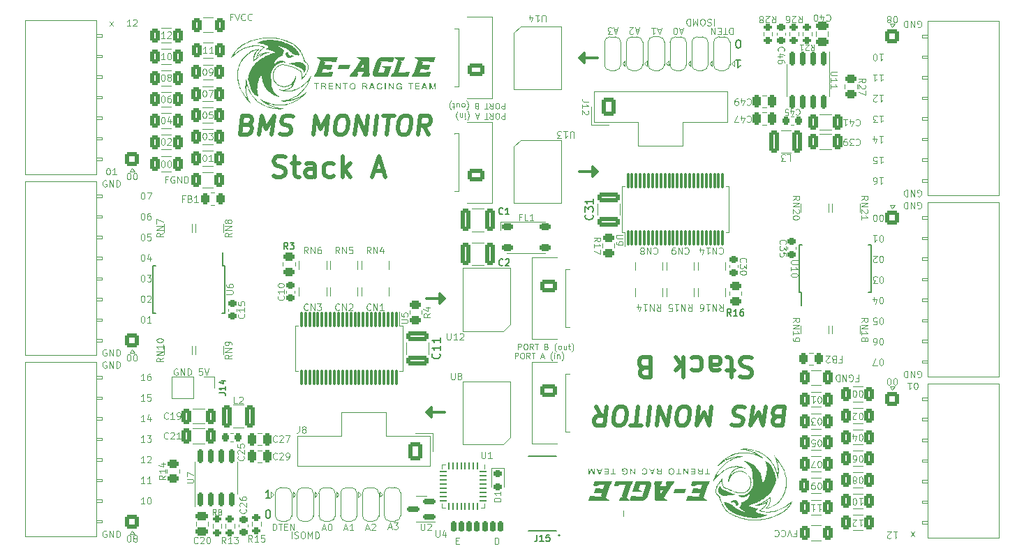
<source format=gto>
%TF.GenerationSoftware,KiCad,Pcbnew,(6.0.9)*%
%TF.CreationDate,2023-03-24T10:36:20+01:00*%
%TF.ProjectId,bms_monitor,626d735f-6d6f-46e6-9974-6f722e6b6963,rev?*%
%TF.SameCoordinates,Original*%
%TF.FileFunction,Legend,Top*%
%TF.FilePolarity,Positive*%
%FSLAX46Y46*%
G04 Gerber Fmt 4.6, Leading zero omitted, Abs format (unit mm)*
G04 Created by KiCad (PCBNEW (6.0.9)) date 2023-03-24 10:36:20*
%MOMM*%
%LPD*%
G01*
G04 APERTURE LIST*
G04 Aperture macros list*
%AMRoundRect*
0 Rectangle with rounded corners*
0 $1 Rounding radius*
0 $2 $3 $4 $5 $6 $7 $8 $9 X,Y pos of 4 corners*
0 Add a 4 corners polygon primitive as box body*
4,1,4,$2,$3,$4,$5,$6,$7,$8,$9,$2,$3,0*
0 Add four circle primitives for the rounded corners*
1,1,$1+$1,$2,$3*
1,1,$1+$1,$4,$5*
1,1,$1+$1,$6,$7*
1,1,$1+$1,$8,$9*
0 Add four rect primitives between the rounded corners*
20,1,$1+$1,$2,$3,$4,$5,0*
20,1,$1+$1,$4,$5,$6,$7,0*
20,1,$1+$1,$6,$7,$8,$9,0*
20,1,$1+$1,$8,$9,$2,$3,0*%
%AMFreePoly0*
4,1,22,0.550000,-0.750000,0.000000,-0.750000,0.000000,-0.745033,-0.079941,-0.743568,-0.215256,-0.701293,-0.333266,-0.622738,-0.424486,-0.514219,-0.481581,-0.384460,-0.499164,-0.250000,-0.500000,-0.250000,-0.500000,0.250000,-0.499164,0.250000,-0.499963,0.256109,-0.478152,0.396186,-0.417904,0.524511,-0.324060,0.630769,-0.204165,0.706417,-0.067858,0.745374,0.000000,0.744959,0.000000,0.750000,
0.550000,0.750000,0.550000,-0.750000,0.550000,-0.750000,$1*%
%AMFreePoly1*
4,1,20,0.000000,0.744959,0.073905,0.744508,0.209726,0.703889,0.328688,0.626782,0.421226,0.519385,0.479903,0.390333,0.500000,0.250000,0.500000,-0.250000,0.499851,-0.262216,0.476331,-0.402017,0.414519,-0.529596,0.319384,-0.634700,0.198574,-0.708877,0.061801,-0.746166,0.000000,-0.745033,0.000000,-0.750000,-0.550000,-0.750000,-0.550000,0.750000,0.000000,0.750000,0.000000,0.744959,
0.000000,0.744959,$1*%
G04 Aperture macros list end*
%ADD10C,0.000000*%
%ADD11C,0.300000*%
%ADD12C,0.120000*%
%ADD13C,0.150000*%
%ADD14C,0.500000*%
%ADD15C,0.100000*%
%ADD16C,0.200000*%
%ADD17C,0.275000*%
%ADD18RoundRect,0.062500X-0.062500X0.375000X-0.062500X-0.375000X0.062500X-0.375000X0.062500X0.375000X0*%
%ADD19RoundRect,0.062500X-0.375000X0.062500X-0.375000X-0.062500X0.375000X-0.062500X0.375000X0.062500X0*%
%ADD20R,3.450000X3.450000*%
%ADD21RoundRect,0.250000X-0.450000X0.262500X-0.450000X-0.262500X0.450000X-0.262500X0.450000X0.262500X0*%
%ADD22FreePoly0,270.000000*%
%ADD23R,1.500000X1.000000*%
%ADD24FreePoly1,270.000000*%
%ADD25R,0.500000X0.800000*%
%ADD26R,0.400000X0.800000*%
%ADD27RoundRect,0.250000X-0.375000X-0.625000X0.375000X-0.625000X0.375000X0.625000X-0.375000X0.625000X0*%
%ADD28RoundRect,0.250000X0.450000X-0.262500X0.450000X0.262500X-0.450000X0.262500X-0.450000X-0.262500X0*%
%ADD29RoundRect,0.250000X0.375000X0.625000X-0.375000X0.625000X-0.375000X-0.625000X0.375000X-0.625000X0*%
%ADD30RoundRect,0.225000X0.225000X0.250000X-0.225000X0.250000X-0.225000X-0.250000X0.225000X-0.250000X0*%
%ADD31C,5.600000*%
%ADD32R,1.270000X0.760000*%
%ADD33RoundRect,0.250000X0.475000X-0.250000X0.475000X0.250000X-0.475000X0.250000X-0.475000X-0.250000X0*%
%ADD34C,1.700000*%
%ADD35RoundRect,0.250000X-0.600000X-0.600000X0.600000X-0.600000X0.600000X0.600000X-0.600000X0.600000X0*%
%ADD36C,1.270000*%
%ADD37RoundRect,0.250001X0.759999X-0.499999X0.759999X0.499999X-0.759999X0.499999X-0.759999X-0.499999X0*%
%ADD38O,2.020000X1.500000*%
%ADD39RoundRect,0.225000X-0.250000X0.225000X-0.250000X-0.225000X0.250000X-0.225000X0.250000X0.225000X0*%
%ADD40RoundRect,0.250000X-0.325000X-0.650000X0.325000X-0.650000X0.325000X0.650000X-0.325000X0.650000X0*%
%ADD41RoundRect,0.250000X-0.325000X-1.100000X0.325000X-1.100000X0.325000X1.100000X-0.325000X1.100000X0*%
%ADD42RoundRect,0.250000X0.600000X0.600000X-0.600000X0.600000X-0.600000X-0.600000X0.600000X-0.600000X0*%
%ADD43RoundRect,0.150000X-0.150000X0.662500X-0.150000X-0.662500X0.150000X-0.662500X0.150000X0.662500X0*%
%ADD44R,3.200000X2.514000*%
%ADD45RoundRect,0.250000X-0.375000X-1.075000X0.375000X-1.075000X0.375000X1.075000X-0.375000X1.075000X0*%
%ADD46RoundRect,0.150000X0.587500X0.150000X-0.587500X0.150000X-0.587500X-0.150000X0.587500X-0.150000X0*%
%ADD47FreePoly0,90.000000*%
%ADD48FreePoly1,90.000000*%
%ADD49RoundRect,0.250000X-0.250000X-0.475000X0.250000X-0.475000X0.250000X0.475000X-0.250000X0.475000X0*%
%ADD50RoundRect,0.250000X0.262500X0.450000X-0.262500X0.450000X-0.262500X-0.450000X0.262500X-0.450000X0*%
%ADD51RoundRect,0.200000X-0.275000X0.200000X-0.275000X-0.200000X0.275000X-0.200000X0.275000X0.200000X0*%
%ADD52RoundRect,0.150000X0.150000X-0.662500X0.150000X0.662500X-0.150000X0.662500X-0.150000X-0.662500X0*%
%ADD53C,1.300000*%
%ADD54RoundRect,0.250000X-0.600000X0.850000X-0.600000X-0.850000X0.600000X-0.850000X0.600000X0.850000X0*%
%ADD55O,1.700000X2.200000*%
%ADD56RoundRect,0.200000X0.275000X-0.200000X0.275000X0.200000X-0.275000X0.200000X-0.275000X-0.200000X0*%
%ADD57RoundRect,0.250000X0.325000X0.650000X-0.325000X0.650000X-0.325000X-0.650000X0.325000X-0.650000X0*%
%ADD58R,0.450000X1.750000*%
%ADD59RoundRect,0.250000X0.250000X0.475000X-0.250000X0.475000X-0.250000X-0.475000X0.250000X-0.475000X0*%
%ADD60RoundRect,0.225000X0.250000X-0.225000X0.250000X0.225000X-0.250000X0.225000X-0.250000X-0.225000X0*%
%ADD61RoundRect,0.250000X0.375000X1.075000X-0.375000X1.075000X-0.375000X-1.075000X0.375000X-1.075000X0*%
%ADD62RoundRect,0.225000X-0.450000X-0.225000X0.450000X-0.225000X0.450000X0.225000X-0.450000X0.225000X0*%
%ADD63RoundRect,0.075000X0.075000X-0.875000X0.075000X0.875000X-0.075000X0.875000X-0.075000X-0.875000X0*%
%ADD64RoundRect,0.250000X0.600000X-0.850000X0.600000X0.850000X-0.600000X0.850000X-0.600000X-0.850000X0*%
%ADD65RoundRect,0.250000X-0.475000X0.250000X-0.475000X-0.250000X0.475000X-0.250000X0.475000X0.250000X0*%
%ADD66RoundRect,0.225000X-0.225000X-0.250000X0.225000X-0.250000X0.225000X0.250000X-0.225000X0.250000X0*%
%ADD67RoundRect,0.250000X-1.100000X0.325000X-1.100000X-0.325000X1.100000X-0.325000X1.100000X0.325000X0*%
%ADD68RoundRect,0.250001X-0.759999X0.499999X-0.759999X-0.499999X0.759999X-0.499999X0.759999X0.499999X0*%
%ADD69RoundRect,0.075000X-0.075000X0.875000X-0.075000X-0.875000X0.075000X-0.875000X0.075000X0.875000X0*%
%ADD70R,1.700000X1.700000*%
%ADD71O,1.700000X1.700000*%
%ADD72R,2.790000X0.740000*%
%ADD73RoundRect,0.250000X-0.262500X-0.450000X0.262500X-0.450000X0.262500X0.450000X-0.262500X0.450000X0*%
%ADD74RoundRect,0.218750X-0.256250X0.218750X-0.256250X-0.218750X0.256250X-0.218750X0.256250X0.218750X0*%
%ADD75RoundRect,0.250000X1.100000X-0.325000X1.100000X0.325000X-1.100000X0.325000X-1.100000X-0.325000X0*%
%ADD76RoundRect,0.160000X-0.160000X-0.475000X0.160000X-0.475000X0.160000X0.475000X-0.160000X0.475000X0*%
G04 APERTURE END LIST*
D10*
G36*
X121456181Y-70788361D02*
G01*
X121470357Y-70789081D01*
X121484338Y-70790285D01*
X121498124Y-70791974D01*
X121511715Y-70794150D01*
X121525111Y-70796816D01*
X121538311Y-70799975D01*
X121551316Y-70803628D01*
X121557693Y-70805667D01*
X121563985Y-70807814D01*
X121570192Y-70810068D01*
X121576314Y-70812432D01*
X121582351Y-70814905D01*
X121588302Y-70817489D01*
X121594167Y-70820184D01*
X121599946Y-70822991D01*
X121605639Y-70825912D01*
X121611245Y-70828946D01*
X121616764Y-70832095D01*
X121622195Y-70835359D01*
X121627540Y-70838740D01*
X121632796Y-70842238D01*
X121637965Y-70845854D01*
X121643045Y-70849588D01*
X121648027Y-70853409D01*
X121652904Y-70857353D01*
X121657674Y-70861419D01*
X121662339Y-70865607D01*
X121666899Y-70869916D01*
X121671353Y-70874345D01*
X121675703Y-70878893D01*
X121679949Y-70883560D01*
X121684090Y-70888343D01*
X121688128Y-70893244D01*
X121692061Y-70898260D01*
X121695892Y-70903391D01*
X121699619Y-70908637D01*
X121703244Y-70913995D01*
X121706765Y-70919466D01*
X121710185Y-70925049D01*
X121713448Y-70930779D01*
X121716568Y-70936619D01*
X121719546Y-70942569D01*
X121722381Y-70948629D01*
X121725073Y-70954799D01*
X121727622Y-70961078D01*
X121730027Y-70967467D01*
X121732289Y-70973964D01*
X121734407Y-70980570D01*
X121736380Y-70987284D01*
X121738208Y-70994106D01*
X121739892Y-71001036D01*
X121741431Y-71008074D01*
X121742824Y-71015218D01*
X121744071Y-71022470D01*
X121745173Y-71029828D01*
X121647204Y-71029828D01*
X121647204Y-71029826D01*
X121644992Y-71020087D01*
X121642470Y-71010658D01*
X121639637Y-71001539D01*
X121636492Y-70992730D01*
X121633036Y-70984229D01*
X121629269Y-70976038D01*
X121625189Y-70968155D01*
X121620797Y-70960580D01*
X121616093Y-70953314D01*
X121611076Y-70946355D01*
X121605746Y-70939704D01*
X121600103Y-70933360D01*
X121594146Y-70927324D01*
X121587875Y-70921593D01*
X121581290Y-70916170D01*
X121574390Y-70911052D01*
X121567284Y-70906245D01*
X121560010Y-70901751D01*
X121552569Y-70897572D01*
X121544962Y-70893705D01*
X121537188Y-70890151D01*
X121529248Y-70886909D01*
X121521143Y-70883978D01*
X121512874Y-70881358D01*
X121504441Y-70879049D01*
X121495844Y-70877049D01*
X121487085Y-70875358D01*
X121478163Y-70873976D01*
X121469079Y-70872902D01*
X121459834Y-70872136D01*
X121450429Y-70871677D01*
X121440863Y-70871524D01*
X121432676Y-70871621D01*
X121424640Y-70871914D01*
X121416753Y-70872401D01*
X121409017Y-70873084D01*
X121401429Y-70873962D01*
X121393992Y-70875034D01*
X121386703Y-70876302D01*
X121379563Y-70877765D01*
X121372571Y-70879423D01*
X121365727Y-70881276D01*
X121359032Y-70883324D01*
X121352484Y-70885567D01*
X121346083Y-70888005D01*
X121339830Y-70890638D01*
X121333724Y-70893467D01*
X121327764Y-70896490D01*
X121321975Y-70899677D01*
X121316310Y-70902998D01*
X121310771Y-70906452D01*
X121305358Y-70910039D01*
X121300071Y-70913761D01*
X121294911Y-70917618D01*
X121289878Y-70921608D01*
X121284974Y-70925734D01*
X121280198Y-70929995D01*
X121275551Y-70934392D01*
X121271033Y-70938924D01*
X121266646Y-70943592D01*
X121262390Y-70948397D01*
X121258265Y-70953338D01*
X121254271Y-70958415D01*
X121250410Y-70963630D01*
X121246678Y-70968961D01*
X121243070Y-70974384D01*
X121239586Y-70979901D01*
X121236226Y-70985511D01*
X121232990Y-70991213D01*
X121229879Y-70997009D01*
X121226891Y-71002898D01*
X121224028Y-71008880D01*
X121221288Y-71014955D01*
X121218673Y-71021123D01*
X121216182Y-71027384D01*
X121213815Y-71033738D01*
X121211572Y-71040185D01*
X121209453Y-71046725D01*
X121207459Y-71053359D01*
X121205589Y-71060085D01*
X121202193Y-71073693D01*
X121199243Y-71087428D01*
X121196741Y-71101292D01*
X121194689Y-71115286D01*
X121193089Y-71129414D01*
X121191944Y-71143677D01*
X121191255Y-71158078D01*
X121191025Y-71172618D01*
X121191255Y-71188399D01*
X121191944Y-71203966D01*
X121193089Y-71219321D01*
X121194689Y-71234463D01*
X121196741Y-71249393D01*
X121199243Y-71264109D01*
X121202193Y-71278613D01*
X121205589Y-71292904D01*
X121207459Y-71299972D01*
X121209453Y-71306921D01*
X121211572Y-71313751D01*
X121213815Y-71320463D01*
X121216182Y-71327058D01*
X121218673Y-71333536D01*
X121221288Y-71339898D01*
X121224028Y-71346143D01*
X121226891Y-71352274D01*
X121229879Y-71358290D01*
X121232990Y-71364191D01*
X121236226Y-71369979D01*
X121239586Y-71375654D01*
X121243070Y-71381217D01*
X121246678Y-71386667D01*
X121250410Y-71392006D01*
X121254273Y-71397221D01*
X121258274Y-71402300D01*
X121262410Y-71407241D01*
X121266682Y-71412046D01*
X121271089Y-71416714D01*
X121275631Y-71421247D01*
X121280307Y-71425643D01*
X121285117Y-71429904D01*
X121290059Y-71434030D01*
X121295134Y-71438021D01*
X121300341Y-71441878D01*
X121305679Y-71445600D01*
X121311147Y-71449187D01*
X121316746Y-71452641D01*
X121322475Y-71455962D01*
X121328333Y-71459149D01*
X121334328Y-71462172D01*
X121340469Y-71465000D01*
X121346757Y-71467632D01*
X121353191Y-71470070D01*
X121359772Y-71472313D01*
X121366498Y-71474361D01*
X121373371Y-71476214D01*
X121380390Y-71477872D01*
X121387556Y-71479334D01*
X121394868Y-71480602D01*
X121402326Y-71481675D01*
X121409930Y-71482552D01*
X121417681Y-71483235D01*
X121425578Y-71483723D01*
X121433621Y-71484015D01*
X121441811Y-71484113D01*
X121447832Y-71484051D01*
X121453770Y-71483864D01*
X121459623Y-71483553D01*
X121465393Y-71483117D01*
X121471078Y-71482555D01*
X121476678Y-71481869D01*
X121482195Y-71481056D01*
X121487627Y-71480117D01*
X121492975Y-71479052D01*
X121498239Y-71477861D01*
X121503419Y-71476542D01*
X121508514Y-71475097D01*
X121513526Y-71473524D01*
X121518453Y-71471823D01*
X121523296Y-71469994D01*
X121528054Y-71468037D01*
X121532729Y-71465967D01*
X121537319Y-71463800D01*
X121541827Y-71461534D01*
X121546252Y-71459172D01*
X121550595Y-71456712D01*
X121554856Y-71454154D01*
X121559037Y-71451499D01*
X121563137Y-71448747D01*
X121567158Y-71445896D01*
X121571099Y-71442949D01*
X121574962Y-71439903D01*
X121578746Y-71436760D01*
X121582453Y-71433520D01*
X121586083Y-71430182D01*
X121589637Y-71426746D01*
X121593114Y-71423213D01*
X121596472Y-71419589D01*
X121599736Y-71415881D01*
X121602909Y-71412088D01*
X121605989Y-71408210D01*
X121608977Y-71404247D01*
X121611873Y-71400198D01*
X121614679Y-71396064D01*
X121617393Y-71391843D01*
X121620016Y-71387535D01*
X121622548Y-71383141D01*
X121624991Y-71378660D01*
X121627343Y-71374092D01*
X121629605Y-71369436D01*
X121631778Y-71364692D01*
X121633862Y-71359860D01*
X121635857Y-71354940D01*
X121639500Y-71344975D01*
X121642769Y-71334800D01*
X121645661Y-71324417D01*
X121648174Y-71313827D01*
X121650306Y-71303033D01*
X121652054Y-71292038D01*
X121653417Y-71280843D01*
X121654391Y-71269451D01*
X121752361Y-71269451D01*
X121750322Y-71286796D01*
X121747752Y-71303654D01*
X121744652Y-71320024D01*
X121741023Y-71335906D01*
X121736864Y-71351301D01*
X121732179Y-71366208D01*
X121726966Y-71380628D01*
X121721227Y-71394560D01*
X121714962Y-71408005D01*
X121708173Y-71420961D01*
X121700861Y-71433431D01*
X121693026Y-71445413D01*
X121684668Y-71456907D01*
X121675790Y-71467913D01*
X121666391Y-71478432D01*
X121656473Y-71488464D01*
X121646061Y-71497912D01*
X121635179Y-71506752D01*
X121623828Y-71514985D01*
X121612007Y-71522609D01*
X121599718Y-71529626D01*
X121586960Y-71536033D01*
X121573735Y-71541832D01*
X121560041Y-71547021D01*
X121545879Y-71551602D01*
X121531250Y-71555572D01*
X121516154Y-71558932D01*
X121500592Y-71561682D01*
X121484563Y-71563821D01*
X121468067Y-71565350D01*
X121451106Y-71566267D01*
X121433679Y-71566573D01*
X121423053Y-71566455D01*
X121412596Y-71566104D01*
X121402308Y-71565518D01*
X121392188Y-71564699D01*
X121382236Y-71563648D01*
X121372453Y-71562364D01*
X121362838Y-71560849D01*
X121353392Y-71559103D01*
X121344114Y-71557126D01*
X121335005Y-71554919D01*
X121326064Y-71552483D01*
X121317292Y-71549818D01*
X121308688Y-71546925D01*
X121300252Y-71543804D01*
X121291985Y-71540455D01*
X121283887Y-71536880D01*
X121275992Y-71533070D01*
X121268265Y-71529087D01*
X121260707Y-71524931D01*
X121253316Y-71520601D01*
X121246092Y-71516097D01*
X121239036Y-71511419D01*
X121232146Y-71506566D01*
X121225423Y-71501538D01*
X121218866Y-71496335D01*
X121212475Y-71490957D01*
X121206249Y-71485403D01*
X121200189Y-71479674D01*
X121194294Y-71473768D01*
X121188564Y-71467685D01*
X121182998Y-71461426D01*
X121177597Y-71454990D01*
X121172395Y-71448425D01*
X121167358Y-71441710D01*
X121162485Y-71434844D01*
X121157777Y-71427829D01*
X121153235Y-71420664D01*
X121148857Y-71413349D01*
X121144645Y-71405886D01*
X121140599Y-71398274D01*
X121136720Y-71390513D01*
X121133006Y-71382604D01*
X121129460Y-71374547D01*
X121126080Y-71366343D01*
X121122868Y-71357991D01*
X121119823Y-71349492D01*
X121116947Y-71340846D01*
X121114238Y-71332054D01*
X121109255Y-71314163D01*
X121104944Y-71295954D01*
X121101302Y-71277425D01*
X121098328Y-71258577D01*
X121096018Y-71239410D01*
X121094370Y-71219923D01*
X121093384Y-71200117D01*
X121093055Y-71179992D01*
X121093410Y-71159797D01*
X121094474Y-71139919D01*
X121096247Y-71120355D01*
X121098730Y-71101103D01*
X121101921Y-71082162D01*
X121105822Y-71063529D01*
X121110433Y-71045201D01*
X121115752Y-71027178D01*
X121118671Y-71018345D01*
X121121754Y-71009651D01*
X121125002Y-71001096D01*
X121128415Y-70992679D01*
X121131993Y-70984403D01*
X121135736Y-70976266D01*
X121139644Y-70968270D01*
X121143719Y-70960416D01*
X121147960Y-70952703D01*
X121152367Y-70945132D01*
X121156942Y-70937705D01*
X121161683Y-70930421D01*
X121166592Y-70923281D01*
X121171668Y-70916286D01*
X121176913Y-70909435D01*
X121182325Y-70902731D01*
X121187904Y-70896186D01*
X121193647Y-70889814D01*
X121199555Y-70883615D01*
X121205629Y-70877589D01*
X121211869Y-70871736D01*
X121218276Y-70866055D01*
X121224851Y-70860548D01*
X121231593Y-70855213D01*
X121238503Y-70850052D01*
X121245583Y-70845063D01*
X121252832Y-70840247D01*
X121260252Y-70835603D01*
X121267842Y-70831133D01*
X121275603Y-70826835D01*
X121283536Y-70822711D01*
X121291641Y-70818759D01*
X121299908Y-70815049D01*
X121308325Y-70811578D01*
X121316893Y-70808347D01*
X121325610Y-70805355D01*
X121334478Y-70802603D01*
X121343494Y-70800089D01*
X121352660Y-70797816D01*
X121361974Y-70795781D01*
X121371437Y-70793986D01*
X121381048Y-70792430D01*
X121390807Y-70791113D01*
X121400714Y-70790036D01*
X121410768Y-70789199D01*
X121420969Y-70788600D01*
X121431316Y-70788241D01*
X121441811Y-70788121D01*
X121456181Y-70788361D01*
G37*
G36*
X126932425Y-70805711D02*
G01*
X127220468Y-71549933D01*
X127112096Y-71549933D01*
X127031528Y-71325816D01*
X126719841Y-71325816D01*
X126637381Y-71549933D01*
X126537331Y-71549933D01*
X126655887Y-71242409D01*
X126750860Y-71242409D01*
X127000697Y-71242409D01*
X126877766Y-70895356D01*
X126875683Y-70895356D01*
X126750860Y-71242409D01*
X126655887Y-71242409D01*
X126824243Y-70805711D01*
X126932425Y-70805711D01*
G37*
G36*
X157182796Y-117959853D02*
G01*
X157181067Y-117978451D01*
X157178647Y-117996861D01*
X157175535Y-118015084D01*
X157171732Y-118033124D01*
X157167237Y-118050982D01*
X157162051Y-118068661D01*
X157159197Y-118077390D01*
X157156165Y-118085992D01*
X157152958Y-118094466D01*
X157149575Y-118102812D01*
X157146016Y-118111030D01*
X157142284Y-118119122D01*
X157138377Y-118127086D01*
X157134296Y-118134924D01*
X157130043Y-118142636D01*
X157125618Y-118150222D01*
X157121021Y-118157682D01*
X157116252Y-118165016D01*
X157111313Y-118172225D01*
X157106203Y-118179310D01*
X157100925Y-118186270D01*
X157095477Y-118193105D01*
X157089828Y-118199794D01*
X157084014Y-118206313D01*
X157078035Y-118212663D01*
X157071890Y-118218843D01*
X157065579Y-118224853D01*
X157059101Y-118230691D01*
X157052455Y-118236358D01*
X157045642Y-118241852D01*
X157038660Y-118247174D01*
X157031510Y-118252322D01*
X157024189Y-118257296D01*
X157016699Y-118262095D01*
X157009038Y-118266720D01*
X157001206Y-118271169D01*
X156993202Y-118275442D01*
X156985026Y-118279538D01*
X156976680Y-118283454D01*
X156968165Y-118287118D01*
X156959481Y-118290529D01*
X156950629Y-118293687D01*
X156941608Y-118296592D01*
X156932419Y-118299245D01*
X156923062Y-118301646D01*
X156913536Y-118303793D01*
X156903841Y-118305688D01*
X156893978Y-118307331D01*
X156883947Y-118308720D01*
X156873747Y-118309857D01*
X156863379Y-118310742D01*
X156852843Y-118311373D01*
X156842138Y-118311752D01*
X156831264Y-118311879D01*
X156820391Y-118311752D01*
X156809686Y-118311373D01*
X156799149Y-118310742D01*
X156788781Y-118309857D01*
X156778581Y-118308720D01*
X156768550Y-118307331D01*
X156758687Y-118305688D01*
X156748992Y-118303793D01*
X156739466Y-118301646D01*
X156730109Y-118299245D01*
X156720920Y-118296592D01*
X156711899Y-118293687D01*
X156703047Y-118290529D01*
X156694364Y-118287118D01*
X156685849Y-118283454D01*
X156677502Y-118279538D01*
X156669326Y-118275442D01*
X156661322Y-118271169D01*
X156653489Y-118266720D01*
X156645828Y-118262096D01*
X156638338Y-118257296D01*
X156631018Y-118252322D01*
X156623867Y-118247174D01*
X156616885Y-118241853D01*
X156610072Y-118236359D01*
X156603427Y-118230692D01*
X156596949Y-118224854D01*
X156590638Y-118218844D01*
X156584493Y-118212664D01*
X156578514Y-118206314D01*
X156572700Y-118199794D01*
X156567050Y-118193105D01*
X156561605Y-118186270D01*
X156556332Y-118179310D01*
X156551232Y-118172226D01*
X156546305Y-118165017D01*
X156541551Y-118157683D01*
X156536970Y-118150223D01*
X156532562Y-118142637D01*
X156528326Y-118134925D01*
X156524264Y-118127087D01*
X156520374Y-118119122D01*
X156516657Y-118111031D01*
X156513113Y-118102812D01*
X156509742Y-118094466D01*
X156506544Y-118085992D01*
X156503519Y-118077390D01*
X156500666Y-118068661D01*
X156495417Y-118050982D01*
X156490875Y-118033124D01*
X156487038Y-118015084D01*
X156483903Y-117996861D01*
X156481469Y-117978451D01*
X156479733Y-117959853D01*
X156478693Y-117941065D01*
X156478347Y-117922084D01*
X156576319Y-117922084D01*
X156576549Y-117936162D01*
X156577238Y-117950175D01*
X156578384Y-117964125D01*
X156579983Y-117978018D01*
X156582035Y-117991858D01*
X156584537Y-118005649D01*
X156587486Y-118019396D01*
X156590880Y-118033102D01*
X156592753Y-118039904D01*
X156594755Y-118046621D01*
X156596885Y-118053254D01*
X156599143Y-118059801D01*
X156601531Y-118066263D01*
X156604046Y-118072640D01*
X156606691Y-118078931D01*
X156609464Y-118085136D01*
X156612365Y-118091254D01*
X156615395Y-118097285D01*
X156618553Y-118103230D01*
X156621840Y-118109087D01*
X156625256Y-118114857D01*
X156628800Y-118120539D01*
X156632472Y-118126133D01*
X156636273Y-118131638D01*
X156640207Y-118137033D01*
X156644278Y-118142294D01*
X156648487Y-118147423D01*
X156652833Y-118152419D01*
X156657317Y-118157282D01*
X156661938Y-118162011D01*
X156666696Y-118166608D01*
X156671592Y-118171072D01*
X156676625Y-118175403D01*
X156681796Y-118179600D01*
X156687104Y-118183665D01*
X156692549Y-118187597D01*
X156698132Y-118191395D01*
X156703853Y-118195061D01*
X156709711Y-118198593D01*
X156715706Y-118201993D01*
X156721843Y-118205221D01*
X156728126Y-118208236D01*
X156734555Y-118211040D01*
X156741129Y-118213632D01*
X156747848Y-118216014D01*
X156754713Y-118218186D01*
X156761722Y-118220148D01*
X156768875Y-118221901D01*
X156776172Y-118223446D01*
X156783613Y-118224784D01*
X156791198Y-118225914D01*
X156798926Y-118226837D01*
X156806797Y-118227554D01*
X156814810Y-118228065D01*
X156822966Y-118228372D01*
X156831264Y-118228474D01*
X156839593Y-118228372D01*
X156847772Y-118228065D01*
X156855802Y-118227554D01*
X156863682Y-118226836D01*
X156871414Y-118225913D01*
X156878998Y-118224783D01*
X156886434Y-118223446D01*
X156893724Y-118221901D01*
X156900867Y-118220147D01*
X156907865Y-118218185D01*
X156914717Y-118216013D01*
X156921425Y-118213631D01*
X156927989Y-118211039D01*
X156934409Y-118208235D01*
X156940686Y-118205220D01*
X156946821Y-118201993D01*
X156952816Y-118198593D01*
X156958674Y-118195061D01*
X156964395Y-118191395D01*
X156969977Y-118187597D01*
X156975423Y-118183665D01*
X156980731Y-118179600D01*
X156985902Y-118175403D01*
X156990935Y-118171072D01*
X156995831Y-118166608D01*
X157000590Y-118162011D01*
X157005211Y-118157282D01*
X157009694Y-118152419D01*
X157014041Y-118147423D01*
X157018249Y-118142294D01*
X157022321Y-118137033D01*
X157026255Y-118131638D01*
X157030056Y-118126133D01*
X157033729Y-118120540D01*
X157037273Y-118114858D01*
X157040688Y-118109089D01*
X157043975Y-118103232D01*
X157047134Y-118097287D01*
X157050164Y-118091256D01*
X157053065Y-118085138D01*
X157055837Y-118078933D01*
X157058481Y-118072642D01*
X157060997Y-118066265D01*
X157063384Y-118059803D01*
X157065642Y-118053255D01*
X157067772Y-118046622D01*
X157069773Y-118039905D01*
X157071646Y-118033102D01*
X157075041Y-118019396D01*
X157077991Y-118005649D01*
X157080493Y-117991858D01*
X157082546Y-117978018D01*
X157084146Y-117964125D01*
X157085291Y-117950175D01*
X157085980Y-117936162D01*
X157086211Y-117922084D01*
X157085980Y-117908067D01*
X157085291Y-117894102D01*
X157084146Y-117880185D01*
X157082546Y-117866315D01*
X157080493Y-117852490D01*
X157077991Y-117838706D01*
X157075041Y-117824962D01*
X157071646Y-117811256D01*
X157069773Y-117804454D01*
X157067772Y-117797736D01*
X157065642Y-117791104D01*
X157063384Y-117784556D01*
X157060997Y-117778094D01*
X157058481Y-117771717D01*
X157055837Y-117765426D01*
X157053065Y-117759222D01*
X157050164Y-117753104D01*
X157047134Y-117747072D01*
X157043975Y-117741128D01*
X157040688Y-117735271D01*
X157037273Y-117729501D01*
X157033729Y-117723819D01*
X157030056Y-117718225D01*
X157026255Y-117712720D01*
X157022321Y-117707325D01*
X157018249Y-117702064D01*
X157014041Y-117696935D01*
X157009694Y-117691939D01*
X157005211Y-117687077D01*
X157000590Y-117682347D01*
X156995831Y-117677750D01*
X156990935Y-117673286D01*
X156985902Y-117668955D01*
X156980731Y-117664758D01*
X156975423Y-117660693D01*
X156969977Y-117656761D01*
X156964395Y-117652962D01*
X156958674Y-117649296D01*
X156952816Y-117645763D01*
X156946821Y-117642363D01*
X156940686Y-117639135D01*
X156934409Y-117636120D01*
X156927989Y-117633317D01*
X156921425Y-117630725D01*
X156914717Y-117628343D01*
X156907865Y-117626172D01*
X156900867Y-117624210D01*
X156893724Y-117622457D01*
X156886434Y-117620912D01*
X156878998Y-117619575D01*
X156871414Y-117618445D01*
X156863682Y-117617522D01*
X156855802Y-117616805D01*
X156847772Y-117616293D01*
X156839593Y-117615987D01*
X156831264Y-117615885D01*
X156822966Y-117615987D01*
X156814810Y-117616293D01*
X156806797Y-117616805D01*
X156798926Y-117617522D01*
X156791198Y-117618445D01*
X156783613Y-117619575D01*
X156776172Y-117620913D01*
X156768875Y-117622458D01*
X156761722Y-117624211D01*
X156754713Y-117626173D01*
X156747848Y-117628345D01*
X156741129Y-117630726D01*
X156734555Y-117633318D01*
X156728126Y-117636121D01*
X156721843Y-117639136D01*
X156715706Y-117642363D01*
X156709711Y-117645763D01*
X156703853Y-117649296D01*
X156698132Y-117652962D01*
X156692549Y-117656760D01*
X156687104Y-117660692D01*
X156681796Y-117664757D01*
X156676625Y-117668955D01*
X156671592Y-117673285D01*
X156666696Y-117677749D01*
X156661938Y-117682346D01*
X156657317Y-117687075D01*
X156652833Y-117691938D01*
X156648487Y-117696934D01*
X156644278Y-117702063D01*
X156640207Y-117707325D01*
X156636273Y-117712720D01*
X156632472Y-117718225D01*
X156628800Y-117723818D01*
X156625256Y-117729500D01*
X156621840Y-117735269D01*
X156618553Y-117741126D01*
X156615395Y-117747070D01*
X156612365Y-117753101D01*
X156609464Y-117759219D01*
X156606691Y-117765424D01*
X156604046Y-117771715D01*
X156601531Y-117778092D01*
X156599143Y-117784554D01*
X156596885Y-117791102D01*
X156594755Y-117797735D01*
X156592753Y-117804453D01*
X156590880Y-117811256D01*
X156587486Y-117824961D01*
X156584537Y-117838705D01*
X156582035Y-117852489D01*
X156579983Y-117866314D01*
X156578384Y-117880185D01*
X156577238Y-117894101D01*
X156576549Y-117908067D01*
X156576319Y-117922084D01*
X156478347Y-117922084D01*
X156478693Y-117903166D01*
X156479733Y-117884425D01*
X156481469Y-117865861D01*
X156483903Y-117847474D01*
X156487038Y-117829264D01*
X156490875Y-117811231D01*
X156495417Y-117793376D01*
X156500666Y-117775698D01*
X156503519Y-117766968D01*
X156506544Y-117758366D01*
X156509742Y-117749892D01*
X156513113Y-117741546D01*
X156516657Y-117733327D01*
X156520374Y-117725236D01*
X156524264Y-117717271D01*
X156528326Y-117709433D01*
X156532562Y-117701721D01*
X156536970Y-117694135D01*
X156541551Y-117686675D01*
X156546305Y-117679340D01*
X156551232Y-117672131D01*
X156556332Y-117665046D01*
X156561605Y-117658086D01*
X156567050Y-117651251D01*
X156572700Y-117644564D01*
X156578514Y-117638051D01*
X156584493Y-117631711D01*
X156590638Y-117625545D01*
X156596949Y-117619552D01*
X156603427Y-117613734D01*
X156610072Y-117608091D01*
X156616885Y-117602622D01*
X156623867Y-117597328D01*
X156631018Y-117592210D01*
X156638338Y-117587267D01*
X156645828Y-117582501D01*
X156653489Y-117577910D01*
X156661322Y-117573496D01*
X156669326Y-117569259D01*
X156677502Y-117565198D01*
X156685849Y-117561351D01*
X156694364Y-117557751D01*
X156703047Y-117554400D01*
X156711899Y-117551297D01*
X156720920Y-117548442D01*
X156730109Y-117545835D01*
X156739466Y-117543477D01*
X156748992Y-117541366D01*
X156758687Y-117539504D01*
X156768550Y-117537891D01*
X156778581Y-117536525D01*
X156788781Y-117535408D01*
X156799149Y-117534539D01*
X156809686Y-117533918D01*
X156820391Y-117533546D01*
X156831264Y-117533422D01*
X156842138Y-117533546D01*
X156852843Y-117533918D01*
X156863379Y-117534539D01*
X156873747Y-117535408D01*
X156883947Y-117536525D01*
X156893978Y-117537891D01*
X156903841Y-117539504D01*
X156913536Y-117541366D01*
X156923062Y-117543477D01*
X156932419Y-117545835D01*
X156941608Y-117548442D01*
X156950629Y-117551297D01*
X156959481Y-117554400D01*
X156968165Y-117557751D01*
X156976680Y-117561351D01*
X156985026Y-117565198D01*
X156993202Y-117569259D01*
X157001206Y-117573496D01*
X157009038Y-117577910D01*
X157016699Y-117582501D01*
X157024189Y-117587267D01*
X157031510Y-117592210D01*
X157038660Y-117597328D01*
X157045642Y-117602622D01*
X157052455Y-117608091D01*
X157059101Y-117613734D01*
X157065579Y-117619552D01*
X157071890Y-117625545D01*
X157078035Y-117631711D01*
X157084014Y-117638051D01*
X157089828Y-117644564D01*
X157095477Y-117651251D01*
X157100925Y-117658086D01*
X157106203Y-117665045D01*
X157111313Y-117672130D01*
X157116252Y-117679339D01*
X157121021Y-117686674D01*
X157125618Y-117694134D01*
X157130043Y-117701720D01*
X157134296Y-117709432D01*
X157138377Y-117717270D01*
X157142284Y-117725235D01*
X157146016Y-117733327D01*
X157149575Y-117741546D01*
X157152958Y-117749892D01*
X157156165Y-117758366D01*
X157159197Y-117766968D01*
X157162051Y-117775698D01*
X157167237Y-117793376D01*
X157171732Y-117811231D01*
X157175535Y-117829263D01*
X157178647Y-117847473D01*
X157181067Y-117865859D01*
X157182796Y-117884423D01*
X157183833Y-117903165D01*
X157184179Y-117922084D01*
X157183833Y-117941065D01*
X157182796Y-117959853D01*
G37*
G36*
X123835160Y-70788340D02*
G01*
X123849808Y-70789003D01*
X123864248Y-70790104D01*
X123878482Y-70791642D01*
X123892511Y-70793614D01*
X123906339Y-70796018D01*
X123919968Y-70798852D01*
X123933398Y-70802113D01*
X123939986Y-70803949D01*
X123946485Y-70805908D01*
X123952895Y-70807991D01*
X123959218Y-70810199D01*
X123965454Y-70812530D01*
X123971602Y-70814986D01*
X123977663Y-70817565D01*
X123983638Y-70820269D01*
X123989526Y-70823097D01*
X123995328Y-70826049D01*
X124001043Y-70829125D01*
X124006674Y-70832325D01*
X124012218Y-70835650D01*
X124017678Y-70839098D01*
X124023053Y-70842671D01*
X124028343Y-70846368D01*
X124033505Y-70850225D01*
X124038565Y-70854206D01*
X124043522Y-70858311D01*
X124048376Y-70862540D01*
X124053128Y-70866894D01*
X124057776Y-70871371D01*
X124062320Y-70875972D01*
X124066761Y-70880697D01*
X124071097Y-70885547D01*
X124075328Y-70890520D01*
X124079455Y-70895618D01*
X124083477Y-70900840D01*
X124087394Y-70906186D01*
X124091205Y-70911656D01*
X124094910Y-70917250D01*
X124098509Y-70922968D01*
X124101985Y-70928857D01*
X124105318Y-70934893D01*
X124108510Y-70941076D01*
X124111560Y-70947408D01*
X124114468Y-70953887D01*
X124117234Y-70960516D01*
X124119859Y-70967294D01*
X124122341Y-70974223D01*
X124124682Y-70981302D01*
X124126880Y-70988532D01*
X124128937Y-70995914D01*
X124130852Y-71003449D01*
X124132625Y-71011136D01*
X124134257Y-71018977D01*
X124135746Y-71026972D01*
X124137094Y-71035121D01*
X124039122Y-71035121D01*
X124038153Y-71029816D01*
X124037091Y-71024607D01*
X124035935Y-71019494D01*
X124034686Y-71014477D01*
X124033342Y-71009556D01*
X124031904Y-71004729D01*
X124030371Y-70999997D01*
X124028742Y-70995358D01*
X124027019Y-70990812D01*
X124025200Y-70986359D01*
X124023285Y-70981997D01*
X124021275Y-70977727D01*
X124019168Y-70973549D01*
X124016964Y-70969460D01*
X124014663Y-70965461D01*
X124012266Y-70961552D01*
X124009781Y-70957764D01*
X124007221Y-70954060D01*
X124004587Y-70950440D01*
X124001880Y-70946904D01*
X123999100Y-70943453D01*
X123996247Y-70940087D01*
X123993322Y-70936804D01*
X123990325Y-70933606D01*
X123987258Y-70930492D01*
X123984120Y-70927462D01*
X123980913Y-70924516D01*
X123977636Y-70921655D01*
X123974291Y-70918878D01*
X123970877Y-70916185D01*
X123967396Y-70913576D01*
X123963847Y-70911052D01*
X123960199Y-70908610D01*
X123956490Y-70906247D01*
X123952718Y-70903964D01*
X123948886Y-70901759D01*
X123944992Y-70899633D01*
X123941038Y-70897586D01*
X123937024Y-70895616D01*
X123932949Y-70893725D01*
X123928815Y-70891910D01*
X123924621Y-70890174D01*
X123916054Y-70886930D01*
X123907253Y-70883993D01*
X123898218Y-70881359D01*
X123888998Y-70879036D01*
X123879634Y-70877030D01*
X123870124Y-70875339D01*
X123860464Y-70873960D01*
X123850655Y-70872891D01*
X123840692Y-70872130D01*
X123830574Y-70871675D01*
X123820299Y-70871524D01*
X123812003Y-70871628D01*
X123803853Y-70871941D01*
X123795851Y-70872464D01*
X123787996Y-70873197D01*
X123780288Y-70874140D01*
X123772728Y-70875294D01*
X123765316Y-70876660D01*
X123758051Y-70878239D01*
X123750936Y-70880030D01*
X123743969Y-70882034D01*
X123737152Y-70884253D01*
X123730483Y-70886685D01*
X123723965Y-70889333D01*
X123717596Y-70892196D01*
X123711377Y-70895275D01*
X123705309Y-70898571D01*
X123699382Y-70902009D01*
X123693589Y-70905584D01*
X123687929Y-70909295D01*
X123682405Y-70913143D01*
X123677016Y-70917128D01*
X123671762Y-70921248D01*
X123666645Y-70925505D01*
X123661665Y-70929896D01*
X123656822Y-70934423D01*
X123652118Y-70939085D01*
X123647552Y-70943881D01*
X123643125Y-70948812D01*
X123638837Y-70953877D01*
X123634690Y-70959076D01*
X123630684Y-70964408D01*
X123626819Y-70969873D01*
X123623087Y-70975456D01*
X123619479Y-70981140D01*
X123615995Y-70986925D01*
X123612635Y-70992811D01*
X123609399Y-70998796D01*
X123606287Y-71004880D01*
X123603300Y-71011063D01*
X123600436Y-71017345D01*
X123597697Y-71023723D01*
X123595081Y-71030199D01*
X123592590Y-71036771D01*
X123590223Y-71043439D01*
X123587980Y-71050202D01*
X123585861Y-71057059D01*
X123583867Y-71064011D01*
X123581996Y-71071057D01*
X123578608Y-71085285D01*
X123575680Y-71099600D01*
X123573208Y-71114000D01*
X123571191Y-71128481D01*
X123569626Y-71143042D01*
X123568511Y-71157681D01*
X123567844Y-71172395D01*
X123567622Y-71187182D01*
X123567879Y-71201714D01*
X123568651Y-71216090D01*
X123569936Y-71230316D01*
X123571736Y-71244395D01*
X123574050Y-71258332D01*
X123576878Y-71272132D01*
X123580220Y-71285800D01*
X123584076Y-71299338D01*
X123586194Y-71305992D01*
X123588430Y-71312547D01*
X123590787Y-71319006D01*
X123593265Y-71325367D01*
X123595863Y-71331630D01*
X123598582Y-71337796D01*
X123601423Y-71343865D01*
X123604385Y-71349836D01*
X123607469Y-71355709D01*
X123610675Y-71361485D01*
X123614004Y-71367164D01*
X123617455Y-71372745D01*
X123621030Y-71378228D01*
X123624728Y-71383614D01*
X123628549Y-71388902D01*
X123632495Y-71394093D01*
X123636559Y-71399170D01*
X123640740Y-71404119D01*
X123645036Y-71408938D01*
X123649448Y-71413628D01*
X123653977Y-71418189D01*
X123658623Y-71422619D01*
X123663385Y-71426920D01*
X123668264Y-71431090D01*
X123673261Y-71435129D01*
X123678376Y-71439037D01*
X123683609Y-71442814D01*
X123688960Y-71446459D01*
X123694430Y-71449972D01*
X123700018Y-71453353D01*
X123705726Y-71456602D01*
X123711553Y-71459718D01*
X123717464Y-71462675D01*
X123723494Y-71465445D01*
X123729643Y-71468028D01*
X123735911Y-71470423D01*
X123742298Y-71472630D01*
X123748803Y-71474647D01*
X123755427Y-71476475D01*
X123762168Y-71478113D01*
X123769026Y-71479560D01*
X123776002Y-71480816D01*
X123783094Y-71481880D01*
X123790303Y-71482752D01*
X123797629Y-71483432D01*
X123805071Y-71483917D01*
X123812628Y-71484209D01*
X123820301Y-71484307D01*
X123827482Y-71484234D01*
X123834557Y-71484014D01*
X123841526Y-71483647D01*
X123848388Y-71483134D01*
X123855143Y-71482473D01*
X123861792Y-71481664D01*
X123868335Y-71480708D01*
X123874771Y-71479603D01*
X123881101Y-71478349D01*
X123887325Y-71476947D01*
X123893442Y-71475396D01*
X123899452Y-71473696D01*
X123905357Y-71471846D01*
X123911155Y-71469846D01*
X123916846Y-71467695D01*
X123922431Y-71465395D01*
X123927943Y-71462999D01*
X123933344Y-71460493D01*
X123938634Y-71457876D01*
X123943813Y-71455150D01*
X123948882Y-71452314D01*
X123953840Y-71449368D01*
X123958687Y-71446313D01*
X123963423Y-71443149D01*
X123968049Y-71439877D01*
X123972564Y-71436496D01*
X123976968Y-71433007D01*
X123981261Y-71429411D01*
X123985444Y-71425707D01*
X123989515Y-71421895D01*
X123993476Y-71417977D01*
X123997326Y-71413953D01*
X124001063Y-71409795D01*
X124004685Y-71405548D01*
X124008191Y-71401213D01*
X124011582Y-71396789D01*
X124014858Y-71392277D01*
X124018019Y-71387676D01*
X124021064Y-71382986D01*
X124023994Y-71378207D01*
X124026809Y-71373340D01*
X124029508Y-71368384D01*
X124032093Y-71363340D01*
X124034561Y-71358207D01*
X124036915Y-71352985D01*
X124039154Y-71347675D01*
X124041277Y-71342276D01*
X124043285Y-71336788D01*
X124045133Y-71331229D01*
X124046848Y-71325617D01*
X124048430Y-71319952D01*
X124049878Y-71314233D01*
X124051191Y-71308462D01*
X124052370Y-71302637D01*
X124053415Y-71296760D01*
X124054325Y-71290829D01*
X124055099Y-71284844D01*
X124055738Y-71278807D01*
X124056241Y-71272716D01*
X124056608Y-71266572D01*
X124056839Y-71260375D01*
X124056934Y-71254125D01*
X124056891Y-71247821D01*
X124056712Y-71241464D01*
X123821437Y-71241464D01*
X123821437Y-71158060D01*
X124144279Y-71158060D01*
X124144279Y-71549933D01*
X124082434Y-71549933D01*
X124056712Y-71457071D01*
X124056712Y-71457068D01*
X124051206Y-71464244D01*
X124045541Y-71471164D01*
X124039715Y-71477826D01*
X124033729Y-71484232D01*
X124027583Y-71490380D01*
X124021275Y-71496271D01*
X124014806Y-71501905D01*
X124008175Y-71507282D01*
X124001383Y-71512401D01*
X123994429Y-71517264D01*
X123987312Y-71521870D01*
X123980033Y-71526218D01*
X123972591Y-71530310D01*
X123964986Y-71534144D01*
X123957217Y-71537722D01*
X123949285Y-71541042D01*
X123941299Y-71544134D01*
X123933301Y-71547026D01*
X123925291Y-71549718D01*
X123917269Y-71552212D01*
X123909237Y-71554505D01*
X123901193Y-71556600D01*
X123893140Y-71558495D01*
X123885077Y-71560190D01*
X123877006Y-71561686D01*
X123868926Y-71562982D01*
X123860838Y-71564079D01*
X123852743Y-71564977D01*
X123844641Y-71565675D01*
X123836533Y-71566174D01*
X123828420Y-71566473D01*
X123820301Y-71566573D01*
X123810050Y-71566453D01*
X123799937Y-71566094D01*
X123789961Y-71565494D01*
X123780123Y-71564655D01*
X123770422Y-71563575D01*
X123760858Y-71562254D01*
X123751432Y-71560692D01*
X123742143Y-71558889D01*
X123732992Y-71556844D01*
X123723978Y-71554558D01*
X123715101Y-71552029D01*
X123706362Y-71549258D01*
X123697760Y-71546244D01*
X123689296Y-71542987D01*
X123680969Y-71539487D01*
X123672780Y-71535744D01*
X123664735Y-71531830D01*
X123656840Y-71527748D01*
X123649097Y-71523497D01*
X123641506Y-71519078D01*
X123634066Y-71514490D01*
X123626778Y-71509734D01*
X123619643Y-71504809D01*
X123612660Y-71499716D01*
X123605831Y-71494454D01*
X123599154Y-71489024D01*
X123592631Y-71483425D01*
X123586262Y-71477658D01*
X123580047Y-71471723D01*
X123573986Y-71465619D01*
X123568080Y-71459346D01*
X123562328Y-71452906D01*
X123556739Y-71446352D01*
X123551318Y-71439671D01*
X123546066Y-71432863D01*
X123540983Y-71425928D01*
X123536070Y-71418869D01*
X123531327Y-71411685D01*
X123526754Y-71404378D01*
X123522351Y-71396948D01*
X123518119Y-71389396D01*
X123514057Y-71381722D01*
X123510167Y-71373929D01*
X123506449Y-71366016D01*
X123502902Y-71357985D01*
X123499527Y-71349836D01*
X123496325Y-71341569D01*
X123493295Y-71333187D01*
X123487710Y-71316158D01*
X123482869Y-71298968D01*
X123478773Y-71281618D01*
X123475422Y-71264109D01*
X123472815Y-71246440D01*
X123470954Y-71228611D01*
X123469836Y-71210623D01*
X123469464Y-71192476D01*
X123469810Y-71172245D01*
X123470850Y-71152263D01*
X123472586Y-71132529D01*
X123475020Y-71113043D01*
X123478155Y-71093805D01*
X123481993Y-71074815D01*
X123486535Y-71056074D01*
X123491785Y-71037580D01*
X123494635Y-71028499D01*
X123497654Y-71019556D01*
X123500841Y-71010751D01*
X123504199Y-71002085D01*
X123507725Y-70993557D01*
X123511422Y-70985168D01*
X123515288Y-70976917D01*
X123519325Y-70968807D01*
X123523533Y-70960836D01*
X123527911Y-70953004D01*
X123532461Y-70945313D01*
X123537183Y-70937763D01*
X123542076Y-70930353D01*
X123547142Y-70923084D01*
X123552380Y-70915957D01*
X123557791Y-70908971D01*
X123563338Y-70902145D01*
X123569058Y-70895495D01*
X123574950Y-70889022D01*
X123581014Y-70882726D01*
X123587251Y-70876606D01*
X123593658Y-70870662D01*
X123600237Y-70864894D01*
X123606987Y-70859301D01*
X123613907Y-70853883D01*
X123620998Y-70848640D01*
X123628259Y-70843571D01*
X123635690Y-70838677D01*
X123643291Y-70833957D01*
X123651060Y-70829410D01*
X123658999Y-70825037D01*
X123667107Y-70820837D01*
X123675385Y-70816886D01*
X123683835Y-70813187D01*
X123692459Y-70809741D01*
X123701256Y-70806549D01*
X123710225Y-70803611D01*
X123719368Y-70800927D01*
X123728683Y-70798497D01*
X123738171Y-70796322D01*
X123747833Y-70794402D01*
X123757667Y-70792736D01*
X123767673Y-70791327D01*
X123777853Y-70790173D01*
X123788206Y-70789274D01*
X123798731Y-70788633D01*
X123809430Y-70788247D01*
X123820301Y-70788119D01*
X123835160Y-70788340D01*
G37*
G36*
X122182818Y-71549933D02*
G01*
X122084660Y-71549933D01*
X122084660Y-70805711D01*
X122182818Y-70805711D01*
X122182818Y-71549933D01*
G37*
G36*
X116227706Y-68098134D02*
G01*
X116226500Y-68102212D01*
X116225223Y-68106219D01*
X116223875Y-68110154D01*
X116222455Y-68114018D01*
X116220963Y-68117809D01*
X116219398Y-68121529D01*
X116217761Y-68125176D01*
X116216051Y-68128749D01*
X116214268Y-68132250D01*
X116212412Y-68135678D01*
X116210482Y-68139031D01*
X116208478Y-68142311D01*
X116206399Y-68145516D01*
X116204247Y-68148646D01*
X116202019Y-68151702D01*
X116199716Y-68154683D01*
X116197356Y-68157597D01*
X116194885Y-68160455D01*
X116192303Y-68163255D01*
X116189610Y-68165998D01*
X116186807Y-68168685D01*
X116183892Y-68171316D01*
X116180867Y-68173890D01*
X116177731Y-68176409D01*
X116174484Y-68178873D01*
X116171126Y-68181281D01*
X116167658Y-68183635D01*
X116164078Y-68185934D01*
X116160388Y-68188178D01*
X116156587Y-68190369D01*
X116152675Y-68192506D01*
X116148653Y-68194589D01*
X116144446Y-68196619D01*
X116139982Y-68198596D01*
X116130285Y-68202388D01*
X116119565Y-68205963D01*
X116107823Y-68209318D01*
X116095061Y-68212452D01*
X116081282Y-68215362D01*
X116066488Y-68218045D01*
X116050680Y-68220500D01*
X115631570Y-68229955D01*
X115632685Y-68225859D01*
X115633689Y-68221799D01*
X115634583Y-68217775D01*
X115635368Y-68213785D01*
X115636042Y-68209832D01*
X115636607Y-68205913D01*
X115637063Y-68202030D01*
X115637409Y-68198183D01*
X115637648Y-68194371D01*
X115637778Y-68190594D01*
X115637799Y-68186853D01*
X115637713Y-68183147D01*
X115637520Y-68179477D01*
X115637219Y-68175842D01*
X115636811Y-68172242D01*
X115636296Y-68168678D01*
X115635631Y-68165786D01*
X115634842Y-68162926D01*
X115633928Y-68160097D01*
X115632889Y-68157302D01*
X115631725Y-68154539D01*
X115630436Y-68151811D01*
X115629021Y-68149117D01*
X115627479Y-68146457D01*
X115625811Y-68143833D01*
X115624017Y-68141245D01*
X115622096Y-68138694D01*
X115620048Y-68136180D01*
X115617872Y-68133703D01*
X115615568Y-68131264D01*
X115613137Y-68128865D01*
X115610577Y-68126504D01*
X115607835Y-68124203D01*
X115604858Y-68122053D01*
X115601647Y-68120053D01*
X115598200Y-68118203D01*
X115594519Y-68116502D01*
X115590602Y-68114951D01*
X115586451Y-68113548D01*
X115582064Y-68112295D01*
X115577443Y-68111190D01*
X115572587Y-68110233D01*
X115567496Y-68109424D01*
X115562170Y-68108763D01*
X115556609Y-68108249D01*
X115550813Y-68107882D01*
X115544782Y-68107662D01*
X115538516Y-68107589D01*
X114616322Y-68107589D01*
X114839872Y-68248679D01*
X114728094Y-68587412D01*
X115715358Y-68587412D01*
X115566326Y-69048321D01*
X115565151Y-69052398D01*
X115563898Y-69056405D01*
X115562567Y-69060340D01*
X115561158Y-69064204D01*
X115559673Y-69067995D01*
X115558112Y-69071715D01*
X115556476Y-69075361D01*
X115554766Y-69078935D01*
X115552983Y-69082436D01*
X115551128Y-69085863D01*
X115549202Y-69089216D01*
X115547204Y-69092496D01*
X115545137Y-69095701D01*
X115543001Y-69098832D01*
X115540797Y-69101888D01*
X115538525Y-69104869D01*
X115536132Y-69107784D01*
X115533631Y-69110641D01*
X115531024Y-69113441D01*
X115528310Y-69116185D01*
X115525488Y-69118871D01*
X115522558Y-69121502D01*
X115519520Y-69124077D01*
X115516374Y-69126596D01*
X115513119Y-69129059D01*
X115509755Y-69131468D01*
X115506283Y-69133821D01*
X115502700Y-69136120D01*
X115499008Y-69138365D01*
X115495206Y-69140555D01*
X115491294Y-69142692D01*
X115487271Y-69144775D01*
X115483065Y-69146805D01*
X115478601Y-69148782D01*
X115468907Y-69152574D01*
X115458194Y-69156149D01*
X115446465Y-69159504D01*
X115433727Y-69162638D01*
X115419982Y-69165548D01*
X115405235Y-69168232D01*
X115389491Y-69170687D01*
X114970190Y-69180142D01*
X114971305Y-69176015D01*
X114972309Y-69171931D01*
X114973203Y-69167891D01*
X114973987Y-69163892D01*
X114974661Y-69159934D01*
X114975226Y-69156016D01*
X114975682Y-69152137D01*
X114976029Y-69148297D01*
X114976267Y-69144495D01*
X114976397Y-69140730D01*
X114976419Y-69137000D01*
X114976334Y-69133306D01*
X114976141Y-69129646D01*
X114975840Y-69126020D01*
X114975433Y-69122426D01*
X114974919Y-69118864D01*
X114974254Y-69115941D01*
X114973464Y-69113057D01*
X114972550Y-69110212D01*
X114971510Y-69107405D01*
X114970346Y-69104636D01*
X114969056Y-69101903D01*
X114967641Y-69099208D01*
X114966099Y-69096548D01*
X114964431Y-69093924D01*
X114962637Y-69091334D01*
X114960715Y-69088779D01*
X114958667Y-69086257D01*
X114956491Y-69083769D01*
X114954187Y-69081314D01*
X114951756Y-69078891D01*
X114949196Y-69076499D01*
X114946485Y-69074232D01*
X114943531Y-69072110D01*
X114940336Y-69070136D01*
X114936899Y-69068307D01*
X114933221Y-69066625D01*
X114929304Y-69065089D01*
X114925149Y-69063699D01*
X114920755Y-69062456D01*
X114916124Y-69061359D01*
X114911257Y-69060408D01*
X114906154Y-69059604D01*
X114900817Y-69058945D01*
X114895246Y-69058434D01*
X114889441Y-69058068D01*
X114883405Y-69057848D01*
X114877136Y-69057775D01*
X114579069Y-69057775D01*
X114420579Y-69528141D01*
X115100686Y-69528141D01*
X115105296Y-69528068D01*
X115109835Y-69527848D01*
X115114303Y-69527482D01*
X115118700Y-69526968D01*
X115123027Y-69526307D01*
X115127282Y-69525498D01*
X115131467Y-69524542D01*
X115135581Y-69523437D01*
X115139623Y-69522184D01*
X115143595Y-69520781D01*
X115147496Y-69519230D01*
X115151326Y-69517530D01*
X115155085Y-69515680D01*
X115158773Y-69513680D01*
X115162390Y-69511529D01*
X115165936Y-69509229D01*
X115168852Y-69508003D01*
X115171787Y-69506667D01*
X115174738Y-69505219D01*
X115177708Y-69503661D01*
X115180696Y-69501992D01*
X115183701Y-69500212D01*
X115186724Y-69498322D01*
X115189765Y-69496320D01*
X115192823Y-69494208D01*
X115195899Y-69491985D01*
X115198994Y-69489651D01*
X115202105Y-69487206D01*
X115205235Y-69484650D01*
X115208382Y-69481984D01*
X115211547Y-69479207D01*
X115214730Y-69476319D01*
X115217859Y-69473322D01*
X115220864Y-69470219D01*
X115223745Y-69467009D01*
X115226500Y-69463690D01*
X115229130Y-69460262D01*
X115231635Y-69456725D01*
X115234014Y-69453079D01*
X115236267Y-69449322D01*
X115238394Y-69445454D01*
X115240394Y-69441475D01*
X115242267Y-69437384D01*
X115244013Y-69433180D01*
X115245631Y-69428864D01*
X115247122Y-69424434D01*
X115248485Y-69419889D01*
X115249719Y-69415230D01*
X115640839Y-69415230D01*
X115649423Y-69415312D01*
X115657657Y-69415558D01*
X115665542Y-69415969D01*
X115673077Y-69416545D01*
X115680263Y-69417286D01*
X115687101Y-69418192D01*
X115693590Y-69419264D01*
X115699730Y-69420502D01*
X115705523Y-69421906D01*
X115710967Y-69423477D01*
X115716065Y-69425214D01*
X115720815Y-69427119D01*
X115725218Y-69429191D01*
X115729275Y-69431430D01*
X115732986Y-69433837D01*
X115736350Y-69436412D01*
X115739511Y-69439079D01*
X115742539Y-69441760D01*
X115745436Y-69444455D01*
X115748201Y-69447164D01*
X115750835Y-69449890D01*
X115753339Y-69452631D01*
X115755713Y-69455389D01*
X115757958Y-69458164D01*
X115760075Y-69460957D01*
X115762064Y-69463768D01*
X115763925Y-69466598D01*
X115765659Y-69469447D01*
X115767267Y-69472316D01*
X115768749Y-69475205D01*
X115770106Y-69478116D01*
X115771338Y-69481047D01*
X115771835Y-69484629D01*
X115772189Y-69488282D01*
X115772401Y-69492005D01*
X115772471Y-69495800D01*
X115772397Y-69499665D01*
X115772180Y-69503601D01*
X115771820Y-69507609D01*
X115771315Y-69511687D01*
X115770667Y-69515836D01*
X115769874Y-69520056D01*
X115768937Y-69524347D01*
X115767855Y-69528709D01*
X115766627Y-69533141D01*
X115765254Y-69537645D01*
X115763736Y-69542219D01*
X115762072Y-69546865D01*
X115613038Y-70007962D01*
X113479847Y-70007962D01*
X113572899Y-69716325D01*
X113575275Y-69709367D01*
X113577722Y-69702610D01*
X113580240Y-69696053D01*
X113582831Y-69689698D01*
X113585493Y-69683544D01*
X113588228Y-69677592D01*
X113591035Y-69671844D01*
X113593916Y-69666298D01*
X113596869Y-69660957D01*
X113599896Y-69655820D01*
X113602997Y-69650889D01*
X113606171Y-69646162D01*
X113609420Y-69641642D01*
X113612744Y-69637329D01*
X113616142Y-69633223D01*
X113619615Y-69629325D01*
X113623092Y-69625559D01*
X113626573Y-69621922D01*
X113630058Y-69618414D01*
X113633545Y-69615034D01*
X113637035Y-69611782D01*
X113640526Y-69608659D01*
X113644018Y-69605665D01*
X113647511Y-69602800D01*
X113651003Y-69600062D01*
X113654496Y-69597454D01*
X113657987Y-69594974D01*
X113661476Y-69592622D01*
X113664963Y-69590399D01*
X113668447Y-69588305D01*
X113671928Y-69586338D01*
X113675405Y-69584501D01*
X113679483Y-69582234D01*
X113683561Y-69580112D01*
X113687639Y-69578138D01*
X113691717Y-69576309D01*
X113695795Y-69574627D01*
X113699873Y-69573091D01*
X113703951Y-69571701D01*
X113708029Y-69570458D01*
X113712107Y-69569361D01*
X113716186Y-69568410D01*
X113720264Y-69567606D01*
X113724342Y-69566947D01*
X113728420Y-69566435D01*
X113732499Y-69566070D01*
X113736577Y-69565850D01*
X113740656Y-69565777D01*
X114262272Y-67975957D01*
X113731387Y-67637226D01*
X116376739Y-67637226D01*
X116227706Y-68098134D01*
G37*
G36*
X117741495Y-69057775D02*
G01*
X116400000Y-69057775D01*
X116549033Y-68587412D01*
X117895069Y-68587412D01*
X117741495Y-69057775D01*
G37*
G36*
X108282583Y-65539771D02*
G01*
X108558747Y-65560853D01*
X108696444Y-65575644D01*
X108833762Y-65593391D01*
X108970610Y-65614185D01*
X109106896Y-65638119D01*
X109242530Y-65665284D01*
X109377418Y-65695773D01*
X109511471Y-65729676D01*
X109644596Y-65767086D01*
X109776702Y-65808095D01*
X109907697Y-65852795D01*
X110037491Y-65901276D01*
X110165991Y-65953632D01*
X110339364Y-66020521D01*
X110425265Y-66056775D01*
X110510365Y-66095073D01*
X110594457Y-66135546D01*
X110677334Y-66178321D01*
X110758789Y-66223529D01*
X110838615Y-66271298D01*
X110916604Y-66321758D01*
X110992550Y-66375038D01*
X111066244Y-66431267D01*
X111137481Y-66490574D01*
X111206052Y-66553088D01*
X111271751Y-66618938D01*
X111334370Y-66688254D01*
X111393703Y-66761165D01*
X111454091Y-66833293D01*
X111513062Y-66907408D01*
X111541634Y-66945292D01*
X111569392Y-66983772D01*
X111596185Y-67022881D01*
X111621857Y-67062651D01*
X111646258Y-67103115D01*
X111669234Y-67144306D01*
X111690631Y-67186258D01*
X111710297Y-67229002D01*
X111728079Y-67272573D01*
X111743824Y-67317002D01*
X111757378Y-67362323D01*
X111768590Y-67408569D01*
X111768592Y-67408569D01*
X111725467Y-67415417D01*
X111682443Y-67420305D01*
X111639545Y-67423286D01*
X111596796Y-67424410D01*
X111511837Y-67421288D01*
X111427757Y-67411344D01*
X111344741Y-67394984D01*
X111262980Y-67372611D01*
X111182660Y-67344632D01*
X111103970Y-67311451D01*
X111027098Y-67273473D01*
X110952232Y-67231102D01*
X110879560Y-67184745D01*
X110809270Y-67134805D01*
X110741550Y-67081687D01*
X110676588Y-67025797D01*
X110614572Y-66967540D01*
X110555691Y-66907320D01*
X110479994Y-66842827D01*
X110401759Y-66781817D01*
X110321144Y-66724234D01*
X110238305Y-66670026D01*
X110153400Y-66619138D01*
X110066587Y-66571517D01*
X109978024Y-66527109D01*
X109887867Y-66485862D01*
X109796275Y-66447720D01*
X109703405Y-66412632D01*
X109609413Y-66380542D01*
X109514459Y-66351397D01*
X109418699Y-66325145D01*
X109322290Y-66301730D01*
X109225391Y-66281100D01*
X109128159Y-66263201D01*
X109340736Y-66388146D01*
X109446131Y-66452816D01*
X109549547Y-66520372D01*
X109600190Y-66555566D01*
X109649949Y-66591882D01*
X109698695Y-66629453D01*
X109746298Y-66668412D01*
X109792628Y-66708893D01*
X109837557Y-66751030D01*
X109880954Y-66794955D01*
X109922690Y-66840802D01*
X109902733Y-66852577D01*
X109884100Y-66865523D01*
X109866740Y-66879565D01*
X109850603Y-66894627D01*
X109835636Y-66910634D01*
X109821791Y-66927511D01*
X109809015Y-66945181D01*
X109797258Y-66963571D01*
X109786470Y-66982604D01*
X109776599Y-67002205D01*
X109767594Y-67022299D01*
X109759405Y-67042811D01*
X109745271Y-67084786D01*
X109733790Y-67127528D01*
X109724556Y-67170434D01*
X109717162Y-67212901D01*
X109706267Y-67294109D01*
X109697854Y-67366332D01*
X109693562Y-67397568D01*
X109688671Y-67424750D01*
X109592055Y-67446798D01*
X109496881Y-67476366D01*
X109403766Y-67513133D01*
X109313326Y-67556778D01*
X109226178Y-67606979D01*
X109142939Y-67663414D01*
X109064225Y-67725764D01*
X108990653Y-67793705D01*
X108922840Y-67866918D01*
X108891286Y-67905400D01*
X108861402Y-67945080D01*
X108833267Y-67985917D01*
X108806957Y-68027870D01*
X108782550Y-68070901D01*
X108760121Y-68114968D01*
X108739749Y-68160031D01*
X108721510Y-68206051D01*
X108705483Y-68252986D01*
X108691742Y-68300798D01*
X108680367Y-68349445D01*
X108671433Y-68398888D01*
X108665018Y-68449087D01*
X108661200Y-68500000D01*
X108716965Y-68448394D01*
X108774706Y-68393895D01*
X108834716Y-68338374D01*
X108865664Y-68310813D01*
X108897290Y-68283699D01*
X108929630Y-68257263D01*
X108962722Y-68231741D01*
X108996602Y-68207365D01*
X109031306Y-68184370D01*
X109066872Y-68162989D01*
X109103337Y-68143456D01*
X109140736Y-68126005D01*
X109159798Y-68118133D01*
X109179108Y-68110869D01*
X109227883Y-68089683D01*
X109277613Y-68072437D01*
X109328113Y-68059051D01*
X109379195Y-68049443D01*
X109430675Y-68043533D01*
X109482365Y-68041238D01*
X109534080Y-68042479D01*
X109585633Y-68047174D01*
X109636838Y-68055241D01*
X109687509Y-68066601D01*
X109737461Y-68081170D01*
X109786506Y-68098870D01*
X109834458Y-68119617D01*
X109881132Y-68143332D01*
X109926341Y-68169933D01*
X109969899Y-68199339D01*
X109986710Y-68211479D01*
X110000267Y-68222271D01*
X110010734Y-68231787D01*
X110018277Y-68240095D01*
X110023060Y-68247268D01*
X110025247Y-68253374D01*
X110025004Y-68258485D01*
X110022495Y-68262670D01*
X110017884Y-68265999D01*
X110011336Y-68268544D01*
X110003016Y-68270374D01*
X109993089Y-68271559D01*
X109969071Y-68272278D01*
X109940598Y-68271261D01*
X109808509Y-68261092D01*
X109777524Y-68259835D01*
X109749987Y-68260216D01*
X109727216Y-68262798D01*
X109718030Y-68265090D01*
X109710529Y-68268142D01*
X109627477Y-68275730D01*
X109545214Y-68288020D01*
X109463936Y-68304898D01*
X109383835Y-68326250D01*
X109305108Y-68351960D01*
X109227948Y-68381913D01*
X109152550Y-68415996D01*
X109079109Y-68454093D01*
X109007819Y-68496089D01*
X108938875Y-68541870D01*
X108872472Y-68591322D01*
X108808803Y-68644328D01*
X108748063Y-68700775D01*
X108690448Y-68760548D01*
X108636151Y-68823532D01*
X108585367Y-68889612D01*
X108524441Y-68969732D01*
X108469543Y-69053573D01*
X108420677Y-69140749D01*
X108377848Y-69230877D01*
X108341061Y-69323571D01*
X108310320Y-69418446D01*
X108285628Y-69515118D01*
X108266991Y-69613202D01*
X108254413Y-69712313D01*
X108247898Y-69812065D01*
X108247451Y-69912075D01*
X108253076Y-70011958D01*
X108264777Y-70111328D01*
X108282559Y-70209800D01*
X108306426Y-70306991D01*
X108336383Y-70402515D01*
X108342608Y-70422360D01*
X108347837Y-70442223D01*
X108352131Y-70462101D01*
X108355552Y-70481995D01*
X108360022Y-70521828D01*
X108361741Y-70561721D01*
X108361203Y-70601670D01*
X108358901Y-70641673D01*
X108350984Y-70721831D01*
X108341942Y-70802174D01*
X108338233Y-70842409D01*
X108335725Y-70882683D01*
X108334912Y-70922993D01*
X108336286Y-70963337D01*
X108340343Y-71003712D01*
X108347577Y-71044117D01*
X108364438Y-71155424D01*
X108388974Y-71264463D01*
X108420819Y-71371063D01*
X108459608Y-71475053D01*
X108504974Y-71576261D01*
X108556554Y-71674518D01*
X108613982Y-71769651D01*
X108676891Y-71861490D01*
X108744918Y-71949863D01*
X108817696Y-72034601D01*
X108894861Y-72115531D01*
X108976046Y-72192482D01*
X109060887Y-72265284D01*
X109149018Y-72333765D01*
X109240074Y-72397755D01*
X109333690Y-72457083D01*
X109325743Y-72459773D01*
X109316596Y-72461555D01*
X109306315Y-72462475D01*
X109294968Y-72462575D01*
X109269343Y-72460495D01*
X109240253Y-72455669D01*
X109208235Y-72448451D01*
X109173821Y-72439195D01*
X109137549Y-72428253D01*
X109099951Y-72415981D01*
X109022918Y-72388856D01*
X108947000Y-72360651D01*
X108876475Y-72334194D01*
X108815620Y-72312314D01*
X108688594Y-72259362D01*
X108563994Y-72200131D01*
X108442237Y-72134773D01*
X108323739Y-72063444D01*
X108208918Y-71986297D01*
X108098190Y-71903486D01*
X107991972Y-71815164D01*
X107890681Y-71721487D01*
X107794733Y-71622607D01*
X107704546Y-71518678D01*
X107620537Y-71409855D01*
X107543122Y-71296291D01*
X107472718Y-71178140D01*
X107409742Y-71055556D01*
X107354610Y-70928693D01*
X107307740Y-70797705D01*
X107283800Y-70721974D01*
X107262041Y-70645597D01*
X107242460Y-70568635D01*
X107225056Y-70491150D01*
X107209825Y-70413205D01*
X107196765Y-70334861D01*
X107185875Y-70256180D01*
X107177150Y-70177224D01*
X107170590Y-70098054D01*
X107166192Y-70018733D01*
X107163953Y-69939321D01*
X107163871Y-69859882D01*
X107165943Y-69780477D01*
X107170168Y-69701168D01*
X107176542Y-69622016D01*
X107185063Y-69543083D01*
X107108707Y-69680724D01*
X107035577Y-69821242D01*
X106966188Y-69964421D01*
X106901050Y-70110046D01*
X106840679Y-70257903D01*
X106785587Y-70407774D01*
X106736286Y-70559446D01*
X106693291Y-70712702D01*
X106657114Y-70867327D01*
X106628268Y-71023105D01*
X106607267Y-71179822D01*
X106594622Y-71337261D01*
X106590849Y-71495208D01*
X106596459Y-71653447D01*
X106611965Y-71811762D01*
X106637882Y-71969938D01*
X106638667Y-71983726D01*
X106640311Y-71998017D01*
X106645917Y-72027911D01*
X106654181Y-72059227D01*
X106664582Y-72091573D01*
X106676601Y-72124557D01*
X106689719Y-72157788D01*
X106717175Y-72223420D01*
X106742794Y-72285332D01*
X106753616Y-72313913D01*
X106762420Y-72340388D01*
X106768688Y-72364364D01*
X106771900Y-72385450D01*
X106772197Y-72394787D01*
X106771535Y-72403254D01*
X106769850Y-72410803D01*
X106767076Y-72417384D01*
X106722589Y-72406976D01*
X106679267Y-72394533D01*
X106637090Y-72380128D01*
X106596039Y-72363835D01*
X106556094Y-72345728D01*
X106517236Y-72325881D01*
X106479446Y-72304367D01*
X106442704Y-72281260D01*
X106406992Y-72256635D01*
X106372288Y-72230565D01*
X106338576Y-72203124D01*
X106305834Y-72174386D01*
X106243185Y-72113313D01*
X106184188Y-72047937D01*
X106128687Y-71978848D01*
X106076528Y-71906639D01*
X106027556Y-71831899D01*
X105981615Y-71755218D01*
X105938552Y-71677189D01*
X105898211Y-71598400D01*
X105860438Y-71519444D01*
X105825077Y-71440911D01*
X105794477Y-71368726D01*
X105765482Y-71295970D01*
X105711931Y-71148907D01*
X105663674Y-71000048D01*
X105619958Y-70849718D01*
X105580033Y-70698244D01*
X105543146Y-70545952D01*
X105475483Y-70240216D01*
X105497025Y-70059924D01*
X105530735Y-69882684D01*
X105576065Y-69708799D01*
X105632471Y-69538570D01*
X105699405Y-69372297D01*
X105776321Y-69210283D01*
X105862673Y-69052829D01*
X105957915Y-68900237D01*
X106061501Y-68752806D01*
X106172883Y-68610840D01*
X106291516Y-68474639D01*
X106416854Y-68344505D01*
X106548349Y-68220740D01*
X106685457Y-68103643D01*
X106827630Y-67993518D01*
X106974322Y-67890665D01*
X107078431Y-67820151D01*
X107184132Y-67752128D01*
X107291357Y-67686587D01*
X107400039Y-67623521D01*
X107510112Y-67562921D01*
X107621507Y-67504780D01*
X107734159Y-67449089D01*
X107848000Y-67395839D01*
X107962964Y-67345024D01*
X108078982Y-67296635D01*
X108195988Y-67250663D01*
X108313915Y-67207101D01*
X108432697Y-67165941D01*
X108552265Y-67127174D01*
X108672552Y-67090793D01*
X108793493Y-67056788D01*
X108724131Y-67016266D01*
X108653504Y-66977435D01*
X108581682Y-66940463D01*
X108508734Y-66905522D01*
X108434729Y-66872781D01*
X108359735Y-66842412D01*
X108283822Y-66814582D01*
X108207059Y-66789464D01*
X108129515Y-66767227D01*
X108051258Y-66748040D01*
X107972357Y-66732075D01*
X107892883Y-66719502D01*
X107812903Y-66710489D01*
X107732486Y-66705208D01*
X107651702Y-66703829D01*
X107570620Y-66706522D01*
X107591826Y-66682705D01*
X107616875Y-66658884D01*
X107645015Y-66635075D01*
X107675493Y-66611300D01*
X107805706Y-66516913D01*
X107836569Y-66493592D01*
X107865248Y-66470420D01*
X107890990Y-66447416D01*
X107913043Y-66424600D01*
X107922450Y-66413268D01*
X107930652Y-66401990D01*
X107937554Y-66390769D01*
X107943064Y-66379607D01*
X107947085Y-66368507D01*
X107949525Y-66357470D01*
X107950289Y-66346499D01*
X107949283Y-66335597D01*
X107870326Y-66284626D01*
X107789386Y-66237595D01*
X107706614Y-66194360D01*
X107622162Y-66154777D01*
X107536180Y-66118701D01*
X107448820Y-66085989D01*
X107360232Y-66056497D01*
X107270569Y-66030080D01*
X107179980Y-66006595D01*
X107088618Y-65985897D01*
X106996633Y-65967842D01*
X106904177Y-65952287D01*
X106811400Y-65939087D01*
X106718454Y-65928098D01*
X106625489Y-65919177D01*
X106532658Y-65912178D01*
X106617452Y-65867190D01*
X106703735Y-65825201D01*
X106791395Y-65786172D01*
X106880322Y-65750060D01*
X106970406Y-65716826D01*
X107061535Y-65686428D01*
X107153600Y-65658825D01*
X107246488Y-65633976D01*
X107340091Y-65611841D01*
X107434297Y-65592377D01*
X107528995Y-65575544D01*
X107624075Y-65561301D01*
X107719426Y-65549608D01*
X107814938Y-65540422D01*
X107910500Y-65533703D01*
X108006001Y-65529411D01*
X108282583Y-65539771D01*
G37*
G36*
X160296297Y-118294291D02*
G01*
X160283321Y-118294087D01*
X160270703Y-118293476D01*
X160258445Y-118292456D01*
X160246545Y-118291029D01*
X160235005Y-118289193D01*
X160223823Y-118286950D01*
X160213001Y-118284299D01*
X160202537Y-118281241D01*
X160192433Y-118277774D01*
X160182687Y-118273900D01*
X160173301Y-118269618D01*
X160164274Y-118264928D01*
X160155605Y-118259830D01*
X160147296Y-118254325D01*
X160139346Y-118248411D01*
X160131755Y-118242090D01*
X160124575Y-118235417D01*
X160117855Y-118228446D01*
X160111597Y-118221177D01*
X160105801Y-118213609D01*
X160100467Y-118205742D01*
X160095595Y-118197575D01*
X160091186Y-118189108D01*
X160087240Y-118180340D01*
X160083757Y-118171271D01*
X160080738Y-118161899D01*
X160078182Y-118152225D01*
X160076090Y-118142248D01*
X160074463Y-118131967D01*
X160073300Y-118121382D01*
X160072603Y-118110493D01*
X160072370Y-118099298D01*
X160072490Y-118090889D01*
X160072797Y-118083789D01*
X160170530Y-118083789D01*
X160170650Y-118090730D01*
X160171010Y-118097512D01*
X160171609Y-118104132D01*
X160172448Y-118110592D01*
X160173528Y-118116889D01*
X160174849Y-118123025D01*
X160176411Y-118128997D01*
X160178214Y-118134806D01*
X160180259Y-118140450D01*
X160182545Y-118145931D01*
X160185074Y-118151246D01*
X160187845Y-118156395D01*
X160190859Y-118161379D01*
X160194115Y-118166195D01*
X160197615Y-118170845D01*
X160201359Y-118175326D01*
X160205406Y-118179621D01*
X160209747Y-118183641D01*
X160214381Y-118187386D01*
X160219310Y-118190856D01*
X160224533Y-118194049D01*
X160230051Y-118196966D01*
X160235866Y-118199607D01*
X160241976Y-118201970D01*
X160248384Y-118204057D01*
X160255089Y-118205867D01*
X160262092Y-118207399D01*
X160269394Y-118208653D01*
X160276995Y-118209628D01*
X160284895Y-118210326D01*
X160293097Y-118210744D01*
X160301598Y-118210884D01*
X160545007Y-118210884D01*
X160545007Y-117951398D01*
X160340746Y-117951398D01*
X160332280Y-117951478D01*
X160323905Y-117951717D01*
X160315623Y-117952116D01*
X160307436Y-117952674D01*
X160299346Y-117953392D01*
X160291357Y-117954270D01*
X160283470Y-117955307D01*
X160275687Y-117956505D01*
X160271853Y-117957216D01*
X160268080Y-117958003D01*
X160264369Y-117958865D01*
X160260719Y-117959802D01*
X160257129Y-117960815D01*
X160253601Y-117961903D01*
X160250133Y-117963066D01*
X160246725Y-117964305D01*
X160243377Y-117965619D01*
X160240089Y-117967009D01*
X160236860Y-117968474D01*
X160233690Y-117970014D01*
X160230579Y-117971629D01*
X160227526Y-117973321D01*
X160224531Y-117975087D01*
X160221594Y-117976929D01*
X160218722Y-117978851D01*
X160215921Y-117980856D01*
X160213192Y-117982945D01*
X160210534Y-117985118D01*
X160207948Y-117987374D01*
X160205435Y-117989712D01*
X160202994Y-117992133D01*
X160200625Y-117994637D01*
X160198330Y-117997222D01*
X160196109Y-117999889D01*
X160193961Y-118002638D01*
X160191887Y-118005468D01*
X160189887Y-118008378D01*
X160187961Y-118011370D01*
X160186111Y-118014442D01*
X160184335Y-118017594D01*
X160182653Y-118020843D01*
X160181082Y-118024207D01*
X160179621Y-118027689D01*
X160178269Y-118031287D01*
X160177028Y-118035003D01*
X160175895Y-118038837D01*
X160174872Y-118042789D01*
X160173958Y-118046861D01*
X160173153Y-118051052D01*
X160172455Y-118055364D01*
X160171866Y-118059796D01*
X160171384Y-118064350D01*
X160171010Y-118069025D01*
X160170744Y-118073823D01*
X160170584Y-118078744D01*
X160170530Y-118083789D01*
X160072797Y-118083789D01*
X160072848Y-118082613D01*
X160073446Y-118074469D01*
X160074282Y-118066457D01*
X160075356Y-118058578D01*
X160076669Y-118050829D01*
X160078219Y-118043213D01*
X160080006Y-118035727D01*
X160082030Y-118028372D01*
X160084292Y-118021147D01*
X160086790Y-118014053D01*
X160089524Y-118007088D01*
X160092494Y-118000253D01*
X160095700Y-117993548D01*
X160099141Y-117986972D01*
X160102818Y-117980524D01*
X160106788Y-117974268D01*
X160111038Y-117968264D01*
X160115569Y-117962513D01*
X160120382Y-117957014D01*
X160125477Y-117951768D01*
X160130856Y-117946775D01*
X160136518Y-117942034D01*
X160142466Y-117937546D01*
X160148700Y-117933311D01*
X160155220Y-117929328D01*
X160162028Y-117925598D01*
X160169124Y-117922120D01*
X160176510Y-117918895D01*
X160184185Y-117915923D01*
X160192151Y-117913203D01*
X160200409Y-117910737D01*
X160200409Y-117908658D01*
X160196449Y-117907845D01*
X160192581Y-117906965D01*
X160188807Y-117906019D01*
X160185125Y-117905008D01*
X160181537Y-117903932D01*
X160178042Y-117902790D01*
X160174639Y-117901583D01*
X160171330Y-117900313D01*
X160168114Y-117898977D01*
X160164992Y-117897578D01*
X160161962Y-117896115D01*
X160159025Y-117894589D01*
X160156182Y-117892999D01*
X160153432Y-117891346D01*
X160150775Y-117889631D01*
X160148211Y-117887853D01*
X160145726Y-117885989D01*
X160143308Y-117884085D01*
X160140955Y-117882139D01*
X160138669Y-117880152D01*
X160136447Y-117878123D01*
X160134291Y-117876051D01*
X160132200Y-117873936D01*
X160130173Y-117871777D01*
X160128210Y-117869574D01*
X160126311Y-117867326D01*
X160124476Y-117865033D01*
X160122705Y-117862694D01*
X160120997Y-117860308D01*
X160119351Y-117857875D01*
X160117769Y-117855394D01*
X160116248Y-117852865D01*
X160113367Y-117847695D01*
X160110680Y-117842395D01*
X160108189Y-117836957D01*
X160105892Y-117831375D01*
X160103791Y-117825642D01*
X160101885Y-117819752D01*
X160100174Y-117813697D01*
X160098658Y-117807472D01*
X160097284Y-117801196D01*
X160095996Y-117794851D01*
X160094793Y-117788439D01*
X160093671Y-117781963D01*
X160092629Y-117775425D01*
X160091665Y-117768828D01*
X160090776Y-117762173D01*
X160089960Y-117755463D01*
X160089008Y-117741806D01*
X160088162Y-117728061D01*
X160087459Y-117714211D01*
X160086934Y-117700237D01*
X160086605Y-117693225D01*
X160086185Y-117686235D01*
X160085673Y-117679271D01*
X160085065Y-117672339D01*
X160084360Y-117665442D01*
X160083555Y-117658585D01*
X160082648Y-117651772D01*
X160081636Y-117645008D01*
X160080581Y-117638244D01*
X160079405Y-117631569D01*
X160078109Y-117624982D01*
X160076695Y-117618484D01*
X160075166Y-117612074D01*
X160073524Y-117605753D01*
X160071772Y-117599520D01*
X160069910Y-117593377D01*
X160068889Y-117590347D01*
X160067809Y-117587358D01*
X160066672Y-117584410D01*
X160065478Y-117581503D01*
X160064226Y-117578638D01*
X160062916Y-117575816D01*
X160061548Y-117573038D01*
X160060123Y-117570303D01*
X160058640Y-117567612D01*
X160057100Y-117564967D01*
X160055502Y-117562366D01*
X160053846Y-117559812D01*
X160052133Y-117557305D01*
X160050362Y-117554844D01*
X160048533Y-117552431D01*
X160046647Y-117550067D01*
X160155966Y-117550067D01*
X160157249Y-117551552D01*
X160158475Y-117553099D01*
X160159644Y-117554709D01*
X160160758Y-117556382D01*
X160161816Y-117558118D01*
X160162820Y-117559918D01*
X160163769Y-117561781D01*
X160164664Y-117563708D01*
X160165507Y-117565700D01*
X160166296Y-117567756D01*
X160167034Y-117569877D01*
X160167720Y-117572063D01*
X160168355Y-117574314D01*
X160168940Y-117576631D01*
X160169475Y-117579014D01*
X160169960Y-117581463D01*
X160170838Y-117586444D01*
X160171627Y-117591595D01*
X160172328Y-117596911D01*
X160172939Y-117602384D01*
X160173462Y-117608008D01*
X160173897Y-117613776D01*
X160174243Y-117619681D01*
X160174500Y-117625717D01*
X160175610Y-117651084D01*
X160176579Y-117678296D01*
X160176925Y-117685308D01*
X160177394Y-117692298D01*
X160177988Y-117699261D01*
X160178706Y-117706193D01*
X160179548Y-117713090D01*
X160180515Y-117719947D01*
X160181605Y-117726759D01*
X160182819Y-117733522D01*
X160183911Y-117740286D01*
X160185057Y-117746962D01*
X160186261Y-117753550D01*
X160187525Y-117760048D01*
X160188851Y-117766458D01*
X160190242Y-117772779D01*
X160191699Y-117779012D01*
X160193225Y-117785156D01*
X160194000Y-117788183D01*
X160194837Y-117791166D01*
X160195736Y-117794103D01*
X160196694Y-117796994D01*
X160197712Y-117799838D01*
X160198790Y-117802636D01*
X160199926Y-117805385D01*
X160201120Y-117808087D01*
X160202372Y-117810740D01*
X160203682Y-117813343D01*
X160205047Y-117815897D01*
X160206469Y-117818400D01*
X160207946Y-117820853D01*
X160209478Y-117823253D01*
X160211064Y-117825602D01*
X160212704Y-117827898D01*
X160214437Y-117830141D01*
X160216233Y-117832331D01*
X160218090Y-117834465D01*
X160220009Y-117836545D01*
X160221991Y-117838570D01*
X160224034Y-117840539D01*
X160226139Y-117842451D01*
X160228307Y-117844306D01*
X160230536Y-117846103D01*
X160232828Y-117847842D01*
X160235181Y-117849522D01*
X160237597Y-117851144D01*
X160240075Y-117852705D01*
X160242614Y-117854206D01*
X160245216Y-117855646D01*
X160247880Y-117857024D01*
X160250633Y-117858363D01*
X160253501Y-117859614D01*
X160256484Y-117860776D01*
X160259581Y-117861850D01*
X160262792Y-117862837D01*
X160266117Y-117863737D01*
X160269555Y-117864549D01*
X160273107Y-117865275D01*
X160276772Y-117865915D01*
X160280549Y-117866468D01*
X160284440Y-117866935D01*
X160288442Y-117867317D01*
X160292556Y-117867613D01*
X160296782Y-117867825D01*
X160305568Y-117867993D01*
X160545005Y-117867993D01*
X160545005Y-117550067D01*
X160642977Y-117550067D01*
X160642977Y-118294289D01*
X160296297Y-118294291D01*
G37*
D11*
X147300000Y-82100000D02*
X147300000Y-80900000D01*
D10*
G36*
X151100340Y-123444289D02*
G01*
X151002182Y-123444289D01*
X151002182Y-122700067D01*
X151100340Y-122700067D01*
X151100340Y-123444289D01*
G37*
D11*
X145700000Y-67700000D02*
X146300000Y-67100000D01*
X128700000Y-97500000D02*
X128700000Y-96300000D01*
D10*
G36*
X155312360Y-118294291D02*
G01*
X155299384Y-118294087D01*
X155286766Y-118293476D01*
X155274508Y-118292456D01*
X155262608Y-118291029D01*
X155251067Y-118289193D01*
X155239886Y-118286950D01*
X155229063Y-118284299D01*
X155218600Y-118281241D01*
X155208496Y-118277774D01*
X155198750Y-118273900D01*
X155189364Y-118269618D01*
X155180337Y-118264928D01*
X155171669Y-118259830D01*
X155163360Y-118254325D01*
X155155410Y-118248411D01*
X155147819Y-118242090D01*
X155140638Y-118235417D01*
X155133918Y-118228446D01*
X155127660Y-118221177D01*
X155121864Y-118213609D01*
X155116530Y-118205742D01*
X155111658Y-118197575D01*
X155107249Y-118189108D01*
X155103303Y-118180340D01*
X155099820Y-118171271D01*
X155096800Y-118161899D01*
X155094244Y-118152225D01*
X155092153Y-118142248D01*
X155090525Y-118131967D01*
X155089363Y-118121382D01*
X155088665Y-118110493D01*
X155088432Y-118099298D01*
X155088552Y-118090889D01*
X155088859Y-118083789D01*
X155186404Y-118083789D01*
X155186526Y-118090730D01*
X155186891Y-118097512D01*
X155187500Y-118104132D01*
X155188352Y-118110592D01*
X155189446Y-118116889D01*
X155190782Y-118123025D01*
X155192361Y-118128997D01*
X155194182Y-118134806D01*
X155196244Y-118140450D01*
X155198548Y-118145931D01*
X155201093Y-118151246D01*
X155203878Y-118156395D01*
X155206904Y-118161379D01*
X155210170Y-118166195D01*
X155213676Y-118170845D01*
X155217422Y-118175326D01*
X155221438Y-118179621D01*
X155225755Y-118183641D01*
X155230372Y-118187386D01*
X155235289Y-118190856D01*
X155240505Y-118194049D01*
X155246020Y-118196966D01*
X155251833Y-118199607D01*
X155257943Y-118201970D01*
X155264351Y-118204057D01*
X155271054Y-118205867D01*
X155278054Y-118207399D01*
X155285349Y-118208653D01*
X155292939Y-118209628D01*
X155300823Y-118210326D01*
X155309001Y-118210744D01*
X155317472Y-118210884D01*
X155561071Y-118210884D01*
X155561071Y-117951398D01*
X155356809Y-117951398D01*
X155348342Y-117951478D01*
X155339967Y-117951717D01*
X155331685Y-117952116D01*
X155323498Y-117952674D01*
X155315408Y-117953392D01*
X155307418Y-117954270D01*
X155299531Y-117955307D01*
X155291747Y-117956505D01*
X155287911Y-117957216D01*
X155284132Y-117958003D01*
X155280412Y-117958865D01*
X155276750Y-117959802D01*
X155273147Y-117960815D01*
X155269603Y-117961903D01*
X155266118Y-117963066D01*
X155262693Y-117964305D01*
X155259327Y-117965619D01*
X155256022Y-117967009D01*
X155252777Y-117968474D01*
X155249593Y-117970014D01*
X155246469Y-117971629D01*
X155243407Y-117973321D01*
X155240407Y-117975087D01*
X155237468Y-117976929D01*
X155234629Y-117978851D01*
X155231858Y-117980856D01*
X155229153Y-117982945D01*
X155226517Y-117985118D01*
X155223950Y-117987374D01*
X155221452Y-117989712D01*
X155219023Y-117992133D01*
X155216665Y-117994637D01*
X155214378Y-117997222D01*
X155212162Y-117999889D01*
X155210018Y-118002638D01*
X155207947Y-118005468D01*
X155205949Y-118008378D01*
X155204024Y-118011370D01*
X155202174Y-118014442D01*
X155200399Y-118017594D01*
X155198715Y-118020843D01*
X155197137Y-118024207D01*
X155195666Y-118027689D01*
X155194303Y-118031287D01*
X155193047Y-118035003D01*
X155191899Y-118038837D01*
X155190859Y-118042789D01*
X155189927Y-118046861D01*
X155189103Y-118051052D01*
X155188389Y-118055364D01*
X155187784Y-118059796D01*
X155187288Y-118064350D01*
X155186902Y-118069025D01*
X155186625Y-118073823D01*
X155186459Y-118078744D01*
X155186404Y-118083789D01*
X155088859Y-118083789D01*
X155088910Y-118082613D01*
X155089508Y-118074469D01*
X155090344Y-118066457D01*
X155091418Y-118058578D01*
X155092731Y-118050829D01*
X155094281Y-118043213D01*
X155096068Y-118035727D01*
X155098093Y-118028372D01*
X155100354Y-118021147D01*
X155102852Y-118014053D01*
X155105586Y-118007088D01*
X155108557Y-118000253D01*
X155111763Y-117993548D01*
X155115204Y-117986972D01*
X155118881Y-117980524D01*
X155122820Y-117974268D01*
X155127046Y-117968264D01*
X155131561Y-117962513D01*
X155136364Y-117957014D01*
X155141455Y-117951768D01*
X155146834Y-117946775D01*
X155152502Y-117942034D01*
X155158457Y-117937546D01*
X155164700Y-117933311D01*
X155171232Y-117929328D01*
X155178052Y-117925598D01*
X155185160Y-117922120D01*
X155192556Y-117918895D01*
X155200240Y-117915923D01*
X155208212Y-117913203D01*
X155216472Y-117910737D01*
X155216472Y-117908658D01*
X155212512Y-117907845D01*
X155208644Y-117906965D01*
X155204870Y-117906019D01*
X155201188Y-117905008D01*
X155197600Y-117903932D01*
X155194105Y-117902790D01*
X155190702Y-117901583D01*
X155187393Y-117900313D01*
X155184177Y-117898977D01*
X155181054Y-117897578D01*
X155178024Y-117896115D01*
X155175088Y-117894589D01*
X155172244Y-117892999D01*
X155169493Y-117891346D01*
X155166836Y-117889631D01*
X155164272Y-117887853D01*
X155161788Y-117885989D01*
X155159370Y-117884085D01*
X155157017Y-117882139D01*
X155154731Y-117880152D01*
X155152510Y-117878123D01*
X155150354Y-117876051D01*
X155148262Y-117873936D01*
X155146236Y-117871777D01*
X155144273Y-117869574D01*
X155142375Y-117867326D01*
X155140540Y-117865033D01*
X155138768Y-117862694D01*
X155137060Y-117860308D01*
X155135415Y-117857875D01*
X155133832Y-117855394D01*
X155132311Y-117852865D01*
X155129429Y-117847695D01*
X155126743Y-117842395D01*
X155124251Y-117836957D01*
X155121955Y-117831375D01*
X155119854Y-117825642D01*
X155117948Y-117819752D01*
X155116237Y-117813697D01*
X155114721Y-117807472D01*
X155113347Y-117801196D01*
X155112059Y-117794851D01*
X155110855Y-117788439D01*
X155109733Y-117781963D01*
X155108691Y-117775425D01*
X155107727Y-117768828D01*
X155106838Y-117762173D01*
X155106022Y-117755463D01*
X155104987Y-117741806D01*
X155104130Y-117728061D01*
X155103415Y-117714211D01*
X155102805Y-117700237D01*
X155102539Y-117693225D01*
X155102167Y-117686235D01*
X155101688Y-117679271D01*
X155101103Y-117672339D01*
X155100411Y-117665442D01*
X155099613Y-117658585D01*
X155098709Y-117651772D01*
X155097698Y-117645008D01*
X155096643Y-117638244D01*
X155095465Y-117631569D01*
X155094162Y-117624982D01*
X155092735Y-117618484D01*
X155091183Y-117612074D01*
X155089508Y-117605753D01*
X155087709Y-117599520D01*
X155085785Y-117593377D01*
X155084797Y-117590347D01*
X155083746Y-117587358D01*
X155082635Y-117584410D01*
X155081462Y-117581503D01*
X155080228Y-117578638D01*
X155078933Y-117575816D01*
X155077578Y-117573038D01*
X155076163Y-117570303D01*
X155074688Y-117567612D01*
X155073153Y-117564967D01*
X155071559Y-117562366D01*
X155069906Y-117559812D01*
X155068195Y-117557305D01*
X155066425Y-117554844D01*
X155064597Y-117552431D01*
X155062710Y-117550067D01*
X155172029Y-117550067D01*
X155173281Y-117551552D01*
X155174484Y-117553099D01*
X155175638Y-117554709D01*
X155176742Y-117556382D01*
X155177796Y-117558118D01*
X155178800Y-117559918D01*
X155179754Y-117561781D01*
X155180657Y-117563708D01*
X155181509Y-117565700D01*
X155182310Y-117567756D01*
X155183059Y-117569877D01*
X155183757Y-117572063D01*
X155184402Y-117574314D01*
X155184996Y-117576631D01*
X155185536Y-117579014D01*
X155186024Y-117581463D01*
X155186847Y-117586444D01*
X155187610Y-117591595D01*
X155188307Y-117596911D01*
X155188931Y-117602384D01*
X155189475Y-117608008D01*
X155189932Y-117613776D01*
X155190297Y-117619681D01*
X155190561Y-117625717D01*
X155191603Y-117651084D01*
X155192641Y-117678296D01*
X155192987Y-117685308D01*
X155193457Y-117692298D01*
X155194050Y-117699261D01*
X155194768Y-117706193D01*
X155195610Y-117713090D01*
X155196576Y-117719947D01*
X155197667Y-117726759D01*
X155198882Y-117733522D01*
X155199918Y-117740286D01*
X155201037Y-117746962D01*
X155202230Y-117753550D01*
X155203493Y-117760048D01*
X155204817Y-117766458D01*
X155206197Y-117772779D01*
X155209096Y-117785156D01*
X155209905Y-117788183D01*
X155210772Y-117791166D01*
X155211696Y-117794103D01*
X155212676Y-117796994D01*
X155213713Y-117799838D01*
X155214806Y-117802636D01*
X155215955Y-117805385D01*
X155217160Y-117808087D01*
X155218419Y-117810740D01*
X155219734Y-117813343D01*
X155221104Y-117815897D01*
X155222529Y-117818400D01*
X155224007Y-117820853D01*
X155225540Y-117823253D01*
X155227126Y-117825602D01*
X155228766Y-117827898D01*
X155230466Y-117830141D01*
X155232233Y-117832331D01*
X155234065Y-117834465D01*
X155235965Y-117836545D01*
X155237931Y-117838570D01*
X155239963Y-117840539D01*
X155242062Y-117842451D01*
X155244228Y-117844306D01*
X155246460Y-117846103D01*
X155248758Y-117847842D01*
X155251123Y-117849522D01*
X155253554Y-117851144D01*
X155256052Y-117852705D01*
X155258616Y-117854206D01*
X155261246Y-117855646D01*
X155263943Y-117857024D01*
X155266696Y-117858363D01*
X155269564Y-117859614D01*
X155272547Y-117860776D01*
X155275644Y-117861850D01*
X155278855Y-117862837D01*
X155282180Y-117863737D01*
X155285618Y-117864549D01*
X155289170Y-117865275D01*
X155292834Y-117865915D01*
X155296612Y-117866468D01*
X155300502Y-117866935D01*
X155304504Y-117867317D01*
X155308618Y-117867613D01*
X155312844Y-117867825D01*
X155321629Y-117867993D01*
X155561068Y-117867993D01*
X155561068Y-117550067D01*
X155659037Y-117550067D01*
X155659037Y-118294289D01*
X155312360Y-118294291D01*
G37*
G36*
X161274667Y-118210884D02*
G01*
X161520161Y-118210884D01*
X161520161Y-118294100D01*
X160931022Y-118294100D01*
X160931022Y-118210884D01*
X161176513Y-118210884D01*
X161176513Y-117550067D01*
X161274667Y-117550067D01*
X161274667Y-118210884D01*
G37*
G36*
X159729859Y-118294291D02*
G01*
X159221102Y-118294291D01*
X159221102Y-118210886D01*
X159631891Y-118210886D01*
X159631891Y-117974284D01*
X159249094Y-117974284D01*
X159249094Y-117890877D01*
X159631891Y-117890877D01*
X159631891Y-117633472D01*
X159218076Y-117633472D01*
X159218076Y-117550067D01*
X159729859Y-117550067D01*
X159729859Y-118294291D01*
G37*
G36*
X116598208Y-71409223D02*
G01*
X116600286Y-71409223D01*
X116600286Y-70805711D01*
X116693151Y-70805711D01*
X116693151Y-71549933D01*
X116585725Y-71549933D01*
X116200847Y-70952664D01*
X116198767Y-70952664D01*
X116198767Y-71549933D01*
X116105904Y-71549933D01*
X116105904Y-70805711D01*
X116210113Y-70805711D01*
X116598208Y-71409223D01*
G37*
D11*
X147300000Y-80900000D02*
X147900000Y-81500000D01*
X145700000Y-81500000D02*
X147900000Y-81500000D01*
D10*
G36*
X103736259Y-67134121D02*
G01*
X103796943Y-67044947D01*
X103860371Y-66957740D01*
X103926507Y-66872605D01*
X103995318Y-66789647D01*
X104066773Y-66708971D01*
X104140837Y-66630680D01*
X104217476Y-66554881D01*
X104296659Y-66481677D01*
X104378351Y-66411173D01*
X104462520Y-66343475D01*
X104549131Y-66278686D01*
X104740999Y-66149579D01*
X104938177Y-66030018D01*
X105140265Y-65919800D01*
X105346863Y-65818721D01*
X105557570Y-65726577D01*
X105771986Y-65643164D01*
X105989711Y-65568279D01*
X106210344Y-65501717D01*
X106433485Y-65443275D01*
X106658735Y-65392749D01*
X106885692Y-65349935D01*
X107113957Y-65314629D01*
X107343129Y-65286628D01*
X107572807Y-65265727D01*
X107802593Y-65251723D01*
X108032084Y-65244413D01*
X108190274Y-65240540D01*
X108348175Y-65242267D01*
X108505705Y-65249414D01*
X108662782Y-65261800D01*
X108819324Y-65279243D01*
X108975246Y-65301564D01*
X109130468Y-65328582D01*
X109284906Y-65360115D01*
X109438478Y-65395983D01*
X109591102Y-65436005D01*
X109742694Y-65480000D01*
X109893172Y-65527788D01*
X110042455Y-65579188D01*
X110190458Y-65634018D01*
X110337100Y-65692099D01*
X110482298Y-65753249D01*
X110601337Y-65799287D01*
X110717428Y-65851273D01*
X110830474Y-65908960D01*
X110940377Y-65972096D01*
X111047043Y-66040432D01*
X111150374Y-66113719D01*
X111250273Y-66191706D01*
X111346645Y-66274145D01*
X111439392Y-66360785D01*
X111528418Y-66451377D01*
X111613626Y-66545671D01*
X111694920Y-66643418D01*
X111772204Y-66744368D01*
X111845380Y-66848270D01*
X111914351Y-66954877D01*
X111979023Y-67063937D01*
X112010810Y-67126538D01*
X112040846Y-67189919D01*
X112069292Y-67254004D01*
X112096307Y-67318721D01*
X112146690Y-67449745D01*
X112193279Y-67582391D01*
X112367380Y-68117233D01*
X112417362Y-68143929D01*
X112465504Y-68174039D01*
X112511604Y-68207367D01*
X112555465Y-68243715D01*
X112596888Y-68282888D01*
X112635674Y-68324688D01*
X112671623Y-68368919D01*
X112704538Y-68415385D01*
X112734219Y-68463888D01*
X112760467Y-68514232D01*
X112783083Y-68566221D01*
X112801869Y-68619658D01*
X112816625Y-68674347D01*
X112827153Y-68730090D01*
X112833253Y-68786691D01*
X112834728Y-68843954D01*
X112828886Y-68897346D01*
X112821117Y-68950093D01*
X112811490Y-69002209D01*
X112800076Y-69053707D01*
X112772159Y-69154905D01*
X112737920Y-69253799D01*
X112697913Y-69350499D01*
X112652691Y-69445117D01*
X112602810Y-69537763D01*
X112548822Y-69628548D01*
X112491282Y-69717583D01*
X112430744Y-69804978D01*
X112367761Y-69890846D01*
X112302888Y-69975295D01*
X112169685Y-70140386D01*
X112035568Y-70301137D01*
X112009410Y-70337884D01*
X111998408Y-70350758D01*
X111988694Y-70360213D01*
X111980194Y-70366434D01*
X111972835Y-70369605D01*
X111966546Y-70369910D01*
X111961252Y-70367536D01*
X111956881Y-70362667D01*
X111953360Y-70355487D01*
X111950616Y-70346183D01*
X111948576Y-70334937D01*
X111946317Y-70307364D01*
X111945999Y-70274247D01*
X111952472Y-70115922D01*
X111953109Y-70077271D01*
X111952187Y-70041949D01*
X111949123Y-70011437D01*
X111946605Y-69998446D01*
X111943332Y-69987212D01*
X111944620Y-69883200D01*
X111944390Y-69829372D01*
X111942969Y-69774929D01*
X111939904Y-69720321D01*
X111934737Y-69665996D01*
X111927014Y-69612404D01*
X111916280Y-69559996D01*
X111909641Y-69534375D01*
X111902078Y-69509219D01*
X111893535Y-69484583D01*
X111883954Y-69460524D01*
X111873279Y-69437098D01*
X111861452Y-69414361D01*
X111848417Y-69392369D01*
X111834117Y-69371178D01*
X111818495Y-69350845D01*
X111801493Y-69331426D01*
X111783056Y-69312976D01*
X111763125Y-69295553D01*
X111741645Y-69279212D01*
X111718558Y-69264009D01*
X111693807Y-69250001D01*
X111667336Y-69237244D01*
X111209254Y-69030310D01*
X110977487Y-68930482D01*
X110743173Y-68837390D01*
X110624892Y-68794379D01*
X110505769Y-68754264D01*
X110385738Y-68717449D01*
X110264729Y-68684337D01*
X110142676Y-68655333D01*
X110019508Y-68630841D01*
X109895159Y-68611264D01*
X109769561Y-68597006D01*
X109714872Y-68595035D01*
X109660634Y-68596158D01*
X109606914Y-68600288D01*
X109553777Y-68607333D01*
X109501292Y-68617206D01*
X109449525Y-68629816D01*
X109398542Y-68645074D01*
X109348412Y-68662890D01*
X109299200Y-68683176D01*
X109250974Y-68705840D01*
X109203800Y-68730795D01*
X109157746Y-68757949D01*
X109112878Y-68787215D01*
X109069263Y-68818502D01*
X109026968Y-68851721D01*
X108986061Y-68886783D01*
X108946607Y-68923597D01*
X108908674Y-68962075D01*
X108872329Y-69002126D01*
X108837638Y-69043662D01*
X108804669Y-69086593D01*
X108773488Y-69130830D01*
X108744162Y-69176282D01*
X108716759Y-69222861D01*
X108691345Y-69270476D01*
X108667986Y-69319039D01*
X108646751Y-69368460D01*
X108627705Y-69418650D01*
X108610916Y-69469518D01*
X108596451Y-69520976D01*
X108584376Y-69572934D01*
X108574758Y-69625302D01*
X108565300Y-69678564D01*
X108558325Y-69732044D01*
X108553795Y-69785659D01*
X108551669Y-69839331D01*
X108551910Y-69892977D01*
X108554478Y-69946518D01*
X108559334Y-69999873D01*
X108566438Y-70052961D01*
X108575753Y-70105702D01*
X108587238Y-70158015D01*
X108600854Y-70209819D01*
X108616563Y-70261035D01*
X108634326Y-70311580D01*
X108654102Y-70361375D01*
X108675854Y-70410339D01*
X108699542Y-70458392D01*
X108725127Y-70505452D01*
X108752569Y-70551439D01*
X108781831Y-70596274D01*
X108812872Y-70639874D01*
X108845654Y-70682159D01*
X108880137Y-70723049D01*
X108916283Y-70762464D01*
X108954052Y-70800322D01*
X108993405Y-70836542D01*
X109034304Y-70871046D01*
X109076708Y-70903751D01*
X109120580Y-70934577D01*
X109165879Y-70963443D01*
X109212567Y-70990270D01*
X109260604Y-71014976D01*
X109309952Y-71037480D01*
X109359106Y-71059723D01*
X109409085Y-71079651D01*
X109459803Y-71097280D01*
X109511172Y-71112625D01*
X109563104Y-71125702D01*
X109615512Y-71136526D01*
X109668309Y-71145114D01*
X109721406Y-71151481D01*
X109774717Y-71155642D01*
X109828153Y-71157613D01*
X109881628Y-71157411D01*
X109935054Y-71155050D01*
X109988343Y-71150546D01*
X110041408Y-71143916D01*
X110094162Y-71135173D01*
X110146516Y-71124336D01*
X110198384Y-71111418D01*
X110249677Y-71096436D01*
X110300309Y-71079405D01*
X110350191Y-71060341D01*
X110399237Y-71039259D01*
X110447359Y-71016176D01*
X110494469Y-70991107D01*
X110540479Y-70964067D01*
X110585303Y-70935073D01*
X110628853Y-70904140D01*
X110671041Y-70871283D01*
X110711780Y-70836519D01*
X110750982Y-70799863D01*
X110788560Y-70761330D01*
X110824426Y-70720936D01*
X110858493Y-70678698D01*
X110895431Y-70632914D01*
X110929889Y-70585665D01*
X110962001Y-70537064D01*
X110991903Y-70487222D01*
X111019728Y-70436249D01*
X111045611Y-70384259D01*
X111069687Y-70331360D01*
X111092090Y-70277666D01*
X111112955Y-70223288D01*
X111132416Y-70168336D01*
X111167665Y-70057157D01*
X111198912Y-69945021D01*
X111227234Y-69832818D01*
X111243465Y-69886004D01*
X111255527Y-69940038D01*
X111263654Y-69994777D01*
X111268080Y-70050079D01*
X111269042Y-70105801D01*
X111266775Y-70161801D01*
X111261512Y-70217936D01*
X111253490Y-70274065D01*
X111242942Y-70330045D01*
X111230106Y-70385733D01*
X111215214Y-70440988D01*
X111198502Y-70495666D01*
X111180206Y-70549625D01*
X111160561Y-70602724D01*
X111139800Y-70654819D01*
X111118160Y-70705769D01*
X111076697Y-70805550D01*
X111028044Y-70901992D01*
X110972588Y-70994692D01*
X110910715Y-71083247D01*
X110842809Y-71167253D01*
X110769257Y-71246306D01*
X110690445Y-71320004D01*
X110606759Y-71387942D01*
X110518584Y-71449718D01*
X110426306Y-71504927D01*
X110330310Y-71553167D01*
X110230984Y-71594034D01*
X110128712Y-71627124D01*
X110023880Y-71652035D01*
X109970624Y-71661297D01*
X109916874Y-71668362D01*
X109862676Y-71673181D01*
X109808080Y-71675703D01*
X109889911Y-71692167D01*
X109972308Y-71705472D01*
X110055151Y-71715629D01*
X110138321Y-71722649D01*
X110221698Y-71726543D01*
X110305165Y-71727320D01*
X110388601Y-71724993D01*
X110471888Y-71719571D01*
X110560177Y-71709193D01*
X110647676Y-71695889D01*
X110734367Y-71679734D01*
X110820233Y-71660801D01*
X110989425Y-71614900D01*
X111155115Y-71558776D01*
X111317169Y-71493022D01*
X111475452Y-71418230D01*
X111629828Y-71334991D01*
X111780162Y-71243897D01*
X111926319Y-71145539D01*
X112068163Y-71040511D01*
X112205560Y-70929403D01*
X112338374Y-70812807D01*
X112466470Y-70691316D01*
X112589713Y-70565520D01*
X112707967Y-70436012D01*
X112821098Y-70303383D01*
X112821100Y-70303383D01*
X112821101Y-70303382D01*
X112821103Y-70303382D01*
X112821104Y-70303381D01*
X112821108Y-70303381D01*
X112821108Y-70303380D01*
X113175154Y-69837555D01*
X113142550Y-69927083D01*
X113110845Y-70016961D01*
X113047989Y-70196938D01*
X113015767Y-70286621D01*
X112982303Y-70375824D01*
X112947060Y-70464340D01*
X112909504Y-70551960D01*
X112805487Y-70760845D01*
X112690802Y-70964938D01*
X112565795Y-71163526D01*
X112430815Y-71355893D01*
X112286206Y-71541328D01*
X112132317Y-71719114D01*
X111969494Y-71888540D01*
X111798084Y-72048891D01*
X111618434Y-72199452D01*
X111430890Y-72339511D01*
X111235801Y-72468354D01*
X111033511Y-72585266D01*
X110824370Y-72689533D01*
X110608722Y-72780443D01*
X110386915Y-72857280D01*
X110159297Y-72919331D01*
X110158892Y-72920386D01*
X110160082Y-72921130D01*
X110166902Y-72921747D01*
X110195915Y-72919878D01*
X110240869Y-72914615D01*
X110296296Y-72906849D01*
X110356731Y-72897471D01*
X110416706Y-72887372D01*
X110470755Y-72877442D01*
X110513410Y-72868572D01*
X110649748Y-72834205D01*
X110785735Y-72796678D01*
X110921112Y-72755850D01*
X111055620Y-72711580D01*
X111188998Y-72663726D01*
X111320987Y-72612147D01*
X111451327Y-72556702D01*
X111579759Y-72497250D01*
X111706023Y-72433649D01*
X111829859Y-72365759D01*
X111951009Y-72293437D01*
X112069211Y-72216543D01*
X112184207Y-72134936D01*
X112295737Y-72048473D01*
X112403541Y-71957015D01*
X112507359Y-71860420D01*
X112536836Y-71825983D01*
X112559151Y-71803271D01*
X112567810Y-71795944D01*
X112574904Y-71791107D01*
X112580508Y-71788614D01*
X112584698Y-71788317D01*
X112587548Y-71790069D01*
X112589133Y-71793723D01*
X112589529Y-71799132D01*
X112588811Y-71806149D01*
X112584332Y-71824420D01*
X112576299Y-71847359D01*
X112565312Y-71873790D01*
X112551972Y-71902536D01*
X112536881Y-71932423D01*
X112520640Y-71962274D01*
X112503850Y-71990912D01*
X112487112Y-72017161D01*
X112471028Y-72039846D01*
X112456198Y-72057790D01*
X112387394Y-72137934D01*
X112316028Y-72215671D01*
X112242233Y-72291045D01*
X112166140Y-72364103D01*
X112087882Y-72434887D01*
X112007591Y-72503444D01*
X111925400Y-72569817D01*
X111841440Y-72634052D01*
X111755844Y-72696192D01*
X111668745Y-72756283D01*
X111580274Y-72814369D01*
X111490563Y-72870495D01*
X111399746Y-72924705D01*
X111307954Y-72977044D01*
X111121974Y-73076290D01*
X110913422Y-73176469D01*
X110699668Y-73262598D01*
X110481427Y-73334880D01*
X110259414Y-73393517D01*
X110034342Y-73438713D01*
X109806927Y-73470671D01*
X109577882Y-73489594D01*
X109347922Y-73495686D01*
X109117762Y-73489148D01*
X108888115Y-73470185D01*
X108659697Y-73438999D01*
X108433222Y-73395794D01*
X108209404Y-73340773D01*
X107988958Y-73274138D01*
X107772597Y-73196093D01*
X107561038Y-73106841D01*
X107625883Y-73150194D01*
X107691656Y-73192015D01*
X107758311Y-73232343D01*
X107825801Y-73271218D01*
X107894080Y-73308679D01*
X107963101Y-73344768D01*
X108103183Y-73412984D01*
X108245674Y-73476187D01*
X108390203Y-73534694D01*
X108536398Y-73588825D01*
X108683884Y-73638898D01*
X108757869Y-73665730D01*
X108832559Y-73690397D01*
X108907895Y-73712866D01*
X108983818Y-73733106D01*
X109060268Y-73751084D01*
X109137186Y-73766769D01*
X109214511Y-73780128D01*
X109292185Y-73791130D01*
X109370147Y-73799742D01*
X109448338Y-73805933D01*
X109526698Y-73809670D01*
X109605168Y-73810921D01*
X109683689Y-73809655D01*
X109762200Y-73805839D01*
X109840641Y-73799441D01*
X109918954Y-73790430D01*
X109904458Y-73801300D01*
X109883580Y-73813183D01*
X109857012Y-73825853D01*
X109825444Y-73839080D01*
X109789566Y-73852637D01*
X109750069Y-73866296D01*
X109662981Y-73893005D01*
X109569703Y-73917384D01*
X109522470Y-73928128D01*
X109475760Y-73937606D01*
X109430266Y-73945589D01*
X109386677Y-73951848D01*
X109345684Y-73956156D01*
X109307977Y-73958284D01*
X109147880Y-73950175D01*
X108987858Y-73937148D01*
X108828132Y-73919162D01*
X108668923Y-73896171D01*
X108510453Y-73868131D01*
X108352942Y-73835000D01*
X108196613Y-73796734D01*
X108041686Y-73753287D01*
X107888384Y-73704618D01*
X107736927Y-73650681D01*
X107587537Y-73591433D01*
X107440435Y-73526831D01*
X107295843Y-73456830D01*
X107153982Y-73381386D01*
X107015074Y-73300457D01*
X106879339Y-73213997D01*
X106722166Y-73104974D01*
X106572623Y-72987317D01*
X106430695Y-72861545D01*
X106296368Y-72728180D01*
X106169628Y-72587742D01*
X106050459Y-72440751D01*
X105938849Y-72287728D01*
X105834782Y-72129193D01*
X105738244Y-71965667D01*
X105649221Y-71797670D01*
X105567698Y-71625722D01*
X105493660Y-71450345D01*
X105427094Y-71272058D01*
X105367985Y-71091383D01*
X105316318Y-70908839D01*
X105272080Y-70724947D01*
X105256781Y-70864663D01*
X105246487Y-71004853D01*
X105241203Y-71145330D01*
X105240936Y-71285905D01*
X105245694Y-71426392D01*
X105255484Y-71566602D01*
X105270311Y-71706348D01*
X105290183Y-71845443D01*
X105315107Y-71983698D01*
X105345090Y-72120928D01*
X105380139Y-72256943D01*
X105420259Y-72391556D01*
X105465459Y-72524581D01*
X105515745Y-72655829D01*
X105571124Y-72785112D01*
X105631603Y-72912244D01*
X105636873Y-72927169D01*
X105645033Y-72946380D01*
X105667669Y-72994151D01*
X105721730Y-73102553D01*
X105743743Y-73149160D01*
X105751436Y-73167498D01*
X105756136Y-73181357D01*
X105757179Y-73186333D01*
X105757254Y-73189861D01*
X105756286Y-73191830D01*
X105754202Y-73192132D01*
X105750928Y-73190657D01*
X105746391Y-73187295D01*
X105733234Y-73174474D01*
X105621520Y-73058814D01*
X105512360Y-72940493D01*
X105405953Y-72819538D01*
X105302500Y-72695976D01*
X105202201Y-72569834D01*
X105105256Y-72441139D01*
X105011867Y-72309916D01*
X104922233Y-72176194D01*
X104836554Y-72039999D01*
X104755032Y-71901357D01*
X104677866Y-71760296D01*
X104605256Y-71616843D01*
X104537404Y-71471023D01*
X104474508Y-71322865D01*
X104416771Y-71172394D01*
X104364392Y-71019638D01*
X104317622Y-70876020D01*
X104276902Y-70730575D01*
X104242295Y-70583571D01*
X104213860Y-70435276D01*
X104191660Y-70285961D01*
X104175755Y-70135894D01*
X104166207Y-69985343D01*
X104163077Y-69834577D01*
X104166426Y-69683866D01*
X104176315Y-69533477D01*
X104192805Y-69383680D01*
X104215958Y-69234743D01*
X104245834Y-69086936D01*
X104282496Y-68940527D01*
X104326004Y-68795784D01*
X104376419Y-68652978D01*
X104442591Y-68483313D01*
X104518349Y-68317080D01*
X104603381Y-68154928D01*
X104697379Y-67997506D01*
X104800034Y-67845461D01*
X104911036Y-67699441D01*
X105030076Y-67560096D01*
X105156844Y-67428073D01*
X105291032Y-67304021D01*
X105432329Y-67188588D01*
X105580428Y-67082423D01*
X105735018Y-66986173D01*
X105895789Y-66900488D01*
X106062434Y-66826015D01*
X106234642Y-66763403D01*
X106322736Y-66736747D01*
X106412104Y-66713300D01*
X106466801Y-66702812D01*
X106545203Y-66686364D01*
X106634348Y-66668679D01*
X106678898Y-66660849D01*
X106721273Y-66654481D01*
X106759853Y-66650166D01*
X106793016Y-66648493D01*
X106807061Y-66648832D01*
X106819144Y-66650054D01*
X106829062Y-66652231D01*
X106836615Y-66655439D01*
X106841598Y-66659749D01*
X106843809Y-66665237D01*
X106843046Y-66671977D01*
X106839106Y-66680041D01*
X106831787Y-66689504D01*
X106820886Y-66700440D01*
X106806201Y-66712922D01*
X106787529Y-66727024D01*
X106714484Y-66779038D01*
X106646575Y-66836092D01*
X106583748Y-66897808D01*
X106525949Y-66963804D01*
X106473123Y-67033702D01*
X106425218Y-67107120D01*
X106382179Y-67183680D01*
X106343952Y-67263000D01*
X106310483Y-67344702D01*
X106281719Y-67428404D01*
X106257605Y-67513728D01*
X106238088Y-67600293D01*
X106223113Y-67687720D01*
X106212627Y-67775627D01*
X106206575Y-67863636D01*
X106204904Y-67951366D01*
X106347973Y-67833842D01*
X106495126Y-67721370D01*
X106646239Y-67614256D01*
X106801187Y-67512803D01*
X106880059Y-67464295D01*
X106959843Y-67417316D01*
X107040523Y-67371905D01*
X107122082Y-67328100D01*
X107204506Y-67285938D01*
X107287779Y-67245457D01*
X107371885Y-67206697D01*
X107456808Y-67169694D01*
X107391338Y-67185150D01*
X107326192Y-67202020D01*
X107261448Y-67220391D01*
X107197184Y-67240350D01*
X107133477Y-67261984D01*
X107070406Y-67285382D01*
X107008048Y-67310629D01*
X106946482Y-67337813D01*
X106913412Y-67351594D01*
X106880980Y-67366802D01*
X106849139Y-67383281D01*
X106817839Y-67400875D01*
X106787033Y-67419430D01*
X106756673Y-67438788D01*
X106726710Y-67458795D01*
X106697095Y-67479295D01*
X106581165Y-67563114D01*
X106524040Y-67603936D01*
X106495519Y-67623530D01*
X106466961Y-67642372D01*
X106479482Y-67585867D01*
X106494242Y-67529898D01*
X106511179Y-67474521D01*
X106530232Y-67419794D01*
X106551338Y-67365774D01*
X106574434Y-67312518D01*
X106599459Y-67260085D01*
X106626350Y-67208530D01*
X106655046Y-67157913D01*
X106685483Y-67108289D01*
X106717600Y-67059717D01*
X106751334Y-67012253D01*
X106786624Y-66965956D01*
X106823406Y-66920882D01*
X106861619Y-66877089D01*
X106901201Y-66834635D01*
X106911502Y-66819285D01*
X106922708Y-66804385D01*
X106934744Y-66789904D01*
X106947540Y-66775810D01*
X106961021Y-66762071D01*
X106975117Y-66748657D01*
X107004860Y-66722679D01*
X107036187Y-66697624D01*
X107068520Y-66673244D01*
X107133876Y-66625508D01*
X107165741Y-66601653D01*
X107196288Y-66577473D01*
X107224939Y-66552719D01*
X107238371Y-66540049D01*
X107251112Y-66527141D01*
X107263089Y-66513965D01*
X107274228Y-66500489D01*
X107284458Y-66486682D01*
X107293706Y-66472514D01*
X107301900Y-66457952D01*
X107308966Y-66442965D01*
X107314833Y-66427523D01*
X107319428Y-66411594D01*
X107177608Y-66372750D01*
X107034350Y-66341646D01*
X106889926Y-66318087D01*
X106744612Y-66301880D01*
X106598679Y-66292833D01*
X106452401Y-66290752D01*
X106306053Y-66295444D01*
X106159906Y-66306716D01*
X106014236Y-66324375D01*
X105869314Y-66348227D01*
X105725415Y-66378080D01*
X105582812Y-66413740D01*
X105441779Y-66455014D01*
X105302588Y-66501709D01*
X105165514Y-66553631D01*
X105030830Y-66610589D01*
X104919641Y-66660203D01*
X104810149Y-66713006D01*
X104702355Y-66768891D01*
X104596259Y-66827749D01*
X104491863Y-66889471D01*
X104389168Y-66953951D01*
X104288176Y-67021080D01*
X104188887Y-67090750D01*
X104091304Y-67162852D01*
X103995427Y-67237279D01*
X103901257Y-67313923D01*
X103808797Y-67392675D01*
X103718047Y-67473428D01*
X103629008Y-67556073D01*
X103541682Y-67640503D01*
X103456071Y-67726609D01*
X103429764Y-67755718D01*
X103409594Y-67776649D01*
X103395030Y-67790105D01*
X103389685Y-67794252D01*
X103385544Y-67796794D01*
X103382540Y-67797820D01*
X103380606Y-67797419D01*
X103379677Y-67795678D01*
X103379687Y-67792686D01*
X103382259Y-67783300D01*
X103387791Y-67769967D01*
X103405620Y-67734281D01*
X103428943Y-67691269D01*
X103453524Y-67646574D01*
X103475131Y-67605838D01*
X103521606Y-67508398D01*
X103570990Y-67412401D01*
X103623249Y-67317953D01*
X103631660Y-67303788D01*
X103738549Y-67303788D01*
X103739056Y-67306993D01*
X103740631Y-67309038D01*
X103743206Y-67309984D01*
X103746714Y-67309898D01*
X103751085Y-67308842D01*
X103762143Y-67304078D01*
X103775833Y-67296203D01*
X103791607Y-67285730D01*
X103808917Y-67273170D01*
X103827216Y-67259035D01*
X103845956Y-67243836D01*
X103864589Y-67228086D01*
X103899343Y-67196975D01*
X104055762Y-67075694D01*
X104217551Y-66960018D01*
X104384358Y-66850473D01*
X104555831Y-66747581D01*
X104731617Y-66651865D01*
X104911363Y-66563850D01*
X105094718Y-66484058D01*
X105281330Y-66413013D01*
X105470845Y-66351238D01*
X105662911Y-66299257D01*
X105857176Y-66257593D01*
X106053287Y-66226770D01*
X106250893Y-66207311D01*
X106449641Y-66199738D01*
X106649178Y-66204577D01*
X106849152Y-66222350D01*
X106891788Y-66232278D01*
X106935580Y-66241021D01*
X107025646Y-66256286D01*
X107117382Y-66270816D01*
X107208819Y-66287285D01*
X107253812Y-66297081D01*
X107297992Y-66308364D01*
X107341114Y-66321467D01*
X107382931Y-66336725D01*
X107423199Y-66354471D01*
X107461670Y-66375040D01*
X107480155Y-66386488D01*
X107498099Y-66398766D01*
X107515471Y-66411917D01*
X107532240Y-66425982D01*
X107396724Y-66525317D01*
X107262547Y-66629067D01*
X107196780Y-66682961D01*
X107132330Y-66738394D01*
X107069525Y-66795511D01*
X107008693Y-66854458D01*
X106950162Y-66915380D01*
X106894258Y-66978422D01*
X106841310Y-67043729D01*
X106791645Y-67111446D01*
X106745591Y-67181719D01*
X106703475Y-67254693D01*
X106665626Y-67330512D01*
X106632370Y-67409322D01*
X106723454Y-67353388D01*
X106816893Y-67301966D01*
X106912492Y-67255008D01*
X107010059Y-67212465D01*
X107109401Y-67174288D01*
X107210325Y-67140427D01*
X107312638Y-67110834D01*
X107416148Y-67085458D01*
X107520660Y-67064252D01*
X107625983Y-67047166D01*
X107731924Y-67034151D01*
X107838290Y-67025157D01*
X107944887Y-67020136D01*
X108051523Y-67019038D01*
X108158004Y-67021814D01*
X108264139Y-67028416D01*
X108112913Y-67057160D01*
X107963614Y-67092717D01*
X107816323Y-67134809D01*
X107671117Y-67183158D01*
X107528075Y-67237486D01*
X107387276Y-67297514D01*
X107248799Y-67362965D01*
X107112723Y-67433560D01*
X106979126Y-67509021D01*
X106848087Y-67589070D01*
X106719684Y-67673430D01*
X106593997Y-67761821D01*
X106471105Y-67853966D01*
X106351085Y-67949587D01*
X106234017Y-68048405D01*
X106119980Y-68150143D01*
X106115469Y-68059569D01*
X106114291Y-67968100D01*
X106116645Y-67876103D01*
X106122730Y-67783946D01*
X106132742Y-67691995D01*
X106146880Y-67600618D01*
X106165341Y-67510182D01*
X106188323Y-67421055D01*
X106216025Y-67333603D01*
X106248643Y-67248194D01*
X106286377Y-67165196D01*
X106329423Y-67084975D01*
X106377980Y-67007898D01*
X106432245Y-66934334D01*
X106461581Y-66898984D01*
X106492417Y-66864649D01*
X106524780Y-66831376D01*
X106558693Y-66799211D01*
X106559847Y-66793713D01*
X106559085Y-66789223D01*
X106556509Y-66785695D01*
X106552221Y-66783081D01*
X106546323Y-66781332D01*
X106538919Y-66780402D01*
X106520001Y-66780807D01*
X106496286Y-66783915D01*
X106468594Y-66789345D01*
X106437746Y-66796715D01*
X106404560Y-66805647D01*
X106334459Y-66826668D01*
X106264852Y-66849363D01*
X106153358Y-66887591D01*
X106051880Y-66928851D01*
X105952702Y-66974166D01*
X105761425Y-67076445D01*
X105579875Y-67193401D01*
X105408399Y-67324006D01*
X105247345Y-67467230D01*
X105097059Y-67622046D01*
X104957890Y-67787424D01*
X104830183Y-67962338D01*
X104714288Y-68145757D01*
X104610551Y-68336654D01*
X104519320Y-68534001D01*
X104440942Y-68736769D01*
X104375764Y-68943929D01*
X104324133Y-69154454D01*
X104286398Y-69367315D01*
X104262905Y-69581483D01*
X104254962Y-69798491D01*
X104260647Y-70014330D01*
X104279387Y-70228675D01*
X104310607Y-70441201D01*
X104353734Y-70651582D01*
X104408194Y-70859494D01*
X104473412Y-71064611D01*
X104548815Y-71266607D01*
X104633829Y-71465159D01*
X104727880Y-71659940D01*
X104830394Y-71850625D01*
X104940796Y-72036890D01*
X105058514Y-72218408D01*
X105182973Y-72394855D01*
X105313599Y-72565905D01*
X105449819Y-72731234D01*
X105391066Y-72583756D01*
X105338722Y-72433990D01*
X105292776Y-72282197D01*
X105253218Y-72128639D01*
X105220034Y-71973576D01*
X105193215Y-71817270D01*
X105172749Y-71659981D01*
X105158625Y-71501970D01*
X105150831Y-71343499D01*
X105149357Y-71184829D01*
X105154191Y-71026220D01*
X105165321Y-70867934D01*
X105182737Y-70710231D01*
X105206428Y-70553374D01*
X105236381Y-70397622D01*
X105272586Y-70243236D01*
X105296584Y-70388513D01*
X105323974Y-70533540D01*
X105354896Y-70678093D01*
X105389489Y-70821951D01*
X105427894Y-70964890D01*
X105470252Y-71106688D01*
X105516702Y-71247121D01*
X105567384Y-71385967D01*
X105622440Y-71523003D01*
X105682008Y-71658007D01*
X105746230Y-71790754D01*
X105815246Y-71921023D01*
X105889195Y-72048591D01*
X105968218Y-72173234D01*
X106052455Y-72294730D01*
X106142047Y-72412857D01*
X106280835Y-72578814D01*
X106429391Y-72734000D01*
X106587016Y-72878578D01*
X106753009Y-73012709D01*
X106926671Y-73136553D01*
X107107302Y-73250274D01*
X107294202Y-73354031D01*
X107486670Y-73447987D01*
X107684007Y-73532304D01*
X107885513Y-73607142D01*
X108090487Y-73672663D01*
X108298231Y-73729029D01*
X108508043Y-73776401D01*
X108719224Y-73814941D01*
X108931074Y-73844810D01*
X109142893Y-73866169D01*
X108841075Y-73781931D01*
X108690119Y-73735413D01*
X108539792Y-73685460D01*
X108390587Y-73631691D01*
X108242998Y-73573731D01*
X108097521Y-73511200D01*
X107954649Y-73443720D01*
X107814876Y-73370913D01*
X107678698Y-73292402D01*
X107546608Y-73207807D01*
X107419100Y-73116752D01*
X107296670Y-73018858D01*
X107179811Y-72913746D01*
X107069017Y-72801040D01*
X106964784Y-72680360D01*
X107072816Y-72748622D01*
X107182752Y-72813786D01*
X107294497Y-72875808D01*
X107407956Y-72934645D01*
X107523036Y-72990255D01*
X107639641Y-73042594D01*
X107757676Y-73091620D01*
X107877048Y-73137288D01*
X107997661Y-73179557D01*
X108119421Y-73218383D01*
X108242233Y-73253723D01*
X108366003Y-73285534D01*
X108490635Y-73313773D01*
X108616036Y-73338397D01*
X108742110Y-73359364D01*
X108868764Y-73376629D01*
X109080723Y-73399524D01*
X109292864Y-73409387D01*
X109504699Y-73406581D01*
X109715738Y-73391466D01*
X109925494Y-73364407D01*
X110133476Y-73325766D01*
X110339198Y-73275905D01*
X110542169Y-73215188D01*
X110741901Y-73143976D01*
X110937906Y-73062633D01*
X111129694Y-72971520D01*
X111316777Y-72871002D01*
X111498667Y-72761439D01*
X111674873Y-72643196D01*
X111844909Y-72516634D01*
X112008285Y-72382117D01*
X112010740Y-72377727D01*
X112011396Y-72374696D01*
X112010349Y-72372950D01*
X112007692Y-72372416D01*
X111997932Y-72374697D01*
X111982876Y-72380956D01*
X111963286Y-72390610D01*
X111939922Y-72403078D01*
X111884915Y-72434124D01*
X111763079Y-72504360D01*
X111708420Y-72534234D01*
X111685317Y-72545822D01*
X111666047Y-72554401D01*
X111527536Y-72619184D01*
X111386547Y-72681284D01*
X111243307Y-72740117D01*
X111098039Y-72795097D01*
X110950969Y-72845637D01*
X110802321Y-72891154D01*
X110652320Y-72931060D01*
X110501190Y-72964771D01*
X110349158Y-72991702D01*
X110196446Y-73011266D01*
X110043281Y-73022878D01*
X109889887Y-73025952D01*
X109736488Y-73019904D01*
X109583310Y-73004148D01*
X109430578Y-72978097D01*
X109278515Y-72941168D01*
X109419176Y-72936586D01*
X109559616Y-72926791D01*
X109699633Y-72911811D01*
X109839026Y-72891677D01*
X109977595Y-72866417D01*
X110115139Y-72836062D01*
X110251455Y-72800642D01*
X110386345Y-72760185D01*
X110519606Y-72714722D01*
X110651037Y-72664282D01*
X110780439Y-72608894D01*
X110907608Y-72548590D01*
X111032346Y-72483397D01*
X111154450Y-72413347D01*
X111273720Y-72338468D01*
X111389955Y-72258790D01*
X111389958Y-72258788D01*
X111513171Y-72167326D01*
X111632882Y-72071455D01*
X111749005Y-71971338D01*
X111861454Y-71867141D01*
X111970143Y-71759028D01*
X112074986Y-71647163D01*
X112175896Y-71531712D01*
X112272789Y-71412839D01*
X112365578Y-71290708D01*
X112454177Y-71165485D01*
X112538500Y-71037333D01*
X112618461Y-70906418D01*
X112693974Y-70772905D01*
X112764954Y-70636957D01*
X112831314Y-70498740D01*
X112892969Y-70358418D01*
X112817384Y-70448633D01*
X112739684Y-70537179D01*
X112659886Y-70623941D01*
X112578009Y-70708801D01*
X112494070Y-70791644D01*
X112408087Y-70872355D01*
X112320079Y-70950817D01*
X112230062Y-71026914D01*
X112138056Y-71100531D01*
X112044077Y-71171552D01*
X111948145Y-71239860D01*
X111850277Y-71305341D01*
X111750490Y-71367877D01*
X111648803Y-71427353D01*
X111545234Y-71483654D01*
X111439801Y-71536663D01*
X111301137Y-71603375D01*
X111158599Y-71661065D01*
X111012768Y-71709682D01*
X110864226Y-71749179D01*
X110713557Y-71779506D01*
X110561343Y-71800615D01*
X110408166Y-71812457D01*
X110254610Y-71814982D01*
X110101256Y-71808143D01*
X109948687Y-71791890D01*
X109797486Y-71766174D01*
X109648236Y-71730947D01*
X109501518Y-71686160D01*
X109357916Y-71631763D01*
X109218012Y-71567709D01*
X109082389Y-71493948D01*
X109142084Y-71511861D01*
X109202353Y-71528048D01*
X109263129Y-71542459D01*
X109324343Y-71555041D01*
X109385925Y-71565743D01*
X109447808Y-71574514D01*
X109509923Y-71581301D01*
X109572202Y-71586054D01*
X109634575Y-71588720D01*
X109696974Y-71589248D01*
X109759330Y-71587586D01*
X109821576Y-71583683D01*
X109883641Y-71577488D01*
X109945459Y-71568947D01*
X110006959Y-71558011D01*
X110068074Y-71544627D01*
X110119256Y-71532891D01*
X110169359Y-71518915D01*
X110218374Y-71502769D01*
X110266293Y-71484524D01*
X110313109Y-71464250D01*
X110358813Y-71442018D01*
X110403396Y-71417898D01*
X110446851Y-71391960D01*
X110530344Y-71334912D01*
X110609226Y-71271437D01*
X110683432Y-71202098D01*
X110752896Y-71127457D01*
X110817554Y-71048078D01*
X110877339Y-70964524D01*
X110932188Y-70877356D01*
X110982034Y-70787138D01*
X111026813Y-70694433D01*
X111066459Y-70599803D01*
X111100907Y-70503811D01*
X111130092Y-70407021D01*
X111105017Y-70464408D01*
X111077186Y-70520254D01*
X111046707Y-70574503D01*
X111013687Y-70627097D01*
X110978233Y-70677981D01*
X110940452Y-70727098D01*
X110900452Y-70774393D01*
X110858339Y-70819809D01*
X110768206Y-70904779D01*
X110670908Y-70981559D01*
X110567305Y-71049698D01*
X110458253Y-71108748D01*
X110344609Y-71158258D01*
X110227231Y-71197779D01*
X110106976Y-71226861D01*
X110046038Y-71237347D01*
X109984702Y-71245054D01*
X109923075Y-71249927D01*
X109861265Y-71251908D01*
X109799379Y-71250943D01*
X109737524Y-71246974D01*
X109675807Y-71239946D01*
X109614336Y-71229802D01*
X109553217Y-71216486D01*
X109492557Y-71199942D01*
X109436768Y-71184726D01*
X109381894Y-71167010D01*
X109327995Y-71146870D01*
X109275132Y-71124380D01*
X109223366Y-71099614D01*
X109172759Y-71072646D01*
X109123370Y-71043553D01*
X109075261Y-71012407D01*
X108983127Y-70944258D01*
X108896842Y-70868797D01*
X108816894Y-70786619D01*
X108743770Y-70698322D01*
X108677958Y-70604501D01*
X108619944Y-70505754D01*
X108570215Y-70402678D01*
X108529259Y-70295868D01*
X108512223Y-70241250D01*
X108497563Y-70185922D01*
X108485339Y-70129959D01*
X108475613Y-70073436D01*
X108468445Y-70016427D01*
X108463897Y-69959007D01*
X108462029Y-69901250D01*
X108462902Y-69843231D01*
X108464028Y-69783521D01*
X108467997Y-69723971D01*
X108474748Y-69664680D01*
X108484216Y-69605750D01*
X108496341Y-69547280D01*
X108511060Y-69489372D01*
X108528310Y-69432124D01*
X108548029Y-69375638D01*
X108570155Y-69320014D01*
X108594624Y-69265352D01*
X108621376Y-69211752D01*
X108650347Y-69159316D01*
X108681474Y-69108142D01*
X108714697Y-69058333D01*
X108749951Y-69009987D01*
X108787176Y-68963205D01*
X108826307Y-68918089D01*
X108867284Y-68874737D01*
X108910043Y-68833250D01*
X108954523Y-68793729D01*
X109000660Y-68756274D01*
X109048392Y-68720985D01*
X109097658Y-68687963D01*
X109148394Y-68657308D01*
X109200538Y-68629120D01*
X109254028Y-68603500D01*
X109308802Y-68580548D01*
X109364796Y-68560364D01*
X109421949Y-68543049D01*
X109480198Y-68528703D01*
X109539481Y-68517426D01*
X109599735Y-68509319D01*
X109690085Y-68506963D01*
X109780013Y-68509161D01*
X109869510Y-68515591D01*
X109958569Y-68525936D01*
X110047183Y-68539876D01*
X110135344Y-68557091D01*
X110223045Y-68577262D01*
X110310278Y-68600070D01*
X110397037Y-68625195D01*
X110483313Y-68652319D01*
X110654388Y-68711283D01*
X110823444Y-68774408D01*
X110990422Y-68839138D01*
X111097126Y-68886082D01*
X111205049Y-68931138D01*
X111421318Y-69021113D01*
X111528045Y-69068799D01*
X111580703Y-69093921D01*
X111632756Y-69120127D01*
X111684102Y-69147589D01*
X111734641Y-69176480D01*
X111784270Y-69206973D01*
X111832890Y-69239241D01*
X111856655Y-69260912D01*
X111878469Y-69283453D01*
X111898415Y-69306823D01*
X111916578Y-69330979D01*
X111933041Y-69355879D01*
X111947888Y-69381481D01*
X111961202Y-69407741D01*
X111973068Y-69434619D01*
X111983569Y-69462071D01*
X111992789Y-69490055D01*
X112007720Y-69547451D01*
X112018531Y-69606468D01*
X112025891Y-69666768D01*
X112030471Y-69728012D01*
X112032940Y-69789862D01*
X112034226Y-69914025D01*
X112035106Y-70036549D01*
X112037069Y-70096350D01*
X112040939Y-70154725D01*
X112146040Y-70024769D01*
X112250391Y-69892694D01*
X112351450Y-69757667D01*
X112399950Y-69688787D01*
X112446673Y-69618857D01*
X112491301Y-69547772D01*
X112533517Y-69475429D01*
X112573002Y-69401723D01*
X112609438Y-69326552D01*
X112642508Y-69249809D01*
X112671893Y-69171392D01*
X112697277Y-69091196D01*
X112718339Y-69009118D01*
X112727231Y-68977391D01*
X112734238Y-68945598D01*
X112739405Y-68913781D01*
X112742777Y-68881986D01*
X112744399Y-68850255D01*
X112744315Y-68818632D01*
X112742571Y-68787163D01*
X112739212Y-68755890D01*
X112734282Y-68724857D01*
X112727825Y-68694109D01*
X112719889Y-68663689D01*
X112710515Y-68633642D01*
X112699751Y-68604010D01*
X112687641Y-68574839D01*
X112674229Y-68546172D01*
X112659560Y-68518052D01*
X112643680Y-68490525D01*
X112626633Y-68463633D01*
X112608464Y-68437421D01*
X112589218Y-68411933D01*
X112568940Y-68387213D01*
X112547674Y-68363304D01*
X112525466Y-68340250D01*
X112502361Y-68318096D01*
X112478402Y-68296885D01*
X112453636Y-68276661D01*
X112428107Y-68257469D01*
X112401860Y-68239351D01*
X112374940Y-68222353D01*
X112347391Y-68206517D01*
X112319259Y-68191888D01*
X112290588Y-68178511D01*
X112246850Y-68036594D01*
X112201138Y-67895303D01*
X112153812Y-67754539D01*
X112105232Y-67614206D01*
X112069310Y-67501577D01*
X112028213Y-67390899D01*
X111982115Y-67282306D01*
X111931188Y-67175932D01*
X111875606Y-67071911D01*
X111815542Y-66970376D01*
X111751169Y-66871461D01*
X111682661Y-66775300D01*
X111610191Y-66682026D01*
X111533931Y-66591773D01*
X111454056Y-66504674D01*
X111370738Y-66420864D01*
X111284151Y-66340475D01*
X111194467Y-66263642D01*
X111101861Y-66190498D01*
X111006504Y-66121177D01*
X110911749Y-66066248D01*
X110815752Y-66013594D01*
X110718586Y-65963143D01*
X110620325Y-65914825D01*
X110420811Y-65824303D01*
X110217798Y-65741459D01*
X110011873Y-65665725D01*
X109803625Y-65596534D01*
X109593641Y-65533317D01*
X109382508Y-65475507D01*
X109190181Y-65433832D01*
X108996686Y-65399524D01*
X108802212Y-65372386D01*
X108606948Y-65352222D01*
X108411083Y-65338835D01*
X108214808Y-65332029D01*
X108018311Y-65331608D01*
X107821782Y-65337375D01*
X107625409Y-65349134D01*
X107429383Y-65366688D01*
X107233892Y-65389841D01*
X107039127Y-65418396D01*
X106845276Y-65452158D01*
X106652528Y-65490929D01*
X106461073Y-65534513D01*
X106271101Y-65582713D01*
X106090350Y-65634534D01*
X105910129Y-65692104D01*
X105731065Y-65755619D01*
X105553783Y-65825278D01*
X105378909Y-65901277D01*
X105207071Y-65983814D01*
X105038894Y-66073085D01*
X104875004Y-66169289D01*
X104716028Y-66272621D01*
X104562592Y-66383280D01*
X104415323Y-66501462D01*
X104274845Y-66627365D01*
X104141787Y-66761186D01*
X104016773Y-66903122D01*
X103957479Y-66977194D01*
X103900431Y-67053370D01*
X103845707Y-67131673D01*
X103793386Y-67212128D01*
X103770683Y-67243461D01*
X103754446Y-67268103D01*
X103748581Y-67278074D01*
X103744127Y-67286564D01*
X103741017Y-67293637D01*
X103739180Y-67299357D01*
X103738549Y-67303788D01*
X103631660Y-67303788D01*
X103678349Y-67225158D01*
X103736259Y-67134121D01*
G37*
D11*
X127100000Y-110700000D02*
X127700000Y-110100000D01*
D10*
G36*
X158799153Y-118147336D02*
G01*
X158801233Y-118147336D01*
X158801233Y-117550067D01*
X158894096Y-117550067D01*
X158894096Y-118294289D01*
X158789887Y-118294289D01*
X158401792Y-117690777D01*
X158399714Y-117690777D01*
X158399714Y-118294289D01*
X158306849Y-118294289D01*
X158306849Y-117550067D01*
X158414275Y-117550067D01*
X158799153Y-118147336D01*
G37*
G36*
X128085735Y-68098134D02*
G01*
X128084529Y-68102212D01*
X128083252Y-68106219D01*
X128081903Y-68110154D01*
X128080483Y-68114018D01*
X128078990Y-68117809D01*
X128077426Y-68121529D01*
X128075789Y-68125176D01*
X128074079Y-68128749D01*
X128072296Y-68132250D01*
X128070439Y-68135678D01*
X128068509Y-68139031D01*
X128066505Y-68142311D01*
X128064427Y-68145516D01*
X128062274Y-68148646D01*
X128060046Y-68151702D01*
X128057743Y-68154683D01*
X128055350Y-68157597D01*
X128052849Y-68160455D01*
X128050242Y-68163255D01*
X128047528Y-68165998D01*
X128044706Y-68168685D01*
X128041776Y-68171316D01*
X128038738Y-68173890D01*
X128035592Y-68176409D01*
X128032337Y-68178873D01*
X128028973Y-68181281D01*
X128025500Y-68183635D01*
X128021918Y-68185934D01*
X128018226Y-68188178D01*
X128014424Y-68190369D01*
X128010511Y-68192506D01*
X128006489Y-68194589D01*
X128002285Y-68196619D01*
X127997828Y-68198596D01*
X127988154Y-68202388D01*
X127977465Y-68205963D01*
X127965759Y-68209318D01*
X127953032Y-68212452D01*
X127939284Y-68215362D01*
X127924511Y-68218045D01*
X127908712Y-68220500D01*
X127489601Y-68229955D01*
X127490716Y-68225859D01*
X127491720Y-68221799D01*
X127492613Y-68217775D01*
X127493395Y-68213785D01*
X127494067Y-68209832D01*
X127494628Y-68205913D01*
X127495078Y-68202030D01*
X127495417Y-68198183D01*
X127495645Y-68194371D01*
X127495763Y-68190594D01*
X127495769Y-68186853D01*
X127495665Y-68183147D01*
X127495450Y-68179477D01*
X127495124Y-68175842D01*
X127494686Y-68172242D01*
X127494138Y-68168678D01*
X127493507Y-68165786D01*
X127492747Y-68162926D01*
X127491858Y-68160097D01*
X127490841Y-68157302D01*
X127489696Y-68154539D01*
X127488421Y-68151811D01*
X127487018Y-68149117D01*
X127485487Y-68146457D01*
X127483827Y-68143833D01*
X127482038Y-68141245D01*
X127480121Y-68138694D01*
X127478075Y-68136180D01*
X127475901Y-68133703D01*
X127473598Y-68131264D01*
X127471167Y-68128865D01*
X127468606Y-68126504D01*
X127465865Y-68124203D01*
X127462888Y-68122053D01*
X127459676Y-68120053D01*
X127456228Y-68118203D01*
X127452544Y-68116502D01*
X127448623Y-68114951D01*
X127444466Y-68113548D01*
X127440072Y-68112295D01*
X127435441Y-68111190D01*
X127430573Y-68110233D01*
X127425466Y-68109424D01*
X127420122Y-68108763D01*
X127414540Y-68108249D01*
X127408719Y-68107882D01*
X127402659Y-68107662D01*
X127396360Y-68107589D01*
X126474167Y-68107589D01*
X126697716Y-68248679D01*
X126585940Y-68587412D01*
X127573387Y-68587412D01*
X127424351Y-69048321D01*
X127423146Y-69052398D01*
X127421869Y-69056405D01*
X127420521Y-69060340D01*
X127419100Y-69064204D01*
X127417608Y-69067995D01*
X127416044Y-69071715D01*
X127414407Y-69075361D01*
X127412697Y-69078935D01*
X127410914Y-69082436D01*
X127409057Y-69085863D01*
X127407127Y-69089216D01*
X127405123Y-69092496D01*
X127403044Y-69095701D01*
X127400891Y-69098832D01*
X127398663Y-69101888D01*
X127396360Y-69104869D01*
X127393998Y-69107784D01*
X127391521Y-69110641D01*
X127388930Y-69113441D01*
X127386225Y-69116185D01*
X127383407Y-69118871D01*
X127380477Y-69121502D01*
X127377435Y-69124077D01*
X127374281Y-69126596D01*
X127371016Y-69129059D01*
X127367642Y-69131468D01*
X127364157Y-69133821D01*
X127360563Y-69136120D01*
X127356861Y-69138365D01*
X127353050Y-69140555D01*
X127349132Y-69142692D01*
X127345107Y-69144775D01*
X127340903Y-69146805D01*
X127336445Y-69148782D01*
X127326770Y-69152574D01*
X127316081Y-69156149D01*
X127304374Y-69159504D01*
X127291647Y-69162638D01*
X127277899Y-69165548D01*
X127263127Y-69168232D01*
X127247329Y-69170687D01*
X126828215Y-69180142D01*
X126829330Y-69176015D01*
X126830334Y-69171931D01*
X126831227Y-69167891D01*
X126832009Y-69163892D01*
X126832681Y-69159934D01*
X126833242Y-69156016D01*
X126833692Y-69152137D01*
X126834031Y-69148297D01*
X126834260Y-69144495D01*
X126834377Y-69140730D01*
X126834384Y-69137000D01*
X126834280Y-69133306D01*
X126834065Y-69129646D01*
X126833739Y-69126020D01*
X126833302Y-69122426D01*
X126832755Y-69118864D01*
X126832123Y-69115941D01*
X126831362Y-69113057D01*
X126830474Y-69110212D01*
X126829456Y-69107405D01*
X126828310Y-69104636D01*
X126827036Y-69101903D01*
X126825633Y-69099208D01*
X126824101Y-69096548D01*
X126822441Y-69093924D01*
X126820652Y-69091334D01*
X126818735Y-69088779D01*
X126816689Y-69086257D01*
X126814515Y-69083769D01*
X126812212Y-69081314D01*
X126809781Y-69078891D01*
X126807220Y-69076499D01*
X126804479Y-69074232D01*
X126801502Y-69072110D01*
X126798290Y-69070136D01*
X126794843Y-69068307D01*
X126791159Y-69066625D01*
X126787239Y-69065089D01*
X126783082Y-69063699D01*
X126778688Y-69062456D01*
X126774058Y-69061359D01*
X126769189Y-69060408D01*
X126764083Y-69059604D01*
X126758739Y-69058945D01*
X126753157Y-69058434D01*
X126747336Y-69058068D01*
X126741275Y-69057848D01*
X126734976Y-69057775D01*
X126436909Y-69057775D01*
X126278607Y-69528141D01*
X126958525Y-69528141D01*
X126963168Y-69528068D01*
X126967736Y-69527848D01*
X126972229Y-69527482D01*
X126976646Y-69526968D01*
X126980988Y-69526307D01*
X126985254Y-69525498D01*
X126989445Y-69524542D01*
X126993561Y-69523437D01*
X126997601Y-69522184D01*
X127001567Y-69520781D01*
X127005456Y-69519230D01*
X127009271Y-69517530D01*
X127013010Y-69515680D01*
X127016673Y-69513680D01*
X127020262Y-69511529D01*
X127023775Y-69509229D01*
X127026691Y-69508003D01*
X127029626Y-69506667D01*
X127032579Y-69505219D01*
X127035550Y-69503661D01*
X127038541Y-69501992D01*
X127041550Y-69500212D01*
X127044579Y-69498322D01*
X127047628Y-69496320D01*
X127050696Y-69494208D01*
X127053785Y-69491985D01*
X127056894Y-69489651D01*
X127060025Y-69487206D01*
X127063176Y-69484650D01*
X127066348Y-69481984D01*
X127069542Y-69479207D01*
X127072758Y-69476319D01*
X127075888Y-69473322D01*
X127078893Y-69470219D01*
X127081773Y-69467009D01*
X127084527Y-69463690D01*
X127087154Y-69460262D01*
X127089655Y-69456725D01*
X127092028Y-69453079D01*
X127094273Y-69449322D01*
X127096389Y-69445454D01*
X127098377Y-69441475D01*
X127100234Y-69437384D01*
X127101962Y-69433180D01*
X127103559Y-69428864D01*
X127105024Y-69424434D01*
X127106358Y-69419889D01*
X127107559Y-69415230D01*
X127498864Y-69415230D01*
X127507415Y-69415312D01*
X127515621Y-69415558D01*
X127523481Y-69415969D01*
X127530996Y-69416545D01*
X127538167Y-69417286D01*
X127544993Y-69418192D01*
X127551476Y-69419264D01*
X127557614Y-69420502D01*
X127563409Y-69421906D01*
X127568861Y-69423477D01*
X127573969Y-69425214D01*
X127578735Y-69427119D01*
X127583159Y-69429191D01*
X127587240Y-69431430D01*
X127590979Y-69433837D01*
X127594377Y-69436412D01*
X127597506Y-69439079D01*
X127600511Y-69441760D01*
X127603391Y-69444455D01*
X127606144Y-69447164D01*
X127608772Y-69449890D01*
X127611272Y-69452631D01*
X127613645Y-69455389D01*
X127615890Y-69458164D01*
X127618007Y-69460957D01*
X127619994Y-69463768D01*
X127621852Y-69466598D01*
X127623579Y-69469447D01*
X127625176Y-69472316D01*
X127626641Y-69475205D01*
X127627974Y-69478116D01*
X127629175Y-69481047D01*
X127629703Y-69484629D01*
X127630080Y-69488282D01*
X127630308Y-69492005D01*
X127630387Y-69495800D01*
X127630317Y-69499665D01*
X127630100Y-69503601D01*
X127629735Y-69507609D01*
X127629223Y-69511687D01*
X127628565Y-69515836D01*
X127627761Y-69520056D01*
X127626812Y-69524347D01*
X127625718Y-69528709D01*
X127624480Y-69533141D01*
X127623099Y-69537645D01*
X127621575Y-69542219D01*
X127619909Y-69546865D01*
X127470875Y-70007962D01*
X125337872Y-70007962D01*
X125430925Y-69716325D01*
X125433300Y-69709367D01*
X125435747Y-69702610D01*
X125438265Y-69696053D01*
X125440854Y-69689698D01*
X125443513Y-69683544D01*
X125446244Y-69677592D01*
X125449046Y-69671844D01*
X125451918Y-69666298D01*
X125454861Y-69660957D01*
X125457876Y-69655820D01*
X125460961Y-69650889D01*
X125464117Y-69646162D01*
X125467344Y-69641642D01*
X125470642Y-69637329D01*
X125474011Y-69633223D01*
X125477451Y-69629325D01*
X125480959Y-69625559D01*
X125484464Y-69621922D01*
X125487965Y-69618414D01*
X125491464Y-69615034D01*
X125494960Y-69611782D01*
X125498455Y-69608659D01*
X125501948Y-69605665D01*
X125505441Y-69602800D01*
X125508934Y-69600062D01*
X125512428Y-69597454D01*
X125515923Y-69594974D01*
X125519419Y-69592622D01*
X125522917Y-69590399D01*
X125526419Y-69588305D01*
X125529923Y-69586338D01*
X125533432Y-69584501D01*
X125537510Y-69582234D01*
X125541587Y-69580112D01*
X125545665Y-69578138D01*
X125549743Y-69576309D01*
X125553821Y-69574627D01*
X125557899Y-69573091D01*
X125561977Y-69571701D01*
X125566056Y-69570458D01*
X125570134Y-69569361D01*
X125574212Y-69568410D01*
X125578290Y-69567606D01*
X125582368Y-69566947D01*
X125586446Y-69566435D01*
X125590525Y-69566070D01*
X125594603Y-69565850D01*
X125598681Y-69565777D01*
X126120300Y-67975957D01*
X125589224Y-67637226D01*
X128234764Y-67637226D01*
X128085735Y-68098134D01*
G37*
G36*
X153987368Y-119092374D02*
G01*
X154012743Y-119093380D01*
X154037165Y-119095050D01*
X154060637Y-119097381D01*
X154083160Y-119100368D01*
X154104736Y-119104007D01*
X154125368Y-119108292D01*
X154145059Y-119113221D01*
X154154561Y-119115933D01*
X154163845Y-119118753D01*
X154172911Y-119121680D01*
X154181760Y-119124716D01*
X154190390Y-119127859D01*
X154198801Y-119131113D01*
X154206994Y-119134475D01*
X154214967Y-119137948D01*
X154222721Y-119141532D01*
X154230255Y-119145228D01*
X154237569Y-119149035D01*
X154244663Y-119152955D01*
X154251536Y-119156987D01*
X154258189Y-119161134D01*
X154264620Y-119165394D01*
X154270830Y-119169769D01*
X154276850Y-119174195D01*
X154282710Y-119178679D01*
X154288409Y-119183219D01*
X154293947Y-119187817D01*
X154299322Y-119192471D01*
X154304536Y-119197181D01*
X154309586Y-119201947D01*
X154314473Y-119206768D01*
X154319196Y-119211645D01*
X154323754Y-119216577D01*
X154328147Y-119221564D01*
X154332375Y-119226606D01*
X154336436Y-119231702D01*
X154340331Y-119236852D01*
X154344058Y-119242055D01*
X154347617Y-119247312D01*
X154354417Y-119257959D01*
X154360774Y-119268764D01*
X154366687Y-119279723D01*
X154372157Y-119290836D01*
X154377184Y-119302099D01*
X154381767Y-119313510D01*
X154385907Y-119325068D01*
X154389605Y-119336770D01*
X154392827Y-119350392D01*
X154395544Y-119364236D01*
X154397755Y-119378301D01*
X154399460Y-119392588D01*
X154400658Y-119407096D01*
X154401350Y-119421826D01*
X154401535Y-119436778D01*
X154401212Y-119451951D01*
X154400382Y-119467346D01*
X154399044Y-119482962D01*
X154397198Y-119498801D01*
X154394843Y-119514860D01*
X154391980Y-119531142D01*
X154388608Y-119547645D01*
X154384727Y-119564370D01*
X154380336Y-119581316D01*
X153933237Y-120973496D01*
X153927188Y-120990442D01*
X153920744Y-121007167D01*
X153913904Y-121023671D01*
X153906669Y-121039954D01*
X153899036Y-121056016D01*
X153891007Y-121071858D01*
X153882579Y-121087481D01*
X153873753Y-121102883D01*
X153864529Y-121118066D01*
X153854905Y-121133030D01*
X153844880Y-121147776D01*
X153834456Y-121162302D01*
X153823630Y-121176611D01*
X153812403Y-121190701D01*
X153800773Y-121204573D01*
X153788741Y-121218228D01*
X153778040Y-121229895D01*
X153766861Y-121241420D01*
X153755205Y-121252801D01*
X153743072Y-121264039D01*
X153730462Y-121275133D01*
X153717376Y-121286082D01*
X153703815Y-121296886D01*
X153689778Y-121307545D01*
X153675268Y-121318057D01*
X153660284Y-121328422D01*
X153644827Y-121338640D01*
X153628897Y-121348710D01*
X153612495Y-121358631D01*
X153595621Y-121368404D01*
X153578277Y-121378026D01*
X153560462Y-121387499D01*
X153542117Y-121396604D01*
X153523112Y-121405123D01*
X153503448Y-121413057D01*
X153483123Y-121420405D01*
X153462139Y-121427166D01*
X153440497Y-121433341D01*
X153418195Y-121438929D01*
X153395235Y-121443930D01*
X153371616Y-121448344D01*
X153347340Y-121452170D01*
X153322406Y-121455408D01*
X153296814Y-121458058D01*
X153270565Y-121460120D01*
X153243659Y-121461593D01*
X153216097Y-121462477D01*
X153187878Y-121462771D01*
X151925807Y-121462771D01*
X151790076Y-121380059D01*
X151921088Y-120982951D01*
X151922899Y-120977740D01*
X151924856Y-120972675D01*
X151926960Y-120967757D01*
X151929209Y-120962985D01*
X151931605Y-120958360D01*
X151934147Y-120953881D01*
X151936836Y-120949548D01*
X151939670Y-120945361D01*
X151942651Y-120941320D01*
X151945779Y-120937426D01*
X151949052Y-120933678D01*
X151952472Y-120930077D01*
X151956039Y-120926622D01*
X151959751Y-120923313D01*
X151963610Y-120920150D01*
X151967615Y-120917133D01*
X151971711Y-120914246D01*
X151975842Y-120911469D01*
X151980009Y-120908803D01*
X151984213Y-120906248D01*
X151988454Y-120903803D01*
X151992731Y-120901469D01*
X151997045Y-120899246D01*
X152001397Y-120897134D01*
X152005787Y-120895133D01*
X152010215Y-120893242D01*
X152014680Y-120891462D01*
X152019185Y-120889793D01*
X152023728Y-120888235D01*
X152028310Y-120886788D01*
X152032931Y-120885452D01*
X152037592Y-120884226D01*
X152048152Y-120880901D01*
X152058843Y-120878020D01*
X152069671Y-120875582D01*
X152080644Y-120873587D01*
X152091767Y-120872036D01*
X152103047Y-120870928D01*
X152114491Y-120870264D01*
X152126106Y-120870042D01*
X152517227Y-120870042D01*
X152515580Y-120875286D01*
X152514115Y-120880379D01*
X152512831Y-120885321D01*
X152511730Y-120890113D01*
X152510810Y-120894754D01*
X152510072Y-120899244D01*
X152509516Y-120903584D01*
X152509141Y-120907773D01*
X152508948Y-120911811D01*
X152508937Y-120915698D01*
X152509108Y-120919435D01*
X152509460Y-120923021D01*
X152509994Y-120926456D01*
X152510710Y-120929740D01*
X152511608Y-120932874D01*
X152512687Y-120935857D01*
X152513861Y-120938745D01*
X152515115Y-120941522D01*
X152516446Y-120944190D01*
X152517855Y-120946747D01*
X152519340Y-120949195D01*
X152520901Y-120951533D01*
X152522537Y-120953762D01*
X152524247Y-120955882D01*
X152526030Y-120957894D01*
X152527885Y-120959797D01*
X152529812Y-120961592D01*
X152531809Y-120963279D01*
X152533876Y-120964859D01*
X152536012Y-120966332D01*
X152538216Y-120967697D01*
X152540488Y-120968956D01*
X152542881Y-120970640D01*
X152545381Y-120972218D01*
X152547988Y-120973688D01*
X152550703Y-120975052D01*
X152553525Y-120976308D01*
X152556454Y-120977456D01*
X152559492Y-120978496D01*
X152562638Y-120979428D01*
X152565893Y-120980251D01*
X152569257Y-120980966D01*
X152572729Y-120981571D01*
X152576312Y-120982067D01*
X152580003Y-120982453D01*
X152583805Y-120982729D01*
X152587717Y-120982895D01*
X152591740Y-120982951D01*
X153541927Y-120982951D01*
X153299651Y-120851319D01*
X153681691Y-119665855D01*
X153683356Y-119661796D01*
X153684874Y-119657849D01*
X153686247Y-119654012D01*
X153687475Y-119650286D01*
X153688557Y-119646671D01*
X153689495Y-119643167D01*
X153690287Y-119639774D01*
X153690936Y-119636491D01*
X153691440Y-119633320D01*
X153691801Y-119630259D01*
X153692018Y-119627309D01*
X153692091Y-119624470D01*
X153692022Y-119621742D01*
X153691810Y-119619124D01*
X153691456Y-119616617D01*
X153690960Y-119614221D01*
X153690336Y-119611316D01*
X153689603Y-119608486D01*
X153688758Y-119605730D01*
X153687803Y-119603049D01*
X153686737Y-119600442D01*
X153685560Y-119597909D01*
X153684272Y-119595450D01*
X153682874Y-119593064D01*
X153681365Y-119590751D01*
X153679745Y-119588511D01*
X153678014Y-119586344D01*
X153676172Y-119584248D01*
X153674219Y-119582225D01*
X153672156Y-119580274D01*
X153669982Y-119578394D01*
X153667696Y-119576585D01*
X153665230Y-119574868D01*
X153662510Y-119573261D01*
X153659537Y-119571765D01*
X153656311Y-119570380D01*
X153652831Y-119569106D01*
X153649097Y-119567942D01*
X153645108Y-119566890D01*
X153640865Y-119565948D01*
X153636367Y-119565116D01*
X153631614Y-119564396D01*
X153626605Y-119563787D01*
X153621340Y-119563288D01*
X153615820Y-119562900D01*
X153610043Y-119562623D01*
X153604010Y-119562457D01*
X153597720Y-119562401D01*
X153048298Y-119562401D01*
X152880541Y-120098582D01*
X153346367Y-120380953D01*
X152116647Y-120380953D01*
X152535948Y-119092038D01*
X153961037Y-119092038D01*
X153987368Y-119092374D01*
G37*
G36*
X118593710Y-67646681D02*
G01*
X119990999Y-67646681D01*
X119999588Y-67646801D01*
X120007905Y-67647159D01*
X120015952Y-67647757D01*
X120023728Y-67648593D01*
X120031232Y-67649668D01*
X120038464Y-67650980D01*
X120045424Y-67652531D01*
X120052112Y-67654318D01*
X120058527Y-67656343D01*
X120064670Y-67658605D01*
X120070539Y-67661103D01*
X120076135Y-67663837D01*
X120081457Y-67666808D01*
X120086505Y-67670014D01*
X120091279Y-67673455D01*
X120095778Y-67677132D01*
X120100077Y-67680988D01*
X120104252Y-67684898D01*
X120108302Y-67688862D01*
X120112226Y-67692879D01*
X120116024Y-67696951D01*
X120119694Y-67701078D01*
X120123237Y-67705259D01*
X120126653Y-67709496D01*
X120129939Y-67713788D01*
X120133097Y-67718136D01*
X120136125Y-67722540D01*
X120139023Y-67727000D01*
X120141790Y-67731516D01*
X120144426Y-67736090D01*
X120146930Y-67740720D01*
X120149301Y-67745408D01*
X120151569Y-67751312D01*
X120153690Y-67757252D01*
X120155665Y-67763227D01*
X120157493Y-67769238D01*
X120159175Y-67775284D01*
X120160711Y-67781365D01*
X120162101Y-67787482D01*
X120163344Y-67793635D01*
X120164441Y-67799823D01*
X120165392Y-67806047D01*
X120166196Y-67812306D01*
X120166854Y-67818601D01*
X120167366Y-67824931D01*
X120167732Y-67831296D01*
X120167951Y-67837697D01*
X120168024Y-67844133D01*
X120177291Y-69565777D01*
X120183581Y-69566402D01*
X120189614Y-69567142D01*
X120195389Y-69567995D01*
X120200908Y-69568963D01*
X120206169Y-69570043D01*
X120211174Y-69571236D01*
X120215921Y-69572541D01*
X120220411Y-69573957D01*
X120224645Y-69575484D01*
X120228621Y-69577121D01*
X120232340Y-69578868D01*
X120235801Y-69580724D01*
X120239006Y-69582689D01*
X120241954Y-69584762D01*
X120244645Y-69586942D01*
X120247079Y-69589230D01*
X120249364Y-69591621D01*
X120251539Y-69594045D01*
X120253603Y-69596500D01*
X120255557Y-69598988D01*
X120257402Y-69601509D01*
X120259137Y-69604064D01*
X120260762Y-69606653D01*
X120262279Y-69609278D01*
X120263688Y-69611937D01*
X120264988Y-69614633D01*
X120266180Y-69617365D01*
X120267264Y-69620135D01*
X120268241Y-69622942D01*
X120269111Y-69625787D01*
X120269874Y-69628671D01*
X120270530Y-69631595D01*
X120271027Y-69634575D01*
X120271381Y-69637631D01*
X120271592Y-69640760D01*
X120271659Y-69643964D01*
X120271583Y-69647240D01*
X120271362Y-69650589D01*
X120270995Y-69654011D01*
X120270483Y-69657503D01*
X120269825Y-69661067D01*
X120269020Y-69664701D01*
X120268067Y-69668405D01*
X120266966Y-69672179D01*
X120265717Y-69676021D01*
X120264319Y-69679931D01*
X120262771Y-69683909D01*
X120261073Y-69687954D01*
X120158565Y-70007962D01*
X119236559Y-70007962D01*
X119338879Y-69706867D01*
X119339535Y-69703323D01*
X119340298Y-69699783D01*
X119341166Y-69696248D01*
X119342142Y-69692715D01*
X119343223Y-69689186D01*
X119344411Y-69685660D01*
X119345705Y-69682137D01*
X119347106Y-69678616D01*
X119348613Y-69675098D01*
X119350227Y-69671581D01*
X119351947Y-69668066D01*
X119353773Y-69664553D01*
X119355706Y-69661041D01*
X119357745Y-69657529D01*
X119359891Y-69654018D01*
X119362142Y-69650507D01*
X119363986Y-69647573D01*
X119365972Y-69644656D01*
X119368101Y-69641757D01*
X119370372Y-69638876D01*
X119372786Y-69636012D01*
X119375344Y-69633166D01*
X119378044Y-69630338D01*
X119380889Y-69627528D01*
X119383878Y-69624735D01*
X119387011Y-69621960D01*
X119390289Y-69619203D01*
X119393711Y-69616463D01*
X119397279Y-69613742D01*
X119400992Y-69611038D01*
X119404851Y-69608352D01*
X119408856Y-69605683D01*
X119413025Y-69603104D01*
X119417376Y-69600613D01*
X119421909Y-69598211D01*
X119426623Y-69595899D01*
X119431520Y-69593677D01*
X119436597Y-69591545D01*
X119441857Y-69589503D01*
X119447298Y-69587551D01*
X119452921Y-69585691D01*
X119458726Y-69583921D01*
X119464712Y-69582243D01*
X119470880Y-69580657D01*
X119483762Y-69577761D01*
X119497370Y-69575235D01*
X119497370Y-69433954D01*
X118863982Y-69433954D01*
X118770739Y-69575235D01*
X118777029Y-69575869D01*
X118783061Y-69576635D01*
X118788837Y-69577533D01*
X118794355Y-69578562D01*
X118799616Y-69579722D01*
X118804621Y-69581012D01*
X118809368Y-69582432D01*
X118813858Y-69583981D01*
X118818092Y-69585659D01*
X118822068Y-69587464D01*
X118825787Y-69589397D01*
X118829249Y-69591457D01*
X118832454Y-69593644D01*
X118835402Y-69595956D01*
X118838093Y-69598393D01*
X118840526Y-69600955D01*
X118842811Y-69603623D01*
X118844986Y-69606310D01*
X118847050Y-69609014D01*
X118849005Y-69611736D01*
X118850849Y-69614475D01*
X118852584Y-69617232D01*
X118854210Y-69620007D01*
X118855727Y-69622800D01*
X118857136Y-69625610D01*
X118858436Y-69628438D01*
X118859628Y-69631284D01*
X118860713Y-69634147D01*
X118861690Y-69637028D01*
X118862560Y-69639927D01*
X118863323Y-69642844D01*
X118863979Y-69645778D01*
X118864475Y-69649309D01*
X118864829Y-69652879D01*
X118865040Y-69656489D01*
X118865107Y-69660137D01*
X118865031Y-69663825D01*
X118864810Y-69667550D01*
X118864443Y-69671314D01*
X118863931Y-69675116D01*
X118863273Y-69678956D01*
X118862468Y-69682833D01*
X118861515Y-69686748D01*
X118860414Y-69690699D01*
X118859165Y-69694687D01*
X118857767Y-69698711D01*
X118856219Y-69702771D01*
X118854521Y-69706867D01*
X118761469Y-70007962D01*
X117830007Y-70007962D01*
X117932327Y-69687954D01*
X117934702Y-69681609D01*
X117937149Y-69675481D01*
X117939667Y-69669572D01*
X117942255Y-69663882D01*
X117944915Y-69658411D01*
X117947645Y-69653160D01*
X117950447Y-69648129D01*
X117953319Y-69643320D01*
X117956262Y-69638732D01*
X117959277Y-69634366D01*
X117962362Y-69630224D01*
X117965518Y-69626304D01*
X117968745Y-69622609D01*
X117972043Y-69619138D01*
X117975412Y-69615892D01*
X117978852Y-69612871D01*
X117982362Y-69609983D01*
X117985873Y-69607206D01*
X117989382Y-69604538D01*
X117992891Y-69601981D01*
X117996399Y-69599533D01*
X117999906Y-69597195D01*
X118003411Y-69594966D01*
X118006913Y-69592846D01*
X118010414Y-69590834D01*
X118013912Y-69588931D01*
X118017408Y-69587136D01*
X118020900Y-69585449D01*
X118024389Y-69583869D01*
X118027875Y-69582396D01*
X118031356Y-69581031D01*
X118034834Y-69579772D01*
X118038911Y-69578088D01*
X118042989Y-69576510D01*
X118047066Y-69575040D01*
X118051144Y-69573676D01*
X118055222Y-69572420D01*
X118059300Y-69571272D01*
X118063378Y-69570232D01*
X118067456Y-69569300D01*
X118071535Y-69568477D01*
X118075613Y-69567762D01*
X118079691Y-69567157D01*
X118083769Y-69566661D01*
X118087847Y-69566275D01*
X118091925Y-69565999D01*
X118096003Y-69565833D01*
X118100081Y-69565777D01*
X118530638Y-68897773D01*
X119199112Y-68897773D01*
X119506636Y-68897773D01*
X119506636Y-68418141D01*
X119199112Y-68897773D01*
X118530638Y-68897773D01*
X119124787Y-67975957D01*
X118593710Y-67646681D01*
G37*
G36*
X127867475Y-71430973D02*
G01*
X128100481Y-70805711D01*
X128234764Y-70805711D01*
X128234764Y-71549933D01*
X128141904Y-71549933D01*
X128141904Y-70930914D01*
X128139822Y-70930914D01*
X127909652Y-71549933D01*
X127826059Y-71549933D01*
X127596080Y-70930914D01*
X127594000Y-70930914D01*
X127594000Y-71549933D01*
X127501138Y-71549933D01*
X127501138Y-70805711D01*
X127635223Y-70805711D01*
X127867475Y-71430973D01*
G37*
D11*
X127100000Y-96900000D02*
X129300000Y-96900000D01*
D10*
G36*
X119687640Y-70805709D02*
G01*
X119700616Y-70805913D01*
X119713234Y-70806524D01*
X119725492Y-70807544D01*
X119737392Y-70808971D01*
X119748933Y-70810807D01*
X119760114Y-70813050D01*
X119770937Y-70815701D01*
X119781400Y-70818759D01*
X119791504Y-70822226D01*
X119801250Y-70826100D01*
X119810636Y-70830382D01*
X119819663Y-70835072D01*
X119828331Y-70840170D01*
X119836640Y-70845675D01*
X119844590Y-70851589D01*
X119852181Y-70857910D01*
X119859362Y-70864583D01*
X119866082Y-70871554D01*
X119872340Y-70878823D01*
X119878136Y-70886391D01*
X119883470Y-70894258D01*
X119888342Y-70902425D01*
X119892751Y-70910892D01*
X119896697Y-70919660D01*
X119900180Y-70928729D01*
X119903200Y-70938101D01*
X119905756Y-70947775D01*
X119907847Y-70957752D01*
X119909475Y-70968033D01*
X119910637Y-70978618D01*
X119911335Y-70989507D01*
X119911568Y-71000702D01*
X119911448Y-71009111D01*
X119911090Y-71017387D01*
X119910492Y-71025531D01*
X119909656Y-71033543D01*
X119908582Y-71041422D01*
X119907269Y-71049171D01*
X119905719Y-71056787D01*
X119903932Y-71064273D01*
X119901907Y-71071628D01*
X119899646Y-71078853D01*
X119897148Y-71085947D01*
X119894414Y-71092912D01*
X119891443Y-71099747D01*
X119888237Y-71106452D01*
X119884796Y-71113028D01*
X119881119Y-71119476D01*
X119877180Y-71125732D01*
X119872954Y-71131736D01*
X119868439Y-71137487D01*
X119863636Y-71142986D01*
X119858545Y-71148232D01*
X119853166Y-71153225D01*
X119847498Y-71157966D01*
X119841543Y-71162454D01*
X119835300Y-71166689D01*
X119828768Y-71170672D01*
X119821948Y-71174402D01*
X119814840Y-71177880D01*
X119807444Y-71181105D01*
X119799760Y-71184077D01*
X119791788Y-71186797D01*
X119783528Y-71189263D01*
X119783528Y-71191342D01*
X119787488Y-71192155D01*
X119791356Y-71193035D01*
X119795130Y-71193981D01*
X119798812Y-71194992D01*
X119802400Y-71196068D01*
X119805895Y-71197210D01*
X119809298Y-71198417D01*
X119812607Y-71199687D01*
X119815823Y-71201023D01*
X119818946Y-71202422D01*
X119821976Y-71203885D01*
X119824912Y-71205411D01*
X119827756Y-71207001D01*
X119830507Y-71208654D01*
X119833164Y-71210369D01*
X119835728Y-71212147D01*
X119838212Y-71214011D01*
X119840630Y-71215915D01*
X119842983Y-71217861D01*
X119845269Y-71219848D01*
X119847490Y-71221877D01*
X119849646Y-71223949D01*
X119851738Y-71226064D01*
X119853764Y-71228223D01*
X119855727Y-71230426D01*
X119857625Y-71232674D01*
X119859460Y-71234967D01*
X119861232Y-71237306D01*
X119862940Y-71239692D01*
X119864585Y-71242125D01*
X119866168Y-71244606D01*
X119867689Y-71247135D01*
X119870571Y-71252305D01*
X119873257Y-71257605D01*
X119875749Y-71263043D01*
X119878045Y-71268625D01*
X119880146Y-71274358D01*
X119882052Y-71280248D01*
X119883763Y-71286303D01*
X119885279Y-71292528D01*
X119886653Y-71298804D01*
X119887941Y-71305149D01*
X119889145Y-71311561D01*
X119890267Y-71318037D01*
X119891309Y-71324575D01*
X119892273Y-71331172D01*
X119893162Y-71337827D01*
X119893978Y-71344537D01*
X119895013Y-71358194D01*
X119895870Y-71371939D01*
X119896585Y-71385789D01*
X119897195Y-71399763D01*
X119897461Y-71406775D01*
X119897833Y-71413765D01*
X119898312Y-71420729D01*
X119898897Y-71427661D01*
X119899589Y-71434558D01*
X119900387Y-71441415D01*
X119901291Y-71448228D01*
X119902302Y-71454992D01*
X119903357Y-71461756D01*
X119904535Y-71468431D01*
X119905838Y-71475018D01*
X119907265Y-71481516D01*
X119908817Y-71487926D01*
X119910492Y-71494247D01*
X119912291Y-71500480D01*
X119914215Y-71506623D01*
X119915203Y-71509653D01*
X119916254Y-71512642D01*
X119917365Y-71515590D01*
X119918538Y-71518497D01*
X119919772Y-71521362D01*
X119921067Y-71524184D01*
X119922422Y-71526962D01*
X119923837Y-71529697D01*
X119925312Y-71532388D01*
X119926847Y-71535033D01*
X119928441Y-71537634D01*
X119930094Y-71540188D01*
X119931805Y-71542695D01*
X119933575Y-71545156D01*
X119935403Y-71547569D01*
X119937290Y-71549933D01*
X119827971Y-71549933D01*
X119826719Y-71548448D01*
X119825516Y-71546901D01*
X119824362Y-71545291D01*
X119823258Y-71543618D01*
X119822204Y-71541882D01*
X119821200Y-71540082D01*
X119820246Y-71538219D01*
X119819343Y-71536292D01*
X119818491Y-71534300D01*
X119817690Y-71532244D01*
X119816941Y-71530123D01*
X119816243Y-71527937D01*
X119815598Y-71525686D01*
X119815004Y-71523369D01*
X119814464Y-71520986D01*
X119813976Y-71518537D01*
X119813153Y-71513556D01*
X119812390Y-71508405D01*
X119811693Y-71503089D01*
X119811069Y-71497616D01*
X119810525Y-71491992D01*
X119810068Y-71486224D01*
X119809703Y-71480319D01*
X119809439Y-71474283D01*
X119808397Y-71448916D01*
X119807359Y-71421704D01*
X119807013Y-71414692D01*
X119806543Y-71407702D01*
X119805950Y-71400739D01*
X119805232Y-71393807D01*
X119804390Y-71386910D01*
X119803424Y-71380053D01*
X119802333Y-71373241D01*
X119801118Y-71366478D01*
X119800082Y-71359714D01*
X119798963Y-71353038D01*
X119797770Y-71346450D01*
X119796507Y-71339952D01*
X119795183Y-71333542D01*
X119793803Y-71327221D01*
X119790904Y-71314844D01*
X119790095Y-71311817D01*
X119789228Y-71308834D01*
X119788304Y-71305897D01*
X119787324Y-71303006D01*
X119786287Y-71300162D01*
X119785194Y-71297364D01*
X119784045Y-71294615D01*
X119782840Y-71291913D01*
X119781581Y-71289260D01*
X119780266Y-71286657D01*
X119778896Y-71284103D01*
X119777471Y-71281600D01*
X119775993Y-71279147D01*
X119774460Y-71276747D01*
X119772874Y-71274398D01*
X119771234Y-71272102D01*
X119769534Y-71269859D01*
X119767767Y-71267669D01*
X119765935Y-71265535D01*
X119764035Y-71263455D01*
X119762069Y-71261430D01*
X119760037Y-71259461D01*
X119757938Y-71257549D01*
X119755772Y-71255694D01*
X119753540Y-71253897D01*
X119751242Y-71252158D01*
X119748877Y-71250478D01*
X119746446Y-71248856D01*
X119743948Y-71247295D01*
X119741384Y-71245794D01*
X119738754Y-71244354D01*
X119736057Y-71242976D01*
X119733304Y-71241637D01*
X119730436Y-71240386D01*
X119727453Y-71239224D01*
X119724356Y-71238150D01*
X119721145Y-71237163D01*
X119717820Y-71236263D01*
X119714382Y-71235451D01*
X119710830Y-71234725D01*
X119707166Y-71234085D01*
X119703388Y-71233532D01*
X119699498Y-71233065D01*
X119695496Y-71232683D01*
X119691382Y-71232387D01*
X119687156Y-71232175D01*
X119678371Y-71232007D01*
X119438932Y-71232007D01*
X119438932Y-71549933D01*
X119340963Y-71549933D01*
X119340963Y-71148602D01*
X119438929Y-71148602D01*
X119643191Y-71148602D01*
X119651658Y-71148522D01*
X119660033Y-71148283D01*
X119668315Y-71147884D01*
X119676502Y-71147326D01*
X119684592Y-71146608D01*
X119692582Y-71145730D01*
X119700469Y-71144693D01*
X119708253Y-71143495D01*
X119712089Y-71142784D01*
X119715868Y-71141997D01*
X119719588Y-71141135D01*
X119723250Y-71140198D01*
X119726853Y-71139185D01*
X119730397Y-71138097D01*
X119733882Y-71136934D01*
X119737307Y-71135695D01*
X119740673Y-71134381D01*
X119743978Y-71132991D01*
X119747223Y-71131526D01*
X119750407Y-71129986D01*
X119753531Y-71128371D01*
X119756593Y-71126679D01*
X119759593Y-71124913D01*
X119762532Y-71123071D01*
X119765371Y-71121149D01*
X119768142Y-71119144D01*
X119770847Y-71117055D01*
X119773483Y-71114882D01*
X119776050Y-71112626D01*
X119778548Y-71110288D01*
X119780977Y-71107867D01*
X119783335Y-71105363D01*
X119785622Y-71102778D01*
X119787838Y-71100111D01*
X119789982Y-71097362D01*
X119792053Y-71094532D01*
X119794051Y-71091622D01*
X119795976Y-71088630D01*
X119797826Y-71085558D01*
X119799601Y-71082406D01*
X119801285Y-71079157D01*
X119802863Y-71075793D01*
X119804334Y-71072311D01*
X119805697Y-71068713D01*
X119806953Y-71064997D01*
X119808101Y-71061163D01*
X119809141Y-71057211D01*
X119810073Y-71053139D01*
X119810897Y-71048948D01*
X119811611Y-71044636D01*
X119812216Y-71040204D01*
X119812712Y-71035650D01*
X119813098Y-71030975D01*
X119813375Y-71026177D01*
X119813541Y-71021256D01*
X119813596Y-71016211D01*
X119813474Y-71009270D01*
X119813109Y-71002488D01*
X119812500Y-70995868D01*
X119811648Y-70989408D01*
X119810554Y-70983111D01*
X119809218Y-70976975D01*
X119807639Y-70971003D01*
X119805818Y-70965194D01*
X119803756Y-70959550D01*
X119801452Y-70954069D01*
X119798907Y-70948754D01*
X119796122Y-70943605D01*
X119793096Y-70938621D01*
X119789830Y-70933805D01*
X119786324Y-70929155D01*
X119782578Y-70924674D01*
X119778562Y-70920379D01*
X119774245Y-70916359D01*
X119769628Y-70912614D01*
X119764711Y-70909144D01*
X119759495Y-70905951D01*
X119753980Y-70903034D01*
X119748167Y-70900393D01*
X119742057Y-70898030D01*
X119735649Y-70895943D01*
X119728946Y-70894133D01*
X119721946Y-70892601D01*
X119714651Y-70891347D01*
X119707061Y-70890372D01*
X119699177Y-70889674D01*
X119690999Y-70889256D01*
X119682528Y-70889116D01*
X119438929Y-70889116D01*
X119438929Y-71148602D01*
X119340963Y-71148602D01*
X119340963Y-70805711D01*
X119687640Y-70805709D01*
G37*
D11*
X147900000Y-81500000D02*
X147300000Y-82100000D01*
D10*
G36*
X153576947Y-117533545D02*
G01*
X153587404Y-117533896D01*
X153597692Y-117534482D01*
X153607812Y-117535301D01*
X153617764Y-117536352D01*
X153627547Y-117537636D01*
X153637162Y-117539151D01*
X153646608Y-117540897D01*
X153655886Y-117542874D01*
X153664995Y-117545081D01*
X153673936Y-117547517D01*
X153682708Y-117550182D01*
X153691312Y-117553075D01*
X153699748Y-117556196D01*
X153708015Y-117559545D01*
X153716113Y-117563120D01*
X153724008Y-117566930D01*
X153731735Y-117570913D01*
X153739293Y-117575069D01*
X153746684Y-117579399D01*
X153753908Y-117583903D01*
X153760964Y-117588581D01*
X153767854Y-117593434D01*
X153774577Y-117598462D01*
X153781134Y-117603665D01*
X153787525Y-117609043D01*
X153793751Y-117614597D01*
X153799811Y-117620326D01*
X153805706Y-117626232D01*
X153811436Y-117632315D01*
X153817002Y-117638574D01*
X153822403Y-117645010D01*
X153827605Y-117651575D01*
X153832642Y-117658290D01*
X153837515Y-117665156D01*
X153842223Y-117672171D01*
X153846765Y-117679336D01*
X153851143Y-117686651D01*
X153855355Y-117694114D01*
X153859401Y-117701726D01*
X153863280Y-117709487D01*
X153866994Y-117717396D01*
X153870540Y-117725453D01*
X153873920Y-117733657D01*
X153877132Y-117742009D01*
X153880177Y-117750508D01*
X153883053Y-117759154D01*
X153885762Y-117767946D01*
X153890745Y-117785837D01*
X153895056Y-117804046D01*
X153898698Y-117822575D01*
X153901672Y-117841423D01*
X153903982Y-117860590D01*
X153905630Y-117880077D01*
X153906616Y-117899883D01*
X153906945Y-117920008D01*
X153906590Y-117940203D01*
X153905526Y-117960081D01*
X153903753Y-117979645D01*
X153901270Y-117998897D01*
X153898079Y-118017838D01*
X153894178Y-118036471D01*
X153889567Y-118054799D01*
X153884248Y-118072822D01*
X153881329Y-118081655D01*
X153878246Y-118090349D01*
X153874998Y-118098904D01*
X153871585Y-118107321D01*
X153868007Y-118115597D01*
X153864264Y-118123734D01*
X153860356Y-118131730D01*
X153856281Y-118139584D01*
X153852040Y-118147297D01*
X153847633Y-118154868D01*
X153843058Y-118162295D01*
X153838317Y-118169579D01*
X153833408Y-118176719D01*
X153828332Y-118183714D01*
X153823087Y-118190565D01*
X153817675Y-118197269D01*
X153812096Y-118203814D01*
X153806353Y-118210186D01*
X153800445Y-118216385D01*
X153794371Y-118222411D01*
X153788131Y-118228264D01*
X153781724Y-118233945D01*
X153775149Y-118239452D01*
X153768407Y-118244787D01*
X153761497Y-118249948D01*
X153754417Y-118254937D01*
X153747168Y-118259753D01*
X153739748Y-118264397D01*
X153732158Y-118268867D01*
X153724397Y-118273165D01*
X153716464Y-118277289D01*
X153708359Y-118281241D01*
X153700092Y-118284951D01*
X153691675Y-118288422D01*
X153683107Y-118291653D01*
X153674390Y-118294645D01*
X153665522Y-118297397D01*
X153656506Y-118299911D01*
X153647340Y-118302184D01*
X153638026Y-118304219D01*
X153628563Y-118306014D01*
X153618952Y-118307570D01*
X153609193Y-118308887D01*
X153599286Y-118309964D01*
X153589232Y-118310801D01*
X153579031Y-118311400D01*
X153568684Y-118311759D01*
X153558189Y-118311879D01*
X153543819Y-118311639D01*
X153529643Y-118310919D01*
X153515662Y-118309715D01*
X153501876Y-118308026D01*
X153488285Y-118305850D01*
X153474889Y-118303184D01*
X153461689Y-118300025D01*
X153448684Y-118296372D01*
X153442307Y-118294333D01*
X153436015Y-118292186D01*
X153429808Y-118289932D01*
X153423686Y-118287568D01*
X153417649Y-118285095D01*
X153411698Y-118282511D01*
X153405833Y-118279816D01*
X153400054Y-118277009D01*
X153394361Y-118274088D01*
X153388755Y-118271054D01*
X153383236Y-118267905D01*
X153377805Y-118264641D01*
X153372460Y-118261260D01*
X153367204Y-118257762D01*
X153362035Y-118254146D01*
X153356955Y-118250412D01*
X153351973Y-118246591D01*
X153347096Y-118242647D01*
X153342326Y-118238581D01*
X153337661Y-118234393D01*
X153333101Y-118230084D01*
X153328647Y-118225655D01*
X153324297Y-118221107D01*
X153320051Y-118216440D01*
X153315910Y-118211657D01*
X153311872Y-118206756D01*
X153307939Y-118201740D01*
X153304108Y-118196609D01*
X153300381Y-118191363D01*
X153296756Y-118186005D01*
X153293235Y-118180534D01*
X153289815Y-118174951D01*
X153286552Y-118169221D01*
X153283432Y-118163381D01*
X153280454Y-118157431D01*
X153277619Y-118151371D01*
X153274927Y-118145201D01*
X153272378Y-118138922D01*
X153269973Y-118132533D01*
X153267711Y-118126036D01*
X153265593Y-118119430D01*
X153263620Y-118112716D01*
X153261792Y-118105894D01*
X153260108Y-118098964D01*
X153258569Y-118091926D01*
X153257176Y-118084782D01*
X153255929Y-118077530D01*
X153254827Y-118070172D01*
X153352796Y-118070172D01*
X153352796Y-118070174D01*
X153355008Y-118079913D01*
X153357530Y-118089342D01*
X153360363Y-118098461D01*
X153363508Y-118107270D01*
X153366964Y-118115771D01*
X153370731Y-118123962D01*
X153374811Y-118131845D01*
X153379203Y-118139420D01*
X153383907Y-118146686D01*
X153388924Y-118153645D01*
X153394254Y-118160296D01*
X153399897Y-118166640D01*
X153405854Y-118172676D01*
X153412125Y-118178407D01*
X153418710Y-118183830D01*
X153425610Y-118188948D01*
X153432716Y-118193755D01*
X153439990Y-118198249D01*
X153447431Y-118202428D01*
X153455038Y-118206295D01*
X153462812Y-118209849D01*
X153470752Y-118213091D01*
X153478857Y-118216022D01*
X153487126Y-118218642D01*
X153495559Y-118220951D01*
X153504156Y-118222951D01*
X153512915Y-118224642D01*
X153521837Y-118226024D01*
X153530921Y-118227098D01*
X153540166Y-118227864D01*
X153549571Y-118228323D01*
X153559137Y-118228476D01*
X153567324Y-118228379D01*
X153575360Y-118228086D01*
X153583247Y-118227599D01*
X153590983Y-118226916D01*
X153598571Y-118226038D01*
X153606008Y-118224966D01*
X153613297Y-118223698D01*
X153620437Y-118222235D01*
X153627429Y-118220577D01*
X153634273Y-118218724D01*
X153640968Y-118216676D01*
X153647516Y-118214433D01*
X153653917Y-118211995D01*
X153660170Y-118209362D01*
X153666276Y-118206533D01*
X153672236Y-118203510D01*
X153678025Y-118200323D01*
X153683690Y-118197002D01*
X153689229Y-118193548D01*
X153694642Y-118189961D01*
X153699929Y-118186239D01*
X153705089Y-118182382D01*
X153710122Y-118178392D01*
X153715026Y-118174266D01*
X153719802Y-118170005D01*
X153724449Y-118165608D01*
X153728967Y-118161076D01*
X153733354Y-118156408D01*
X153737610Y-118151603D01*
X153741735Y-118146662D01*
X153745729Y-118141585D01*
X153749590Y-118136370D01*
X153753322Y-118131039D01*
X153756930Y-118125616D01*
X153760414Y-118120099D01*
X153763774Y-118114489D01*
X153767010Y-118108787D01*
X153770121Y-118102991D01*
X153773109Y-118097102D01*
X153775972Y-118091120D01*
X153778712Y-118085045D01*
X153781327Y-118078877D01*
X153783818Y-118072616D01*
X153786185Y-118066262D01*
X153788428Y-118059815D01*
X153790547Y-118053275D01*
X153792541Y-118046641D01*
X153794411Y-118039915D01*
X153797807Y-118026307D01*
X153800757Y-118012572D01*
X153803259Y-117998708D01*
X153805311Y-117984714D01*
X153806911Y-117970586D01*
X153808056Y-117956323D01*
X153808745Y-117941922D01*
X153808975Y-117927382D01*
X153808745Y-117911601D01*
X153808056Y-117896034D01*
X153806911Y-117880679D01*
X153805311Y-117865537D01*
X153803259Y-117850607D01*
X153800757Y-117835891D01*
X153797807Y-117821387D01*
X153794411Y-117807096D01*
X153792541Y-117800028D01*
X153790547Y-117793079D01*
X153788428Y-117786249D01*
X153786185Y-117779537D01*
X153783818Y-117772942D01*
X153781327Y-117766464D01*
X153778712Y-117760102D01*
X153775972Y-117753857D01*
X153773109Y-117747726D01*
X153770121Y-117741710D01*
X153767010Y-117735809D01*
X153763774Y-117730021D01*
X153760414Y-117724346D01*
X153756930Y-117718783D01*
X153753322Y-117713333D01*
X153749590Y-117707994D01*
X153745727Y-117702779D01*
X153741726Y-117697700D01*
X153737590Y-117692759D01*
X153733318Y-117687954D01*
X153728911Y-117683286D01*
X153724369Y-117678753D01*
X153719693Y-117674357D01*
X153714883Y-117670096D01*
X153709941Y-117665970D01*
X153704866Y-117661979D01*
X153699659Y-117658122D01*
X153694321Y-117654400D01*
X153688853Y-117650813D01*
X153683254Y-117647359D01*
X153677525Y-117644038D01*
X153671667Y-117640851D01*
X153665672Y-117637828D01*
X153659531Y-117635000D01*
X153653243Y-117632368D01*
X153646809Y-117629930D01*
X153640228Y-117627687D01*
X153633502Y-117625639D01*
X153626629Y-117623786D01*
X153619610Y-117622128D01*
X153612444Y-117620666D01*
X153605132Y-117619398D01*
X153597674Y-117618325D01*
X153590070Y-117617448D01*
X153582319Y-117616765D01*
X153574422Y-117616277D01*
X153566379Y-117615985D01*
X153558189Y-117615887D01*
X153552168Y-117615949D01*
X153546230Y-117616136D01*
X153540377Y-117616447D01*
X153534607Y-117616883D01*
X153528922Y-117617445D01*
X153523322Y-117618131D01*
X153517805Y-117618944D01*
X153512373Y-117619883D01*
X153507025Y-117620948D01*
X153501761Y-117622139D01*
X153496581Y-117623458D01*
X153491486Y-117624903D01*
X153486474Y-117626476D01*
X153481547Y-117628177D01*
X153476704Y-117630006D01*
X153471946Y-117631963D01*
X153467271Y-117634033D01*
X153462681Y-117636200D01*
X153458173Y-117638466D01*
X153453748Y-117640828D01*
X153449405Y-117643288D01*
X153445144Y-117645846D01*
X153440963Y-117648501D01*
X153436863Y-117651253D01*
X153432842Y-117654104D01*
X153428901Y-117657051D01*
X153425038Y-117660097D01*
X153421254Y-117663240D01*
X153417547Y-117666480D01*
X153413917Y-117669818D01*
X153410363Y-117673254D01*
X153406886Y-117676787D01*
X153403528Y-117680411D01*
X153400264Y-117684119D01*
X153397091Y-117687912D01*
X153394011Y-117691790D01*
X153391023Y-117695753D01*
X153388127Y-117699802D01*
X153385321Y-117703936D01*
X153382607Y-117708157D01*
X153379984Y-117712465D01*
X153377452Y-117716859D01*
X153375009Y-117721340D01*
X153372657Y-117725908D01*
X153370395Y-117730564D01*
X153368222Y-117735308D01*
X153366138Y-117740140D01*
X153364143Y-117745060D01*
X153360500Y-117755025D01*
X153357231Y-117765200D01*
X153354339Y-117775583D01*
X153351826Y-117786173D01*
X153349694Y-117796967D01*
X153347946Y-117807962D01*
X153346583Y-117819157D01*
X153345609Y-117830549D01*
X153247639Y-117830549D01*
X153249678Y-117813204D01*
X153252248Y-117796346D01*
X153255348Y-117779976D01*
X153258977Y-117764094D01*
X153263136Y-117748699D01*
X153267821Y-117733792D01*
X153273034Y-117719372D01*
X153278773Y-117705440D01*
X153285038Y-117691995D01*
X153291827Y-117679039D01*
X153299139Y-117666569D01*
X153306974Y-117654587D01*
X153315332Y-117643093D01*
X153324210Y-117632087D01*
X153333609Y-117621568D01*
X153343527Y-117611536D01*
X153353939Y-117602088D01*
X153364821Y-117593248D01*
X153376172Y-117585015D01*
X153387993Y-117577391D01*
X153400282Y-117570374D01*
X153413040Y-117563967D01*
X153426265Y-117558168D01*
X153439959Y-117552979D01*
X153454121Y-117548398D01*
X153468750Y-117544428D01*
X153483846Y-117541068D01*
X153499408Y-117538318D01*
X153515437Y-117536179D01*
X153531933Y-117534650D01*
X153548894Y-117533733D01*
X153566321Y-117533427D01*
X153576947Y-117533545D01*
G37*
G36*
X117569196Y-70889116D02*
G01*
X117323517Y-70889116D01*
X117323517Y-71549933D01*
X117225547Y-71549933D01*
X117225547Y-70889116D01*
X116980059Y-70889116D01*
X116980059Y-70805900D01*
X117569196Y-70805900D01*
X117569196Y-70889116D01*
G37*
G36*
X114703703Y-70805709D02*
G01*
X114716679Y-70805913D01*
X114729297Y-70806524D01*
X114741555Y-70807544D01*
X114753455Y-70808971D01*
X114764995Y-70810807D01*
X114776177Y-70813050D01*
X114786999Y-70815701D01*
X114797463Y-70818759D01*
X114807567Y-70822226D01*
X114817313Y-70826100D01*
X114826699Y-70830382D01*
X114835726Y-70835072D01*
X114844395Y-70840170D01*
X114852704Y-70845675D01*
X114860654Y-70851589D01*
X114868245Y-70857910D01*
X114875425Y-70864583D01*
X114882145Y-70871554D01*
X114888403Y-70878823D01*
X114894199Y-70886391D01*
X114899533Y-70894258D01*
X114904405Y-70902425D01*
X114908814Y-70910892D01*
X114912760Y-70919660D01*
X114916243Y-70928729D01*
X114919262Y-70938101D01*
X114921818Y-70947775D01*
X114923910Y-70957752D01*
X114925537Y-70968033D01*
X114926700Y-70978618D01*
X114927397Y-70989507D01*
X114927630Y-71000702D01*
X114927510Y-71009111D01*
X114927152Y-71017387D01*
X114926554Y-71025531D01*
X114925718Y-71033543D01*
X114924644Y-71041422D01*
X114923331Y-71049171D01*
X114921781Y-71056787D01*
X114919994Y-71064273D01*
X114917970Y-71071628D01*
X114915708Y-71078853D01*
X114913210Y-71085947D01*
X114910476Y-71092912D01*
X114907506Y-71099747D01*
X114904300Y-71106452D01*
X114900859Y-71113028D01*
X114897182Y-71119476D01*
X114893212Y-71125732D01*
X114888962Y-71131736D01*
X114884431Y-71137487D01*
X114879618Y-71142986D01*
X114874523Y-71148232D01*
X114869144Y-71153225D01*
X114863482Y-71157966D01*
X114857534Y-71162454D01*
X114851300Y-71166689D01*
X114844780Y-71170672D01*
X114837972Y-71174402D01*
X114830876Y-71177880D01*
X114823490Y-71181105D01*
X114815815Y-71184077D01*
X114807849Y-71186797D01*
X114799591Y-71189263D01*
X114799591Y-71191342D01*
X114803551Y-71192155D01*
X114807419Y-71193035D01*
X114811193Y-71193981D01*
X114814875Y-71194992D01*
X114818463Y-71196068D01*
X114821958Y-71197210D01*
X114825361Y-71198417D01*
X114828670Y-71199687D01*
X114831886Y-71201023D01*
X114835008Y-71202422D01*
X114838038Y-71203885D01*
X114840975Y-71205411D01*
X114843818Y-71207001D01*
X114846568Y-71208654D01*
X114849225Y-71210369D01*
X114851789Y-71212147D01*
X114854274Y-71214011D01*
X114856692Y-71215915D01*
X114859045Y-71217861D01*
X114861331Y-71219848D01*
X114863553Y-71221877D01*
X114865709Y-71223949D01*
X114867800Y-71226064D01*
X114869827Y-71228223D01*
X114871790Y-71230426D01*
X114873689Y-71232674D01*
X114875524Y-71234967D01*
X114877295Y-71237306D01*
X114879003Y-71239692D01*
X114880649Y-71242125D01*
X114882231Y-71244606D01*
X114883752Y-71247135D01*
X114886633Y-71252305D01*
X114889320Y-71257605D01*
X114891811Y-71263043D01*
X114894108Y-71268625D01*
X114896209Y-71274358D01*
X114898115Y-71280248D01*
X114899826Y-71286303D01*
X114901342Y-71292528D01*
X114902716Y-71298804D01*
X114904004Y-71305149D01*
X114905207Y-71311561D01*
X114906329Y-71318037D01*
X114907371Y-71324575D01*
X114908335Y-71331172D01*
X114909224Y-71337827D01*
X114910040Y-71344537D01*
X114910992Y-71358194D01*
X114911838Y-71371939D01*
X114912541Y-71385789D01*
X114913066Y-71399763D01*
X114913395Y-71406775D01*
X114913815Y-71413765D01*
X114914327Y-71420729D01*
X114914935Y-71427661D01*
X114915640Y-71434558D01*
X114916445Y-71441415D01*
X114917352Y-71448228D01*
X114918364Y-71454992D01*
X114919419Y-71461756D01*
X114920595Y-71468431D01*
X114921891Y-71475018D01*
X114923305Y-71481516D01*
X114924834Y-71487926D01*
X114926476Y-71494247D01*
X114928228Y-71500480D01*
X114930090Y-71506623D01*
X114931111Y-71509653D01*
X114932191Y-71512642D01*
X114933328Y-71515590D01*
X114934522Y-71518497D01*
X114935774Y-71521362D01*
X114937084Y-71524184D01*
X114938452Y-71526962D01*
X114939877Y-71529697D01*
X114941360Y-71532388D01*
X114942900Y-71535033D01*
X114944498Y-71537634D01*
X114946154Y-71540188D01*
X114947867Y-71542695D01*
X114949638Y-71545156D01*
X114951467Y-71547569D01*
X114953353Y-71549933D01*
X114844034Y-71549933D01*
X114842751Y-71548448D01*
X114841525Y-71546901D01*
X114840356Y-71545291D01*
X114839242Y-71543618D01*
X114838184Y-71541882D01*
X114837180Y-71540082D01*
X114836231Y-71538219D01*
X114835336Y-71536292D01*
X114834493Y-71534300D01*
X114833704Y-71532244D01*
X114832966Y-71530123D01*
X114832280Y-71527937D01*
X114831645Y-71525686D01*
X114831060Y-71523369D01*
X114830525Y-71520986D01*
X114830040Y-71518537D01*
X114829162Y-71513556D01*
X114828373Y-71508405D01*
X114827672Y-71503089D01*
X114827061Y-71497616D01*
X114826538Y-71491992D01*
X114826103Y-71486224D01*
X114825757Y-71480319D01*
X114825500Y-71474283D01*
X114824390Y-71448916D01*
X114823421Y-71421704D01*
X114823075Y-71414692D01*
X114822606Y-71407702D01*
X114822012Y-71400739D01*
X114821294Y-71393807D01*
X114820452Y-71386910D01*
X114819485Y-71380053D01*
X114818395Y-71373241D01*
X114817181Y-71366478D01*
X114816089Y-71359714D01*
X114814943Y-71353038D01*
X114813739Y-71346450D01*
X114812475Y-71339952D01*
X114811149Y-71333542D01*
X114809758Y-71327221D01*
X114808301Y-71320988D01*
X114806775Y-71314844D01*
X114806000Y-71311817D01*
X114805163Y-71308834D01*
X114804264Y-71305897D01*
X114803306Y-71303006D01*
X114802288Y-71300162D01*
X114801210Y-71297364D01*
X114800074Y-71294615D01*
X114798880Y-71291913D01*
X114797628Y-71289260D01*
X114796318Y-71286657D01*
X114794953Y-71284103D01*
X114793531Y-71281600D01*
X114792054Y-71279147D01*
X114790522Y-71276747D01*
X114788936Y-71274398D01*
X114787296Y-71272102D01*
X114785563Y-71269859D01*
X114783767Y-71267669D01*
X114781910Y-71265535D01*
X114779991Y-71263455D01*
X114778009Y-71261430D01*
X114775966Y-71259461D01*
X114773861Y-71257549D01*
X114771693Y-71255694D01*
X114769464Y-71253897D01*
X114767172Y-71252158D01*
X114764819Y-71250478D01*
X114762403Y-71248856D01*
X114759925Y-71247295D01*
X114757386Y-71245794D01*
X114754784Y-71244354D01*
X114752120Y-71242976D01*
X114749367Y-71241637D01*
X114746499Y-71240386D01*
X114743516Y-71239224D01*
X114740419Y-71238150D01*
X114737208Y-71237163D01*
X114733883Y-71236263D01*
X114730445Y-71235451D01*
X114726893Y-71234725D01*
X114723228Y-71234085D01*
X114719451Y-71233532D01*
X114715560Y-71233065D01*
X114711558Y-71232683D01*
X114707444Y-71232387D01*
X114703218Y-71232175D01*
X114694432Y-71232007D01*
X114454995Y-71232007D01*
X114454995Y-71549933D01*
X114357023Y-71549933D01*
X114357023Y-71148602D01*
X114454993Y-71148602D01*
X114659254Y-71148602D01*
X114667720Y-71148522D01*
X114676095Y-71148283D01*
X114684377Y-71147884D01*
X114692564Y-71147326D01*
X114700654Y-71146608D01*
X114708643Y-71145730D01*
X114716530Y-71144693D01*
X114724313Y-71143495D01*
X114728147Y-71142784D01*
X114731920Y-71141997D01*
X114735631Y-71141135D01*
X114739281Y-71140198D01*
X114742871Y-71139185D01*
X114746399Y-71138097D01*
X114749867Y-71136934D01*
X114753275Y-71135695D01*
X114756623Y-71134381D01*
X114759911Y-71132991D01*
X114763140Y-71131526D01*
X114766310Y-71129986D01*
X114769421Y-71128371D01*
X114772474Y-71126679D01*
X114775469Y-71124913D01*
X114778406Y-71123071D01*
X114781278Y-71121149D01*
X114784079Y-71119144D01*
X114786808Y-71117055D01*
X114789466Y-71114882D01*
X114792052Y-71112626D01*
X114794565Y-71110288D01*
X114797006Y-71107867D01*
X114799375Y-71105363D01*
X114801670Y-71102778D01*
X114803891Y-71100111D01*
X114806039Y-71097362D01*
X114808113Y-71094532D01*
X114810113Y-71091622D01*
X114812039Y-71088630D01*
X114813889Y-71085558D01*
X114815665Y-71082406D01*
X114817347Y-71079157D01*
X114818918Y-71075793D01*
X114820379Y-71072311D01*
X114821731Y-71068713D01*
X114822972Y-71064997D01*
X114824105Y-71061163D01*
X114825128Y-71057211D01*
X114826042Y-71053139D01*
X114826847Y-71048948D01*
X114827545Y-71044636D01*
X114828134Y-71040204D01*
X114828616Y-71035650D01*
X114828990Y-71030975D01*
X114829256Y-71026177D01*
X114829416Y-71021256D01*
X114829470Y-71016211D01*
X114829350Y-71009270D01*
X114828990Y-71002488D01*
X114828391Y-70995868D01*
X114827552Y-70989408D01*
X114826472Y-70983111D01*
X114825151Y-70976975D01*
X114823589Y-70971003D01*
X114821786Y-70965194D01*
X114819741Y-70959550D01*
X114817455Y-70954069D01*
X114814926Y-70948754D01*
X114812155Y-70943605D01*
X114809141Y-70938621D01*
X114805885Y-70933805D01*
X114802385Y-70929155D01*
X114798641Y-70924674D01*
X114794594Y-70920379D01*
X114790253Y-70916359D01*
X114785619Y-70912614D01*
X114780690Y-70909144D01*
X114775467Y-70905951D01*
X114769949Y-70903034D01*
X114764134Y-70900393D01*
X114758024Y-70898030D01*
X114751616Y-70895943D01*
X114744911Y-70894133D01*
X114737908Y-70892601D01*
X114730606Y-70891347D01*
X114723005Y-70890372D01*
X114715105Y-70889674D01*
X114706903Y-70889256D01*
X114698402Y-70889116D01*
X114454993Y-70889116D01*
X114454993Y-71148602D01*
X114357023Y-71148602D01*
X114357023Y-70805711D01*
X114703703Y-70805709D01*
G37*
D11*
X147900000Y-67700000D02*
X145700000Y-67700000D01*
D10*
G36*
X149844445Y-118210884D02*
G01*
X150089935Y-118210884D01*
X150089935Y-118294100D01*
X149500796Y-118294100D01*
X149500796Y-118210884D01*
X149746478Y-118210884D01*
X149746478Y-117550067D01*
X149844445Y-117550067D01*
X149844445Y-118210884D01*
G37*
G36*
X162742581Y-119624699D02*
G01*
X162749249Y-119654644D01*
X162757309Y-119683890D01*
X162766714Y-119712440D01*
X162777414Y-119740296D01*
X162789362Y-119767460D01*
X162802510Y-119793936D01*
X162816810Y-119819725D01*
X162832213Y-119844831D01*
X162848672Y-119869256D01*
X162866139Y-119893002D01*
X162884565Y-119916073D01*
X162903902Y-119938470D01*
X162924103Y-119960196D01*
X162966901Y-120001646D01*
X163012577Y-120040444D01*
X163060744Y-120076611D01*
X163111019Y-120110166D01*
X163163018Y-120141131D01*
X163216354Y-120169526D01*
X163270645Y-120195371D01*
X163325505Y-120218688D01*
X163380550Y-120239496D01*
X163528901Y-120306786D01*
X163678179Y-120372171D01*
X163828465Y-120435247D01*
X163979838Y-120495608D01*
X164132380Y-120552847D01*
X164286170Y-120606560D01*
X164441290Y-120656340D01*
X164597819Y-120701782D01*
X164423948Y-120737972D01*
X164249317Y-120769931D01*
X164074036Y-120798042D01*
X163898211Y-120822689D01*
X163721951Y-120844256D01*
X163545364Y-120863128D01*
X163368559Y-120879686D01*
X163191642Y-120894316D01*
X163091812Y-120851098D01*
X162990975Y-120804756D01*
X162940944Y-120779953D01*
X162891580Y-120753816D01*
X162843187Y-120726159D01*
X162796074Y-120696798D01*
X162750545Y-120665549D01*
X162706907Y-120632226D01*
X162665466Y-120596646D01*
X162626528Y-120558623D01*
X162590398Y-120517974D01*
X162557384Y-120474512D01*
X162542141Y-120451669D01*
X162527791Y-120428054D01*
X162514373Y-120403644D01*
X162501925Y-120378416D01*
X162495413Y-120351914D01*
X162490322Y-120325498D01*
X162486599Y-120299171D01*
X162484192Y-120272940D01*
X162483049Y-120246806D01*
X162483115Y-120220776D01*
X162484340Y-120194853D01*
X162486670Y-120169041D01*
X162494436Y-120117768D01*
X162505991Y-120066992D01*
X162520915Y-120016746D01*
X162538786Y-119967066D01*
X162559185Y-119917984D01*
X162581688Y-119869536D01*
X162605877Y-119821755D01*
X162631329Y-119774675D01*
X162684339Y-119682756D01*
X162737352Y-119594052D01*
X162742581Y-119624699D01*
G37*
G36*
X111906438Y-68248590D02*
G01*
X112007275Y-68294932D01*
X112057306Y-68319735D01*
X112106670Y-68345872D01*
X112155063Y-68373529D01*
X112202176Y-68402890D01*
X112247705Y-68434139D01*
X112291343Y-68467462D01*
X112332784Y-68503042D01*
X112371722Y-68541065D01*
X112407852Y-68581714D01*
X112440866Y-68625176D01*
X112456109Y-68648019D01*
X112470459Y-68671634D01*
X112483877Y-68696044D01*
X112496325Y-68721272D01*
X112502837Y-68747774D01*
X112507928Y-68774190D01*
X112511651Y-68800517D01*
X112514058Y-68826748D01*
X112515201Y-68852882D01*
X112515135Y-68878912D01*
X112513910Y-68904835D01*
X112511580Y-68930647D01*
X112503814Y-68981920D01*
X112492259Y-69032696D01*
X112477335Y-69082942D01*
X112459464Y-69132622D01*
X112439065Y-69181704D01*
X112416562Y-69230152D01*
X112392373Y-69277933D01*
X112366921Y-69325013D01*
X112313911Y-69416932D01*
X112260898Y-69505636D01*
X112255669Y-69474989D01*
X112249001Y-69445044D01*
X112240941Y-69415798D01*
X112231536Y-69387248D01*
X112220836Y-69359392D01*
X112208888Y-69332228D01*
X112195740Y-69305752D01*
X112181440Y-69279963D01*
X112166037Y-69254857D01*
X112149578Y-69230432D01*
X112132111Y-69206686D01*
X112113685Y-69183615D01*
X112094348Y-69161218D01*
X112074147Y-69139492D01*
X112031349Y-69098042D01*
X111985673Y-69059244D01*
X111937506Y-69023077D01*
X111887231Y-68989522D01*
X111835232Y-68958557D01*
X111781896Y-68930162D01*
X111727605Y-68904317D01*
X111672745Y-68881000D01*
X111617700Y-68860192D01*
X111469349Y-68792902D01*
X111320071Y-68727517D01*
X111169785Y-68664441D01*
X111018412Y-68604080D01*
X110865870Y-68546841D01*
X110712080Y-68493128D01*
X110556960Y-68443348D01*
X110400431Y-68397906D01*
X110574302Y-68361716D01*
X110748933Y-68329757D01*
X110924214Y-68301646D01*
X111100039Y-68276999D01*
X111276299Y-68255432D01*
X111452886Y-68236560D01*
X111629691Y-68220002D01*
X111806608Y-68205372D01*
X111906438Y-68248590D01*
G37*
G36*
X149569075Y-119383675D02*
G01*
X149566700Y-119390633D01*
X149564253Y-119397390D01*
X149561735Y-119403947D01*
X149559146Y-119410302D01*
X149556487Y-119416456D01*
X149553756Y-119422408D01*
X149550954Y-119428156D01*
X149548082Y-119433702D01*
X149545139Y-119439043D01*
X149542124Y-119444180D01*
X149539039Y-119449111D01*
X149535883Y-119453838D01*
X149532656Y-119458358D01*
X149529358Y-119462671D01*
X149525989Y-119466777D01*
X149522549Y-119470675D01*
X149519041Y-119474441D01*
X149515536Y-119478078D01*
X149512035Y-119481586D01*
X149508536Y-119484966D01*
X149505040Y-119488218D01*
X149501545Y-119491341D01*
X149498052Y-119494335D01*
X149494559Y-119497200D01*
X149491066Y-119499938D01*
X149487572Y-119502546D01*
X149484077Y-119505026D01*
X149480581Y-119507378D01*
X149477083Y-119509601D01*
X149473581Y-119511695D01*
X149470077Y-119513662D01*
X149466568Y-119515499D01*
X149462490Y-119517766D01*
X149458413Y-119519888D01*
X149454335Y-119521862D01*
X149450257Y-119523691D01*
X149446179Y-119525373D01*
X149442101Y-119526909D01*
X149438023Y-119528299D01*
X149433944Y-119529542D01*
X149429866Y-119530639D01*
X149425788Y-119531590D01*
X149421710Y-119532394D01*
X149417632Y-119533053D01*
X149413554Y-119533565D01*
X149409475Y-119533930D01*
X149405397Y-119534150D01*
X149401319Y-119534223D01*
X148879700Y-121124043D01*
X149410776Y-121462774D01*
X146765236Y-121462774D01*
X146914265Y-121001866D01*
X146915471Y-120997788D01*
X146916748Y-120993781D01*
X146918097Y-120989846D01*
X146919517Y-120985982D01*
X146921010Y-120982191D01*
X146922574Y-120978471D01*
X146924211Y-120974824D01*
X146925921Y-120971251D01*
X146927704Y-120967750D01*
X146929561Y-120964322D01*
X146931491Y-120960969D01*
X146933495Y-120957689D01*
X146935573Y-120954484D01*
X146937726Y-120951354D01*
X146939954Y-120948298D01*
X146942257Y-120945317D01*
X146944650Y-120942403D01*
X146947151Y-120939545D01*
X146949758Y-120936745D01*
X146952472Y-120934002D01*
X146955294Y-120931315D01*
X146958224Y-120928684D01*
X146961262Y-120926110D01*
X146964408Y-120923591D01*
X146967663Y-120921127D01*
X146971027Y-120918719D01*
X146974500Y-120916365D01*
X146978082Y-120914066D01*
X146981774Y-120911822D01*
X146985576Y-120909631D01*
X146989489Y-120907494D01*
X146993511Y-120905411D01*
X146997715Y-120903381D01*
X147002172Y-120901404D01*
X147011846Y-120897612D01*
X147022535Y-120894037D01*
X147034241Y-120890682D01*
X147046968Y-120887548D01*
X147060716Y-120884638D01*
X147075489Y-120881955D01*
X147091288Y-120879500D01*
X147510399Y-120870045D01*
X147509284Y-120874141D01*
X147508280Y-120878201D01*
X147507387Y-120882225D01*
X147506605Y-120886215D01*
X147505933Y-120890168D01*
X147505372Y-120894087D01*
X147504922Y-120897970D01*
X147504583Y-120901817D01*
X147504355Y-120905629D01*
X147504237Y-120909406D01*
X147504231Y-120913147D01*
X147504335Y-120916853D01*
X147504550Y-120920523D01*
X147504876Y-120924158D01*
X147505314Y-120927758D01*
X147505862Y-120931322D01*
X147506493Y-120934214D01*
X147507253Y-120937074D01*
X147508142Y-120939903D01*
X147509159Y-120942698D01*
X147510304Y-120945461D01*
X147511579Y-120948189D01*
X147512982Y-120950883D01*
X147514513Y-120953543D01*
X147516173Y-120956167D01*
X147517962Y-120958755D01*
X147519879Y-120961306D01*
X147521925Y-120963820D01*
X147524099Y-120966297D01*
X147526402Y-120968736D01*
X147528833Y-120971135D01*
X147531394Y-120973496D01*
X147534135Y-120975797D01*
X147537112Y-120977947D01*
X147540324Y-120979947D01*
X147543772Y-120981797D01*
X147547456Y-120983498D01*
X147551377Y-120985049D01*
X147555534Y-120986452D01*
X147559928Y-120987705D01*
X147564559Y-120988810D01*
X147569427Y-120989767D01*
X147574534Y-120990576D01*
X147579878Y-120991237D01*
X147585460Y-120991751D01*
X147591281Y-120992118D01*
X147597341Y-120992338D01*
X147603640Y-120992411D01*
X148525833Y-120992411D01*
X148302284Y-120851321D01*
X148414060Y-120512588D01*
X147426613Y-120512588D01*
X147575649Y-120051679D01*
X147576854Y-120047602D01*
X147578131Y-120043595D01*
X147579479Y-120039660D01*
X147580900Y-120035796D01*
X147582392Y-120032005D01*
X147583956Y-120028285D01*
X147585593Y-120024639D01*
X147587303Y-120021065D01*
X147589086Y-120017564D01*
X147590943Y-120014137D01*
X147592873Y-120010784D01*
X147594877Y-120007504D01*
X147596956Y-120004299D01*
X147599109Y-120001168D01*
X147601337Y-119998112D01*
X147603640Y-119995131D01*
X147606002Y-119992216D01*
X147608479Y-119989359D01*
X147611070Y-119986559D01*
X147613775Y-119983815D01*
X147616593Y-119981129D01*
X147619523Y-119978498D01*
X147622565Y-119975923D01*
X147625719Y-119973404D01*
X147628984Y-119970941D01*
X147632358Y-119968532D01*
X147635843Y-119966179D01*
X147639437Y-119963880D01*
X147643139Y-119961635D01*
X147646950Y-119959445D01*
X147650868Y-119957308D01*
X147654893Y-119955225D01*
X147659097Y-119953195D01*
X147663555Y-119951218D01*
X147673230Y-119947426D01*
X147683919Y-119943851D01*
X147695626Y-119940496D01*
X147708353Y-119937362D01*
X147722101Y-119934452D01*
X147736873Y-119931768D01*
X147752671Y-119929313D01*
X148171785Y-119919858D01*
X148170670Y-119923985D01*
X148169666Y-119928069D01*
X148168773Y-119932109D01*
X148167991Y-119936108D01*
X148167319Y-119940066D01*
X148166758Y-119943984D01*
X148166308Y-119947863D01*
X148165969Y-119951703D01*
X148165740Y-119955505D01*
X148165623Y-119959270D01*
X148165616Y-119963000D01*
X148165720Y-119966694D01*
X148165935Y-119970354D01*
X148166261Y-119973980D01*
X148166698Y-119977574D01*
X148167245Y-119981136D01*
X148167877Y-119984059D01*
X148168638Y-119986943D01*
X148169526Y-119989788D01*
X148170544Y-119992595D01*
X148171690Y-119995364D01*
X148172964Y-119998097D01*
X148174367Y-120000792D01*
X148175899Y-120003452D01*
X148177559Y-120006076D01*
X148179348Y-120008666D01*
X148181265Y-120011221D01*
X148183311Y-120013743D01*
X148185485Y-120016231D01*
X148187788Y-120018686D01*
X148190219Y-120021109D01*
X148192780Y-120023501D01*
X148195521Y-120025768D01*
X148198498Y-120027890D01*
X148201710Y-120029864D01*
X148205157Y-120031693D01*
X148208841Y-120033375D01*
X148212761Y-120034911D01*
X148216918Y-120036301D01*
X148221312Y-120037544D01*
X148225942Y-120038641D01*
X148230811Y-120039592D01*
X148235917Y-120040396D01*
X148241261Y-120041055D01*
X148246843Y-120041566D01*
X148252664Y-120041932D01*
X148258725Y-120042152D01*
X148265024Y-120042225D01*
X148563091Y-120042225D01*
X148721393Y-119571859D01*
X148041475Y-119571859D01*
X148036832Y-119571932D01*
X148032264Y-119572152D01*
X148027771Y-119572518D01*
X148023354Y-119573032D01*
X148019012Y-119573693D01*
X148014746Y-119574502D01*
X148010555Y-119575458D01*
X148006439Y-119576563D01*
X148002399Y-119577816D01*
X147998433Y-119579219D01*
X147994544Y-119580770D01*
X147990729Y-119582470D01*
X147986990Y-119584320D01*
X147983327Y-119586320D01*
X147979738Y-119588471D01*
X147976225Y-119590771D01*
X147973309Y-119591997D01*
X147970374Y-119593333D01*
X147967421Y-119594781D01*
X147964450Y-119596339D01*
X147961459Y-119598008D01*
X147958450Y-119599788D01*
X147955421Y-119601678D01*
X147952372Y-119603680D01*
X147949304Y-119605792D01*
X147946215Y-119608015D01*
X147943106Y-119610349D01*
X147939975Y-119612794D01*
X147936824Y-119615350D01*
X147933652Y-119618016D01*
X147930458Y-119620793D01*
X147927242Y-119623681D01*
X147924112Y-119626678D01*
X147921107Y-119629781D01*
X147918227Y-119632991D01*
X147915473Y-119636310D01*
X147912846Y-119639738D01*
X147910345Y-119643275D01*
X147907972Y-119646921D01*
X147905727Y-119650678D01*
X147903611Y-119654546D01*
X147901623Y-119658525D01*
X147899766Y-119662616D01*
X147898038Y-119666820D01*
X147896441Y-119671136D01*
X147894976Y-119675566D01*
X147893642Y-119680111D01*
X147892441Y-119684770D01*
X147501136Y-119684770D01*
X147492585Y-119684688D01*
X147484379Y-119684442D01*
X147476519Y-119684031D01*
X147469004Y-119683455D01*
X147461833Y-119682714D01*
X147455007Y-119681808D01*
X147448524Y-119680736D01*
X147442386Y-119679498D01*
X147436591Y-119678094D01*
X147431139Y-119676523D01*
X147426031Y-119674786D01*
X147421265Y-119672881D01*
X147416841Y-119670809D01*
X147412760Y-119668570D01*
X147409021Y-119666163D01*
X147405623Y-119663588D01*
X147402494Y-119660921D01*
X147399489Y-119658240D01*
X147396609Y-119655545D01*
X147393856Y-119652836D01*
X147391228Y-119650110D01*
X147388728Y-119647369D01*
X147386355Y-119644611D01*
X147384110Y-119641836D01*
X147381993Y-119639043D01*
X147380006Y-119636232D01*
X147378148Y-119633402D01*
X147376421Y-119630553D01*
X147374824Y-119627684D01*
X147373359Y-119624795D01*
X147372026Y-119621884D01*
X147370825Y-119618953D01*
X147370297Y-119615371D01*
X147369920Y-119611718D01*
X147369692Y-119607995D01*
X147369613Y-119604200D01*
X147369683Y-119600335D01*
X147369900Y-119596399D01*
X147370265Y-119592391D01*
X147370777Y-119588313D01*
X147371435Y-119584164D01*
X147372239Y-119579944D01*
X147373188Y-119575653D01*
X147374282Y-119571291D01*
X147375520Y-119566859D01*
X147376901Y-119562355D01*
X147378425Y-119557781D01*
X147380091Y-119553135D01*
X147529125Y-119092038D01*
X149662128Y-119092038D01*
X149569075Y-119383675D01*
G37*
G36*
X123045441Y-71409223D02*
G01*
X123047518Y-71409223D01*
X123047518Y-70805711D01*
X123140380Y-70805711D01*
X123140380Y-71549933D01*
X123032957Y-71549933D01*
X122648076Y-70952664D01*
X122645998Y-70952664D01*
X122645998Y-71549933D01*
X122553133Y-71549933D01*
X122553133Y-70805711D01*
X122657346Y-70805711D01*
X123045441Y-71409223D01*
G37*
G36*
X146858096Y-118169086D02*
G01*
X146860178Y-118169086D01*
X147090348Y-117550067D01*
X147173941Y-117550067D01*
X147403920Y-118169086D01*
X147406000Y-118169086D01*
X147406000Y-117550067D01*
X147498862Y-117550067D01*
X147498862Y-118294289D01*
X147364777Y-118294289D01*
X147132525Y-117669027D01*
X146899519Y-118294289D01*
X146765236Y-118294289D01*
X146765236Y-117550067D01*
X146858096Y-117550067D01*
X146858096Y-118169086D01*
G37*
G36*
X154437263Y-118294289D02*
G01*
X154268355Y-117857591D01*
X154369178Y-117857591D01*
X154492111Y-118204644D01*
X154494003Y-118204644D01*
X154619017Y-117857591D01*
X154369178Y-117857591D01*
X154268355Y-117857591D01*
X154149409Y-117550067D01*
X154257778Y-117550067D01*
X154338349Y-117774184D01*
X154649844Y-117774184D01*
X154732495Y-117550067D01*
X154832545Y-117550067D01*
X154713989Y-117857591D01*
X154545634Y-118294289D01*
X154437263Y-118294289D01*
G37*
D11*
X129300000Y-110700000D02*
X127100000Y-110700000D01*
D10*
G36*
X126295815Y-70889114D02*
G01*
X125885216Y-70889114D01*
X125885216Y-71125716D01*
X126268014Y-71125716D01*
X126268014Y-71209123D01*
X125885216Y-71209123D01*
X125885216Y-71466528D01*
X126298843Y-71466528D01*
X126298843Y-71549933D01*
X125787058Y-71549933D01*
X125787058Y-70805709D01*
X126295815Y-70805709D01*
X126295815Y-70889114D01*
G37*
D11*
X146300000Y-68300000D02*
X145700000Y-67700000D01*
D10*
G36*
X161427101Y-119383675D02*
G01*
X161424725Y-119390633D01*
X161422278Y-119397390D01*
X161419760Y-119403947D01*
X161417169Y-119410302D01*
X161414507Y-119416456D01*
X161411772Y-119422408D01*
X161408965Y-119428156D01*
X161406084Y-119433702D01*
X161403131Y-119439043D01*
X161400104Y-119444180D01*
X161397003Y-119449111D01*
X161393829Y-119453838D01*
X161390580Y-119458358D01*
X161387256Y-119462671D01*
X161383858Y-119466777D01*
X161380385Y-119470675D01*
X161376908Y-119474441D01*
X161373427Y-119478078D01*
X161369942Y-119481586D01*
X161366455Y-119484966D01*
X161362965Y-119488218D01*
X161359474Y-119491341D01*
X161355982Y-119494335D01*
X161352489Y-119497200D01*
X161348997Y-119499938D01*
X161345504Y-119502546D01*
X161342013Y-119505026D01*
X161338524Y-119507378D01*
X161335037Y-119509601D01*
X161331553Y-119511695D01*
X161328072Y-119513662D01*
X161324595Y-119515499D01*
X161320517Y-119517766D01*
X161316439Y-119519888D01*
X161312361Y-119521862D01*
X161308283Y-119523691D01*
X161304205Y-119525373D01*
X161300127Y-119526909D01*
X161296049Y-119528299D01*
X161291971Y-119529542D01*
X161287893Y-119530639D01*
X161283814Y-119531590D01*
X161279736Y-119532394D01*
X161275658Y-119533053D01*
X161271580Y-119533565D01*
X161267501Y-119533930D01*
X161263423Y-119534150D01*
X161259344Y-119534223D01*
X160737728Y-121124043D01*
X161268613Y-121462774D01*
X158623261Y-121462774D01*
X158772294Y-121001866D01*
X158773500Y-120997788D01*
X158774777Y-120993781D01*
X158776125Y-120989846D01*
X158777545Y-120985982D01*
X158779037Y-120982191D01*
X158780602Y-120978471D01*
X158782239Y-120974824D01*
X158783949Y-120971251D01*
X158785732Y-120967750D01*
X158787588Y-120964322D01*
X158789518Y-120960969D01*
X158791522Y-120957689D01*
X158793601Y-120954484D01*
X158795753Y-120951354D01*
X158797981Y-120948298D01*
X158800284Y-120945317D01*
X158802644Y-120942403D01*
X158805115Y-120939545D01*
X158807697Y-120936745D01*
X158810390Y-120934002D01*
X158813193Y-120931315D01*
X158816108Y-120928684D01*
X158819133Y-120926110D01*
X158822269Y-120923591D01*
X158825516Y-120921127D01*
X158828874Y-120918719D01*
X158832342Y-120916365D01*
X158835922Y-120914066D01*
X158839612Y-120911822D01*
X158843413Y-120909631D01*
X158847325Y-120907494D01*
X158851347Y-120905411D01*
X158855554Y-120903381D01*
X158860018Y-120901404D01*
X158869715Y-120897612D01*
X158880435Y-120894037D01*
X158892177Y-120890682D01*
X158904939Y-120887548D01*
X158918718Y-120884638D01*
X158933512Y-120881955D01*
X158949320Y-120879500D01*
X159368430Y-120870045D01*
X159367315Y-120874141D01*
X159366311Y-120878201D01*
X159365417Y-120882225D01*
X159364632Y-120886215D01*
X159363958Y-120890168D01*
X159363393Y-120894087D01*
X159362937Y-120897970D01*
X159362591Y-120901817D01*
X159362352Y-120905629D01*
X159362222Y-120909406D01*
X159362201Y-120913147D01*
X159362287Y-120916853D01*
X159362480Y-120920523D01*
X159362781Y-120924158D01*
X159363189Y-120927758D01*
X159363704Y-120931322D01*
X159364369Y-120934214D01*
X159365158Y-120937074D01*
X159366072Y-120939903D01*
X159367111Y-120942698D01*
X159368275Y-120945461D01*
X159369564Y-120948189D01*
X159370979Y-120950883D01*
X159372521Y-120953543D01*
X159374189Y-120956167D01*
X159375983Y-120958755D01*
X159377904Y-120961306D01*
X159379952Y-120963820D01*
X159382128Y-120966297D01*
X159384432Y-120968736D01*
X159386863Y-120971135D01*
X159389423Y-120973496D01*
X159392165Y-120975797D01*
X159395142Y-120977947D01*
X159398353Y-120979947D01*
X159401800Y-120981797D01*
X159405481Y-120983498D01*
X159409398Y-120985049D01*
X159413549Y-120986452D01*
X159417936Y-120987705D01*
X159422557Y-120988810D01*
X159427413Y-120989767D01*
X159432504Y-120990576D01*
X159437830Y-120991237D01*
X159443391Y-120991751D01*
X159449187Y-120992118D01*
X159455218Y-120992338D01*
X159461484Y-120992411D01*
X160383678Y-120992411D01*
X160160128Y-120851321D01*
X160271906Y-120512588D01*
X159284642Y-120512588D01*
X159433674Y-120051679D01*
X159434849Y-120047602D01*
X159436102Y-120043595D01*
X159437433Y-120039660D01*
X159438842Y-120035796D01*
X159440327Y-120032005D01*
X159441888Y-120028285D01*
X159443524Y-120024639D01*
X159445234Y-120021065D01*
X159447017Y-120017564D01*
X159448872Y-120014137D01*
X159450798Y-120010784D01*
X159452796Y-120007504D01*
X159454863Y-120004299D01*
X159456999Y-120001168D01*
X159459203Y-119998112D01*
X159461475Y-119995131D01*
X159463868Y-119992216D01*
X159466369Y-119989359D01*
X159468976Y-119986559D01*
X159471690Y-119983815D01*
X159474512Y-119981129D01*
X159477442Y-119978498D01*
X159480480Y-119975923D01*
X159483626Y-119973404D01*
X159486881Y-119970941D01*
X159490245Y-119968532D01*
X159493717Y-119966179D01*
X159497300Y-119963880D01*
X159500992Y-119961635D01*
X159504794Y-119959445D01*
X159508706Y-119957308D01*
X159512729Y-119955225D01*
X159516935Y-119953195D01*
X159521399Y-119951218D01*
X159531093Y-119947426D01*
X159541806Y-119943851D01*
X159553535Y-119940496D01*
X159566273Y-119937362D01*
X159580018Y-119934452D01*
X159594765Y-119931768D01*
X159610509Y-119929313D01*
X160029810Y-119919858D01*
X160028695Y-119923985D01*
X160027691Y-119928069D01*
X160026797Y-119932109D01*
X160026013Y-119936108D01*
X160025339Y-119940066D01*
X160024774Y-119943984D01*
X160024318Y-119947863D01*
X160023971Y-119951703D01*
X160023733Y-119955505D01*
X160023603Y-119959270D01*
X160023581Y-119963000D01*
X160023666Y-119966694D01*
X160023859Y-119970354D01*
X160024160Y-119973980D01*
X160024567Y-119977574D01*
X160025081Y-119981136D01*
X160025746Y-119984059D01*
X160026536Y-119986943D01*
X160027450Y-119989788D01*
X160028490Y-119992595D01*
X160029654Y-119995364D01*
X160030944Y-119998097D01*
X160032359Y-120000792D01*
X160033901Y-120003452D01*
X160035569Y-120006076D01*
X160037363Y-120008666D01*
X160039285Y-120011221D01*
X160041333Y-120013743D01*
X160043509Y-120016231D01*
X160045813Y-120018686D01*
X160048244Y-120021109D01*
X160050804Y-120023501D01*
X160053515Y-120025768D01*
X160056469Y-120027890D01*
X160059664Y-120029864D01*
X160063101Y-120031693D01*
X160066779Y-120033375D01*
X160070696Y-120034911D01*
X160074851Y-120036301D01*
X160079245Y-120037544D01*
X160083876Y-120038641D01*
X160088743Y-120039592D01*
X160093846Y-120040396D01*
X160099183Y-120041055D01*
X160104754Y-120041566D01*
X160110559Y-120041932D01*
X160116595Y-120042152D01*
X160122864Y-120042225D01*
X160420931Y-120042225D01*
X160579421Y-119571859D01*
X159899314Y-119571859D01*
X159894704Y-119571932D01*
X159890165Y-119572152D01*
X159885697Y-119572518D01*
X159881300Y-119573032D01*
X159876973Y-119573693D01*
X159872718Y-119574502D01*
X159868533Y-119575458D01*
X159864419Y-119576563D01*
X159860377Y-119577816D01*
X159856405Y-119579219D01*
X159852504Y-119580770D01*
X159848674Y-119582470D01*
X159844915Y-119584320D01*
X159841227Y-119586320D01*
X159837610Y-119588471D01*
X159834064Y-119590771D01*
X159831148Y-119591997D01*
X159828213Y-119593333D01*
X159825262Y-119594781D01*
X159822292Y-119596339D01*
X159819304Y-119598008D01*
X159816299Y-119599788D01*
X159813276Y-119601678D01*
X159810235Y-119603680D01*
X159807177Y-119605792D01*
X159804101Y-119608015D01*
X159801006Y-119610349D01*
X159797895Y-119612794D01*
X159794765Y-119615350D01*
X159791618Y-119618016D01*
X159788453Y-119620793D01*
X159785270Y-119623681D01*
X159782141Y-119626678D01*
X159779136Y-119629781D01*
X159776255Y-119632991D01*
X159773500Y-119636310D01*
X159770870Y-119639738D01*
X159768365Y-119643275D01*
X159765986Y-119646921D01*
X159763733Y-119650678D01*
X159761606Y-119654546D01*
X159759606Y-119658525D01*
X159757733Y-119662616D01*
X159755987Y-119666820D01*
X159754369Y-119671136D01*
X159752878Y-119675566D01*
X159751515Y-119680111D01*
X159750281Y-119684770D01*
X159359161Y-119684770D01*
X159350577Y-119684688D01*
X159342343Y-119684442D01*
X159334458Y-119684031D01*
X159326923Y-119683455D01*
X159319737Y-119682714D01*
X159312899Y-119681808D01*
X159306410Y-119680736D01*
X159300270Y-119679498D01*
X159294477Y-119678094D01*
X159289033Y-119676523D01*
X159283935Y-119674786D01*
X159279185Y-119672881D01*
X159274782Y-119670809D01*
X159270725Y-119668570D01*
X159267014Y-119666163D01*
X159263650Y-119663588D01*
X159260489Y-119660921D01*
X159257461Y-119658240D01*
X159254564Y-119655545D01*
X159251799Y-119652836D01*
X159249165Y-119650110D01*
X159246661Y-119647369D01*
X159244287Y-119644611D01*
X159242042Y-119641836D01*
X159239925Y-119639043D01*
X159237936Y-119636232D01*
X159236075Y-119633402D01*
X159234341Y-119630553D01*
X159232733Y-119627684D01*
X159231251Y-119624795D01*
X159229894Y-119621884D01*
X159228662Y-119618953D01*
X159228165Y-119615371D01*
X159227811Y-119611718D01*
X159227599Y-119607995D01*
X159227529Y-119604200D01*
X159227603Y-119600335D01*
X159227820Y-119596399D01*
X159228180Y-119592391D01*
X159228685Y-119588313D01*
X159229333Y-119584164D01*
X159230126Y-119579944D01*
X159231063Y-119575653D01*
X159232145Y-119571291D01*
X159233373Y-119566859D01*
X159234746Y-119562355D01*
X159236264Y-119557781D01*
X159237928Y-119553135D01*
X159386962Y-119092038D01*
X161520153Y-119092038D01*
X161427101Y-119383675D01*
G37*
G36*
X125499204Y-70889116D02*
G01*
X125253522Y-70889116D01*
X125253522Y-71549933D01*
X125155555Y-71549933D01*
X125155555Y-70889116D01*
X124910065Y-70889116D01*
X124910065Y-70805900D01*
X125499204Y-70805900D01*
X125499204Y-70889116D01*
G37*
G36*
X151189950Y-117533547D02*
G01*
X151200063Y-117533906D01*
X151210039Y-117534506D01*
X151219877Y-117535345D01*
X151229578Y-117536425D01*
X151239142Y-117537746D01*
X151248568Y-117539308D01*
X151257857Y-117541111D01*
X151267008Y-117543156D01*
X151276022Y-117545442D01*
X151284899Y-117547971D01*
X151293638Y-117550742D01*
X151302240Y-117553756D01*
X151310704Y-117557013D01*
X151319031Y-117560513D01*
X151327220Y-117564256D01*
X151335265Y-117568170D01*
X151343160Y-117572252D01*
X151350903Y-117576503D01*
X151358494Y-117580922D01*
X151365934Y-117585510D01*
X151373222Y-117590266D01*
X151380357Y-117595191D01*
X151387340Y-117600284D01*
X151394169Y-117605546D01*
X151400846Y-117610976D01*
X151407369Y-117616575D01*
X151413738Y-117622342D01*
X151419953Y-117628277D01*
X151426014Y-117634381D01*
X151431920Y-117640654D01*
X151437672Y-117647094D01*
X151443261Y-117653648D01*
X151448682Y-117660329D01*
X151453934Y-117667137D01*
X151459017Y-117674072D01*
X151463930Y-117681131D01*
X151468673Y-117688315D01*
X151473246Y-117695622D01*
X151477649Y-117703052D01*
X151481881Y-117710604D01*
X151485943Y-117718278D01*
X151489833Y-117726071D01*
X151493551Y-117733984D01*
X151497098Y-117742015D01*
X151500473Y-117750164D01*
X151503675Y-117758431D01*
X151506705Y-117766813D01*
X151512290Y-117783842D01*
X151517131Y-117801032D01*
X151521227Y-117818382D01*
X151524578Y-117835891D01*
X151527185Y-117853560D01*
X151529046Y-117871389D01*
X151530164Y-117889377D01*
X151530536Y-117907524D01*
X151530190Y-117927755D01*
X151529150Y-117947737D01*
X151527414Y-117967471D01*
X151524980Y-117986957D01*
X151521845Y-118006195D01*
X151518007Y-118025185D01*
X151513465Y-118043926D01*
X151508215Y-118062420D01*
X151505365Y-118071501D01*
X151502346Y-118080444D01*
X151499159Y-118089249D01*
X151495801Y-118097915D01*
X151492275Y-118106443D01*
X151488578Y-118114832D01*
X151484712Y-118123083D01*
X151480675Y-118131193D01*
X151476467Y-118139164D01*
X151472089Y-118146996D01*
X151467539Y-118154687D01*
X151462817Y-118162237D01*
X151457924Y-118169647D01*
X151452858Y-118176916D01*
X151447620Y-118184043D01*
X151442209Y-118191029D01*
X151436662Y-118197855D01*
X151430942Y-118204505D01*
X151425050Y-118210978D01*
X151418986Y-118217274D01*
X151412749Y-118223394D01*
X151406342Y-118229338D01*
X151399763Y-118235106D01*
X151393013Y-118240699D01*
X151386093Y-118246117D01*
X151379002Y-118251360D01*
X151371741Y-118256429D01*
X151364310Y-118261323D01*
X151356709Y-118266043D01*
X151348940Y-118270590D01*
X151341001Y-118274963D01*
X151332893Y-118279163D01*
X151324615Y-118283114D01*
X151316165Y-118286813D01*
X151307541Y-118290259D01*
X151298744Y-118293451D01*
X151289775Y-118296389D01*
X151280632Y-118299073D01*
X151271317Y-118301503D01*
X151261829Y-118303678D01*
X151252167Y-118305598D01*
X151242333Y-118307264D01*
X151232327Y-118308673D01*
X151222147Y-118309827D01*
X151211794Y-118310726D01*
X151201269Y-118311367D01*
X151190570Y-118311753D01*
X151179699Y-118311881D01*
X151164840Y-118311660D01*
X151150192Y-118310997D01*
X151135752Y-118309896D01*
X151121518Y-118308358D01*
X151107489Y-118306386D01*
X151093661Y-118303982D01*
X151080032Y-118301148D01*
X151066602Y-118297887D01*
X151060014Y-118296051D01*
X151053515Y-118294092D01*
X151047105Y-118292009D01*
X151040782Y-118289801D01*
X151034546Y-118287470D01*
X151028398Y-118285014D01*
X151022337Y-118282435D01*
X151016362Y-118279731D01*
X151010474Y-118276903D01*
X151004672Y-118273951D01*
X150998957Y-118270875D01*
X150993326Y-118267675D01*
X150987782Y-118264350D01*
X150982322Y-118260902D01*
X150976947Y-118257329D01*
X150971657Y-118253632D01*
X150966495Y-118249775D01*
X150961435Y-118245794D01*
X150956478Y-118241689D01*
X150951624Y-118237460D01*
X150946872Y-118233106D01*
X150942224Y-118228629D01*
X150937680Y-118224028D01*
X150933239Y-118219303D01*
X150928903Y-118214453D01*
X150924672Y-118209480D01*
X150920545Y-118204382D01*
X150916523Y-118199160D01*
X150912606Y-118193814D01*
X150908795Y-118188344D01*
X150905090Y-118182750D01*
X150901491Y-118177032D01*
X150898015Y-118171143D01*
X150894682Y-118165107D01*
X150891490Y-118158924D01*
X150888440Y-118152592D01*
X150885532Y-118146113D01*
X150882766Y-118139484D01*
X150880141Y-118132706D01*
X150877659Y-118125777D01*
X150875318Y-118118698D01*
X150873120Y-118111468D01*
X150871063Y-118104086D01*
X150869148Y-118096551D01*
X150867375Y-118088864D01*
X150865743Y-118081023D01*
X150864254Y-118073028D01*
X150862906Y-118064879D01*
X150960878Y-118064879D01*
X150961847Y-118070184D01*
X150962909Y-118075393D01*
X150964065Y-118080506D01*
X150965314Y-118085523D01*
X150966658Y-118090444D01*
X150968096Y-118095271D01*
X150969629Y-118100003D01*
X150971258Y-118104642D01*
X150972981Y-118109188D01*
X150974800Y-118113641D01*
X150976715Y-118118003D01*
X150978725Y-118122273D01*
X150980832Y-118126451D01*
X150983036Y-118130540D01*
X150985337Y-118134539D01*
X150987734Y-118138448D01*
X150990219Y-118142236D01*
X150992779Y-118145940D01*
X150995413Y-118149560D01*
X150998120Y-118153096D01*
X151000900Y-118156547D01*
X151003753Y-118159913D01*
X151006678Y-118163196D01*
X151009675Y-118166394D01*
X151012742Y-118169508D01*
X151015880Y-118172538D01*
X151019087Y-118175484D01*
X151022364Y-118178345D01*
X151025709Y-118181122D01*
X151029123Y-118183815D01*
X151032604Y-118186424D01*
X151036153Y-118188948D01*
X151039801Y-118191390D01*
X151043510Y-118193753D01*
X151047282Y-118196036D01*
X151051114Y-118198241D01*
X151055008Y-118200367D01*
X151058962Y-118202414D01*
X151062976Y-118204384D01*
X151067051Y-118206275D01*
X151071185Y-118208090D01*
X151075379Y-118209826D01*
X151083946Y-118213070D01*
X151092747Y-118216007D01*
X151101782Y-118218641D01*
X151111002Y-118220964D01*
X151120366Y-118222970D01*
X151129876Y-118224661D01*
X151139536Y-118226040D01*
X151149345Y-118227109D01*
X151159308Y-118227870D01*
X151169426Y-118228325D01*
X151179701Y-118228476D01*
X151187997Y-118228372D01*
X151196147Y-118228059D01*
X151204149Y-118227536D01*
X151212004Y-118226803D01*
X151219712Y-118225860D01*
X151227272Y-118224706D01*
X151234684Y-118223340D01*
X151241949Y-118221761D01*
X151249064Y-118219970D01*
X151256031Y-118217966D01*
X151262848Y-118215747D01*
X151269517Y-118213315D01*
X151276035Y-118210667D01*
X151282404Y-118207804D01*
X151288623Y-118204725D01*
X151294691Y-118201429D01*
X151300618Y-118197991D01*
X151306411Y-118194416D01*
X151312071Y-118190705D01*
X151317595Y-118186857D01*
X151322984Y-118182872D01*
X151328238Y-118178752D01*
X151333355Y-118174495D01*
X151338335Y-118170104D01*
X151343178Y-118165577D01*
X151347882Y-118160915D01*
X151352448Y-118156119D01*
X151356875Y-118151188D01*
X151361163Y-118146123D01*
X151365310Y-118140924D01*
X151369316Y-118135592D01*
X151373181Y-118130127D01*
X151376913Y-118124544D01*
X151380521Y-118118860D01*
X151384005Y-118113075D01*
X151387365Y-118107189D01*
X151390601Y-118101204D01*
X151393713Y-118095120D01*
X151396700Y-118088937D01*
X151399564Y-118082655D01*
X151402303Y-118076277D01*
X151404919Y-118069801D01*
X151407410Y-118063229D01*
X151409777Y-118056561D01*
X151412020Y-118049798D01*
X151414139Y-118042941D01*
X151416133Y-118035989D01*
X151418004Y-118028943D01*
X151421392Y-118014715D01*
X151424320Y-118000400D01*
X151426792Y-117986000D01*
X151428809Y-117971519D01*
X151430374Y-117956958D01*
X151431489Y-117942319D01*
X151432156Y-117927605D01*
X151432378Y-117912818D01*
X151432121Y-117898286D01*
X151431349Y-117883910D01*
X151430064Y-117869684D01*
X151428264Y-117855605D01*
X151425950Y-117841668D01*
X151423122Y-117827868D01*
X151419780Y-117814200D01*
X151415924Y-117800662D01*
X151413806Y-117794008D01*
X151411570Y-117787453D01*
X151409213Y-117780994D01*
X151406735Y-117774633D01*
X151404137Y-117768370D01*
X151401418Y-117762204D01*
X151398577Y-117756135D01*
X151395615Y-117750164D01*
X151392531Y-117744291D01*
X151389325Y-117738515D01*
X151385996Y-117732836D01*
X151382545Y-117727255D01*
X151378970Y-117721772D01*
X151375272Y-117716386D01*
X151371451Y-117711098D01*
X151367505Y-117705907D01*
X151363441Y-117700830D01*
X151359260Y-117695881D01*
X151354964Y-117691062D01*
X151350552Y-117686372D01*
X151346023Y-117681811D01*
X151341377Y-117677381D01*
X151336615Y-117673080D01*
X151331736Y-117668910D01*
X151326739Y-117664871D01*
X151321624Y-117660963D01*
X151316391Y-117657186D01*
X151311040Y-117653541D01*
X151305570Y-117650028D01*
X151299982Y-117646647D01*
X151294274Y-117643398D01*
X151288447Y-117640282D01*
X151282536Y-117637325D01*
X151276506Y-117634555D01*
X151270357Y-117631972D01*
X151264089Y-117629577D01*
X151257702Y-117627370D01*
X151251197Y-117625353D01*
X151244573Y-117623525D01*
X151237832Y-117621887D01*
X151230974Y-117620440D01*
X151223998Y-117619184D01*
X151216906Y-117618120D01*
X151209697Y-117617248D01*
X151202371Y-117616568D01*
X151194929Y-117616083D01*
X151187372Y-117615791D01*
X151179699Y-117615693D01*
X151172518Y-117615766D01*
X151165443Y-117615986D01*
X151158474Y-117616353D01*
X151151612Y-117616866D01*
X151144857Y-117617527D01*
X151138208Y-117618336D01*
X151131665Y-117619292D01*
X151125229Y-117620397D01*
X151118899Y-117621651D01*
X151112675Y-117623053D01*
X151106558Y-117624604D01*
X151100548Y-117626304D01*
X151094643Y-117628154D01*
X151088845Y-117630154D01*
X151083154Y-117632305D01*
X151077569Y-117634605D01*
X151072057Y-117637001D01*
X151066656Y-117639507D01*
X151061366Y-117642124D01*
X151056187Y-117644850D01*
X151051118Y-117647686D01*
X151046160Y-117650632D01*
X151041313Y-117653687D01*
X151036577Y-117656851D01*
X151031951Y-117660123D01*
X151027436Y-117663504D01*
X151023032Y-117666993D01*
X151018739Y-117670589D01*
X151014556Y-117674293D01*
X151010485Y-117678105D01*
X151006524Y-117682023D01*
X151002674Y-117686047D01*
X150998937Y-117690205D01*
X150995315Y-117694452D01*
X150991809Y-117698787D01*
X150988418Y-117703211D01*
X150985142Y-117707723D01*
X150981981Y-117712324D01*
X150978936Y-117717014D01*
X150976006Y-117721793D01*
X150973191Y-117726660D01*
X150970492Y-117731616D01*
X150967907Y-117736660D01*
X150965439Y-117741793D01*
X150963085Y-117747015D01*
X150960846Y-117752325D01*
X150958723Y-117757724D01*
X150956715Y-117763212D01*
X150954867Y-117768771D01*
X150953152Y-117774383D01*
X150951570Y-117780048D01*
X150950122Y-117785767D01*
X150948809Y-117791538D01*
X150947630Y-117797363D01*
X150946585Y-117803240D01*
X150945675Y-117809171D01*
X150944901Y-117815156D01*
X150944262Y-117821193D01*
X150943759Y-117827284D01*
X150943392Y-117833428D01*
X150943161Y-117839625D01*
X150943066Y-117845875D01*
X150943109Y-117852179D01*
X150943288Y-117858536D01*
X151178563Y-117858536D01*
X151178563Y-117941940D01*
X150855721Y-117941940D01*
X150855721Y-117550067D01*
X150917566Y-117550067D01*
X150943288Y-117642929D01*
X150943288Y-117642932D01*
X150948794Y-117635756D01*
X150954459Y-117628836D01*
X150960285Y-117622174D01*
X150966271Y-117615768D01*
X150972417Y-117609620D01*
X150978725Y-117603729D01*
X150985194Y-117598095D01*
X150991825Y-117592718D01*
X150998617Y-117587599D01*
X151005571Y-117582736D01*
X151012688Y-117578130D01*
X151019967Y-117573782D01*
X151027409Y-117569690D01*
X151035014Y-117565856D01*
X151042783Y-117562278D01*
X151050715Y-117558958D01*
X151058701Y-117555866D01*
X151066699Y-117552974D01*
X151074709Y-117550282D01*
X151082731Y-117547788D01*
X151090763Y-117545495D01*
X151098807Y-117543400D01*
X151106860Y-117541505D01*
X151114923Y-117539810D01*
X151122994Y-117538314D01*
X151131074Y-117537018D01*
X151139162Y-117535921D01*
X151147257Y-117535023D01*
X151155359Y-117534325D01*
X151163467Y-117533826D01*
X151171580Y-117533527D01*
X151179699Y-117533427D01*
X151189950Y-117533547D01*
G37*
G36*
X158450967Y-120512588D02*
G01*
X157104931Y-120512588D01*
X157258505Y-120042225D01*
X158600000Y-120042225D01*
X158450967Y-120512588D01*
G37*
G36*
X156406290Y-121453319D02*
G01*
X155009001Y-121453319D01*
X155000412Y-121453199D01*
X154992095Y-121452841D01*
X154984048Y-121452243D01*
X154976272Y-121451407D01*
X154968768Y-121450332D01*
X154961536Y-121449020D01*
X154954576Y-121447469D01*
X154947888Y-121445682D01*
X154941473Y-121443657D01*
X154935330Y-121441395D01*
X154929461Y-121438897D01*
X154923865Y-121436163D01*
X154918543Y-121433192D01*
X154913495Y-121429986D01*
X154908721Y-121426545D01*
X154904222Y-121422868D01*
X154899923Y-121419012D01*
X154895748Y-121415102D01*
X154891698Y-121411138D01*
X154887774Y-121407121D01*
X154883976Y-121403049D01*
X154880306Y-121398922D01*
X154876763Y-121394741D01*
X154873347Y-121390504D01*
X154870061Y-121386212D01*
X154866903Y-121381864D01*
X154863875Y-121377460D01*
X154860977Y-121373000D01*
X154858210Y-121368484D01*
X154855574Y-121363910D01*
X154853070Y-121359280D01*
X154850699Y-121354592D01*
X154848431Y-121348688D01*
X154846310Y-121342748D01*
X154844335Y-121336773D01*
X154842507Y-121330762D01*
X154840825Y-121324716D01*
X154839289Y-121318635D01*
X15
... [302184 chars truncated]
</source>
